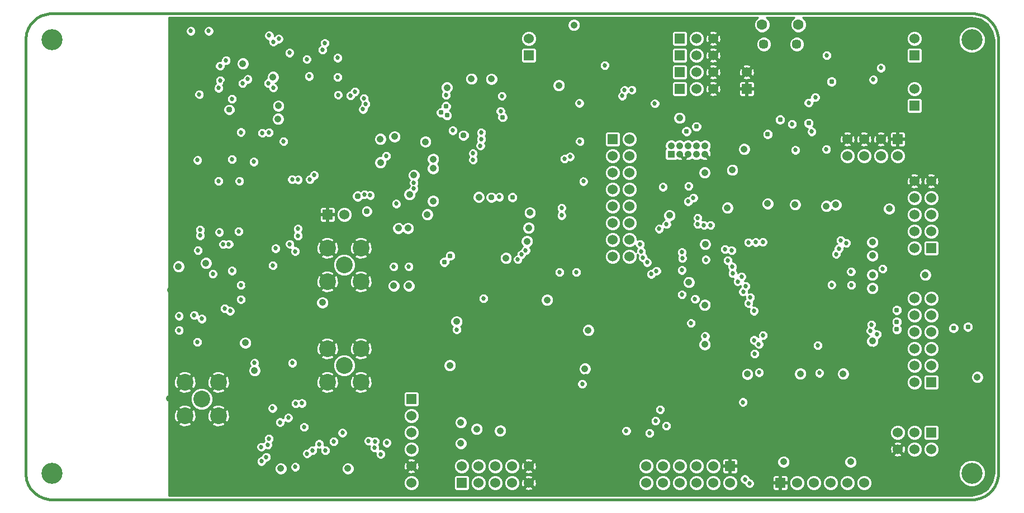
<source format=gbr>
G04 (created by PCBNEW-RS274X (2012-01-19 BZR 3256)-stable) date 21/09/2012 20:47:58*
G01*
G70*
G90*
%MOIN*%
G04 Gerber Fmt 3.4, Leading zero omitted, Abs format*
%FSLAX34Y34*%
G04 APERTURE LIST*
%ADD10C,0.006000*%
%ADD11C,0.015000*%
%ADD12C,0.063000*%
%ADD13C,0.057100*%
%ADD14C,0.023000*%
%ADD15C,0.023600*%
%ADD16C,0.025000*%
%ADD17R,0.060000X0.060000*%
%ADD18C,0.060000*%
%ADD19R,0.042000X0.042000*%
%ADD20C,0.042000*%
%ADD21C,0.100000*%
%ADD22C,0.126000*%
%ADD23C,0.031000*%
%ADD24C,0.027000*%
%ADD25C,0.037000*%
%ADD26C,0.050000*%
%ADD27C,0.010000*%
G04 APERTURE END LIST*
G54D10*
G54D11*
X26075Y-21500D02*
X80975Y-21500D01*
X26075Y-50500D02*
X80925Y-50500D01*
X24500Y-23075D02*
X24500Y-48925D01*
X82500Y-23075D02*
X82500Y-48925D01*
X82500Y-23075D02*
X82494Y-22938D01*
X82476Y-22802D01*
X82446Y-22668D01*
X82405Y-22537D01*
X82352Y-22410D01*
X82288Y-22288D01*
X82215Y-22172D01*
X82131Y-22063D01*
X82038Y-21962D01*
X81937Y-21869D01*
X81828Y-21785D01*
X81712Y-21712D01*
X81590Y-21648D01*
X81463Y-21595D01*
X81332Y-21554D01*
X81198Y-21524D01*
X81062Y-21506D01*
X80925Y-21500D01*
X80925Y-50500D02*
X81062Y-50494D01*
X81198Y-50476D01*
X81332Y-50446D01*
X81463Y-50405D01*
X81590Y-50352D01*
X81712Y-50288D01*
X81828Y-50215D01*
X81937Y-50131D01*
X82038Y-50038D01*
X82131Y-49937D01*
X82215Y-49828D01*
X82288Y-49712D01*
X82352Y-49590D01*
X82405Y-49463D01*
X82446Y-49332D01*
X82476Y-49198D01*
X82494Y-49062D01*
X82500Y-48925D01*
X24500Y-48925D02*
X24506Y-49062D01*
X24524Y-49198D01*
X24554Y-49332D01*
X24595Y-49463D01*
X24648Y-49590D01*
X24712Y-49712D01*
X24785Y-49828D01*
X24869Y-49937D01*
X24962Y-50038D01*
X25063Y-50131D01*
X25172Y-50215D01*
X25288Y-50288D01*
X25410Y-50352D01*
X25537Y-50405D01*
X25668Y-50446D01*
X25802Y-50476D01*
X25938Y-50494D01*
X26075Y-50500D01*
X26075Y-21500D02*
X25938Y-21506D01*
X25802Y-21524D01*
X25668Y-21554D01*
X25537Y-21595D01*
X25410Y-21648D01*
X25288Y-21712D01*
X25172Y-21785D01*
X25063Y-21869D01*
X24962Y-21962D01*
X24869Y-22063D01*
X24785Y-22172D01*
X24712Y-22288D01*
X24648Y-22410D01*
X24595Y-22537D01*
X24554Y-22668D01*
X24524Y-22802D01*
X24506Y-22938D01*
X24500Y-23075D01*
G54D12*
X70583Y-22169D03*
X68417Y-22169D03*
G54D13*
X70479Y-23339D03*
X68521Y-23339D03*
G54D14*
X73750Y-25000D03*
X73947Y-24705D03*
X73553Y-24705D03*
X73553Y-25295D03*
X73947Y-25295D03*
G54D15*
X44202Y-47702D03*
X43798Y-47702D03*
X43798Y-47298D03*
X44202Y-47298D03*
X40202Y-47702D03*
X39798Y-47702D03*
X39798Y-47298D03*
X40202Y-47298D03*
G54D16*
X52575Y-34275D03*
X52575Y-33625D03*
X53225Y-33625D03*
X53225Y-34275D03*
X53225Y-34925D03*
X52575Y-34925D03*
X51925Y-34925D03*
X51925Y-34275D03*
X51925Y-33625D03*
X51225Y-27025D03*
X51225Y-26431D03*
X51819Y-26431D03*
X51819Y-27025D03*
X51819Y-27619D03*
X51225Y-27619D03*
X50631Y-27619D03*
X50631Y-27025D03*
X50631Y-26431D03*
G54D15*
X38150Y-27200D03*
X37717Y-27200D03*
X37717Y-26767D03*
X38150Y-26767D03*
X38583Y-26767D03*
X38583Y-27200D03*
X38583Y-27633D03*
X38150Y-27633D03*
X37717Y-27633D03*
X46300Y-31600D03*
X46039Y-31339D03*
X46561Y-31339D03*
X46561Y-31861D03*
X46039Y-31861D03*
G54D17*
X59500Y-29000D03*
G54D18*
X60500Y-29000D03*
X59500Y-30000D03*
X60500Y-30000D03*
X59500Y-31000D03*
X60500Y-31000D03*
X59500Y-32000D03*
X60500Y-32000D03*
X59500Y-33000D03*
X60500Y-33000D03*
X59500Y-34000D03*
X60500Y-34000D03*
X59500Y-35000D03*
X60500Y-35000D03*
X59500Y-36000D03*
X60500Y-36000D03*
G54D17*
X66500Y-48500D03*
G54D18*
X66500Y-49500D03*
X65500Y-48500D03*
X65500Y-49500D03*
X64500Y-48500D03*
X64500Y-49500D03*
X63500Y-48500D03*
X63500Y-49500D03*
X62500Y-48500D03*
X62500Y-49500D03*
X61500Y-48500D03*
X61500Y-49500D03*
G54D17*
X78500Y-43500D03*
G54D18*
X77500Y-43500D03*
X78500Y-42500D03*
X77500Y-42500D03*
X78500Y-41500D03*
X77500Y-41500D03*
X78500Y-40500D03*
X77500Y-40500D03*
X78500Y-39500D03*
X77500Y-39500D03*
X78500Y-38500D03*
X77500Y-38500D03*
G54D17*
X78500Y-35500D03*
G54D18*
X77500Y-35500D03*
X78500Y-34500D03*
X77500Y-34500D03*
X78500Y-33500D03*
X77500Y-33500D03*
X78500Y-32500D03*
X77500Y-32500D03*
X78500Y-31500D03*
X77500Y-31500D03*
G54D17*
X50500Y-49500D03*
G54D18*
X50500Y-48500D03*
X51500Y-49500D03*
X51500Y-48500D03*
X52500Y-49500D03*
X52500Y-48500D03*
X53500Y-49500D03*
X53500Y-48500D03*
X54500Y-49500D03*
X54500Y-48500D03*
G54D17*
X76500Y-29000D03*
G54D18*
X76500Y-30000D03*
X75500Y-29000D03*
X75500Y-30000D03*
X74500Y-29000D03*
X74500Y-30000D03*
X73500Y-29000D03*
X73500Y-30000D03*
G54D17*
X78510Y-46500D03*
G54D18*
X78510Y-47500D03*
X77510Y-46500D03*
X77510Y-47500D03*
X76510Y-46500D03*
X76510Y-47500D03*
G54D17*
X69500Y-49500D03*
G54D18*
X70500Y-49500D03*
X71500Y-49500D03*
X72500Y-49500D03*
X73500Y-49500D03*
X74500Y-49500D03*
G54D17*
X47500Y-44500D03*
G54D18*
X47500Y-45500D03*
X47500Y-46500D03*
X47500Y-47500D03*
X47500Y-48500D03*
X47500Y-49500D03*
G54D17*
X63500Y-24000D03*
G54D18*
X64500Y-24000D03*
X65500Y-24000D03*
G54D17*
X63500Y-23000D03*
G54D18*
X64500Y-23000D03*
X65500Y-23000D03*
G54D17*
X63500Y-25000D03*
G54D18*
X64500Y-25000D03*
X65500Y-25000D03*
G54D17*
X63500Y-26000D03*
G54D18*
X64500Y-26000D03*
X65500Y-26000D03*
G54D17*
X67500Y-26000D03*
G54D18*
X67500Y-25000D03*
G54D19*
X63000Y-29900D03*
G54D20*
X63000Y-29400D03*
X63500Y-29900D03*
X63500Y-29400D03*
X64000Y-29900D03*
X64000Y-29400D03*
X64500Y-29900D03*
X64500Y-29400D03*
X65000Y-29900D03*
X65000Y-29400D03*
G54D21*
X43500Y-36500D03*
X42500Y-37500D03*
X44500Y-37500D03*
X44500Y-35500D03*
X42500Y-35500D03*
X35000Y-44500D03*
X36000Y-43500D03*
X34000Y-43500D03*
X34000Y-45500D03*
X36000Y-45500D03*
X43500Y-42500D03*
X42500Y-43500D03*
X44500Y-43500D03*
X44500Y-41500D03*
X42500Y-41500D03*
G54D22*
X26075Y-23075D03*
X26075Y-48925D03*
X80925Y-48925D03*
X80925Y-23075D03*
G54D17*
X54500Y-24000D03*
G54D18*
X54500Y-23000D03*
G54D17*
X77500Y-24000D03*
G54D18*
X77500Y-23000D03*
G54D17*
X77500Y-27000D03*
G54D18*
X77500Y-26000D03*
G54D17*
X42500Y-33500D03*
G54D18*
X43500Y-33500D03*
G54D20*
X48800Y-30200D03*
X47300Y-34310D03*
X48450Y-33500D03*
X50450Y-47150D03*
X50200Y-39880D03*
G54D23*
X49470Y-36330D03*
G54D20*
X45650Y-29000D03*
X52800Y-46400D03*
G54D24*
X56460Y-33110D03*
X53850Y-36180D03*
X54060Y-35880D03*
X56460Y-33550D03*
G54D20*
X47400Y-32300D03*
X47650Y-31150D03*
G54D24*
X44950Y-47000D03*
X38930Y-47230D03*
X38850Y-47960D03*
X39020Y-22820D03*
X45310Y-47400D03*
X43100Y-24150D03*
X42340Y-23280D03*
X40250Y-35260D03*
X45670Y-47790D03*
X36620Y-35260D03*
X35420Y-22550D03*
X44680Y-26560D03*
X34900Y-34400D03*
X37330Y-28590D03*
X34780Y-35640D03*
X40410Y-42350D03*
X38150Y-42350D03*
X38600Y-28630D03*
X41450Y-31410D03*
X37340Y-37710D03*
X33650Y-40400D03*
X39010Y-28610D03*
X45330Y-47030D03*
X40570Y-35690D03*
X46030Y-47120D03*
X41710Y-31150D03*
X36370Y-39100D03*
X35010Y-39720D03*
X43130Y-26360D03*
X38970Y-25670D03*
X36050Y-34550D03*
X36000Y-31500D03*
X34750Y-30250D03*
X36810Y-26610D03*
X42870Y-47040D03*
X40600Y-44770D03*
X40740Y-34770D03*
X37200Y-34500D03*
X40730Y-34350D03*
X40970Y-44750D03*
X43390Y-46520D03*
X37250Y-31500D03*
X39590Y-23020D03*
X41600Y-47570D03*
X42200Y-23670D03*
X34350Y-22550D03*
X40580Y-48550D03*
X43098Y-25298D03*
X38100Y-30350D03*
X40390Y-31410D03*
X40230Y-23850D03*
X41410Y-25250D03*
X43870Y-26410D03*
X34550Y-39500D03*
X38550Y-47360D03*
X35660Y-37040D03*
X33650Y-39550D03*
X41280Y-47760D03*
X36280Y-35280D03*
X34900Y-34750D03*
X39400Y-35520D03*
X38560Y-48220D03*
X42370Y-47570D03*
X36810Y-30200D03*
X39260Y-25930D03*
X42000Y-47190D03*
X40750Y-31420D03*
X36450Y-24300D03*
X41260Y-24230D03*
X39270Y-23190D03*
X40160Y-45620D03*
X39000Y-46870D03*
X44130Y-26170D03*
X37340Y-38560D03*
X39670Y-45890D03*
X34740Y-41100D03*
X36690Y-39250D03*
X39220Y-45050D03*
X41100Y-46180D03*
X39240Y-36530D03*
X36800Y-36850D03*
X63630Y-35750D03*
X61140Y-35260D03*
X61210Y-35700D03*
X63660Y-36110D03*
X66210Y-35570D03*
X61310Y-36060D03*
X66610Y-35640D03*
X61560Y-36350D03*
X62700Y-46100D03*
X62060Y-45810D03*
X62330Y-45130D03*
X57690Y-43610D03*
X61710Y-46540D03*
X75500Y-24750D03*
X71740Y-41300D03*
X72250Y-29600D03*
X73110Y-35040D03*
X73430Y-35210D03*
X75610Y-36730D03*
X73720Y-36910D03*
X72830Y-35860D03*
X72990Y-35540D03*
X75270Y-40640D03*
X74930Y-40070D03*
X74880Y-40430D03*
G54D20*
X72250Y-33000D03*
X76000Y-33150D03*
G54D24*
X73740Y-37710D03*
X72560Y-37690D03*
X65330Y-34130D03*
X64320Y-32500D03*
X67610Y-38790D03*
X66370Y-36240D03*
X66660Y-37010D03*
X66960Y-37490D03*
X67440Y-37760D03*
X67290Y-38100D03*
X67710Y-38440D03*
X66650Y-36620D03*
X67190Y-37210D03*
X64580Y-33700D03*
X62720Y-34080D03*
X62280Y-34350D03*
X64580Y-34080D03*
G54D23*
X79830Y-40270D03*
X80690Y-40200D03*
X76450Y-40350D03*
X76450Y-39200D03*
X76450Y-39900D03*
X63910Y-28530D03*
X64500Y-28250D03*
G54D24*
X68240Y-42920D03*
X67280Y-44690D03*
G54D20*
X49800Y-42500D03*
X51400Y-46300D03*
G54D24*
X71380Y-28550D03*
X71830Y-42950D03*
X57340Y-36940D03*
X54320Y-35640D03*
X56340Y-36940D03*
X64180Y-39980D03*
X51180Y-30230D03*
X65020Y-40750D03*
X47650Y-31600D03*
X51800Y-38500D03*
X52750Y-32450D03*
X50200Y-40360D03*
X47650Y-31950D03*
G54D20*
X38100Y-32700D03*
X69100Y-34300D03*
X33190Y-38790D03*
X33800Y-38670D03*
X49000Y-42100D03*
G54D23*
X34850Y-25950D03*
G54D20*
X38150Y-36900D03*
G54D25*
X48415Y-27045D03*
G54D24*
X54575Y-28675D03*
G54D23*
X35630Y-26900D03*
G54D25*
X35890Y-42320D03*
G54D20*
X33750Y-34050D03*
X58400Y-39500D03*
X57900Y-43200D03*
X44300Y-46320D03*
X73250Y-44200D03*
X33290Y-42550D03*
X53635Y-28125D03*
X80400Y-43600D03*
X36600Y-32150D03*
X76200Y-35950D03*
G54D25*
X73750Y-36320D03*
G54D20*
X34160Y-40500D03*
G54D25*
X48425Y-27825D03*
G54D20*
X35850Y-29050D03*
X45250Y-34600D03*
X72770Y-34260D03*
G54D23*
X70790Y-28050D03*
G54D20*
X65550Y-33250D03*
G54D24*
X55075Y-28675D03*
G54D25*
X35650Y-34600D03*
G54D20*
X38150Y-38200D03*
G54D25*
X51005Y-23005D03*
G54D20*
X61400Y-25300D03*
X43940Y-29720D03*
X49935Y-23225D03*
X33750Y-34750D03*
X55200Y-32800D03*
X71200Y-30040D03*
G54D23*
X35000Y-25500D03*
G54D20*
X40100Y-25190D03*
X35400Y-38930D03*
X45000Y-30900D03*
X67000Y-43190D03*
X43000Y-23500D03*
G54D23*
X53525Y-31375D03*
G54D20*
X33150Y-38000D03*
X52215Y-23225D03*
X62500Y-33000D03*
X58600Y-22900D03*
X51505Y-31265D03*
X57150Y-26100D03*
X72900Y-26500D03*
X35230Y-37040D03*
X61400Y-26300D03*
G54D24*
X70100Y-27500D03*
G54D20*
X53810Y-45010D03*
G54D24*
X55575Y-28675D03*
G54D20*
X50225Y-29835D03*
G54D23*
X71600Y-26000D03*
G54D24*
X52525Y-30975D03*
G54D23*
X52325Y-31415D03*
G54D20*
X57400Y-24900D03*
X72900Y-23500D03*
G54D25*
X34680Y-42180D03*
X55750Y-34300D03*
G54D20*
X61400Y-24300D03*
G54D25*
X50725Y-29835D03*
G54D20*
X37000Y-25700D03*
X36510Y-39870D03*
X71000Y-45300D03*
X71800Y-24000D03*
X37550Y-29550D03*
G54D23*
X54725Y-31375D03*
G54D20*
X76200Y-31100D03*
X36070Y-30860D03*
X48500Y-31450D03*
G54D25*
X51145Y-23445D03*
G54D20*
X38050Y-28700D03*
X70700Y-44200D03*
G54D24*
X36050Y-33100D03*
G54D20*
X40650Y-27400D03*
G54D24*
X53525Y-30975D03*
G54D20*
X71850Y-30550D03*
X63800Y-38900D03*
X35970Y-36150D03*
G54D23*
X53925Y-31375D03*
X54325Y-31375D03*
G54D20*
X37200Y-29130D03*
G54D23*
X72450Y-24400D03*
G54D20*
X49580Y-34640D03*
X39750Y-24050D03*
X33190Y-39620D03*
X79330Y-39490D03*
X55800Y-24400D03*
X38890Y-30650D03*
X43500Y-38700D03*
X46600Y-28050D03*
G54D23*
X71600Y-23500D03*
G54D20*
X67900Y-29100D03*
X50600Y-38900D03*
X52275Y-24225D03*
X76200Y-37100D03*
G54D23*
X55125Y-31375D03*
G54D20*
X38900Y-41650D03*
X35250Y-31900D03*
X41750Y-40350D03*
X36600Y-33850D03*
G54D23*
X35630Y-26500D03*
G54D20*
X73350Y-27650D03*
X47690Y-33200D03*
X37760Y-37710D03*
G54D23*
X52685Y-31375D03*
G54D20*
X45090Y-29500D03*
G54D23*
X35100Y-27300D03*
G54D20*
X71000Y-46100D03*
X44260Y-25300D03*
X33700Y-35650D03*
X52700Y-47600D03*
X48650Y-32200D03*
X56150Y-24900D03*
X38890Y-49050D03*
X66310Y-35140D03*
X35800Y-23650D03*
X70350Y-31690D03*
X74960Y-41560D03*
X69250Y-31650D03*
X42890Y-49050D03*
X40490Y-24680D03*
X69650Y-24150D03*
X36980Y-24100D03*
X74900Y-25000D03*
X53635Y-25975D03*
X68750Y-31650D03*
X61400Y-23300D03*
X38100Y-33200D03*
X38010Y-31900D03*
X76750Y-25000D03*
X73550Y-32200D03*
X57500Y-39850D03*
G54D24*
X35150Y-33100D03*
G54D20*
X76200Y-37900D03*
G54D25*
X53985Y-27515D03*
G54D20*
X63800Y-35350D03*
X74040Y-31190D03*
X52430Y-39990D03*
X51300Y-47600D03*
X46950Y-29650D03*
X35940Y-38470D03*
X42500Y-24700D03*
X54450Y-36150D03*
X53130Y-37260D03*
G54D25*
X57400Y-30800D03*
G54D20*
X49225Y-25125D03*
G54D25*
X40650Y-27950D03*
G54D20*
X68800Y-23950D03*
X72950Y-31900D03*
X67540Y-44230D03*
X76200Y-35150D03*
X34900Y-23200D03*
X73350Y-22350D03*
X55180Y-45010D03*
X48125Y-27425D03*
X72500Y-31100D03*
G54D25*
X55750Y-33750D03*
G54D20*
X64550Y-40800D03*
G54D23*
X35630Y-27300D03*
G54D20*
X37750Y-22950D03*
X40280Y-46320D03*
G54D25*
X35140Y-41500D03*
G54D20*
X33070Y-44460D03*
X36850Y-28700D03*
X55950Y-37790D03*
X41450Y-26400D03*
X51075Y-24225D03*
X49525Y-29435D03*
X51460Y-41280D03*
X55600Y-35100D03*
X69900Y-34300D03*
X38100Y-40130D03*
G54D24*
X35600Y-33100D03*
X53025Y-30975D03*
G54D20*
X42000Y-24700D03*
G54D25*
X36450Y-25700D03*
G54D20*
X37950Y-34850D03*
X76200Y-41050D03*
G54D24*
X54075Y-28675D03*
G54D23*
X35300Y-25050D03*
G54D25*
X71350Y-32850D03*
G54D20*
X33500Y-37200D03*
X50795Y-31665D03*
X36560Y-22550D03*
G54D24*
X52025Y-30975D03*
G54D20*
X40050Y-28600D03*
G54D25*
X40650Y-26900D03*
G54D20*
X53860Y-36890D03*
X49580Y-34160D03*
X72800Y-45050D03*
X33640Y-22950D03*
G54D24*
X51620Y-29390D03*
X70400Y-29650D03*
X36100Y-25500D03*
X61800Y-37050D03*
X37430Y-25680D03*
X63630Y-38280D03*
X60080Y-26420D03*
X62120Y-36860D03*
X64420Y-38540D03*
X36090Y-24630D03*
X37750Y-25420D03*
X60220Y-26080D03*
X67390Y-49290D03*
X68480Y-40710D03*
X44780Y-26900D03*
X36000Y-25950D03*
X67660Y-49530D03*
X34850Y-26330D03*
X67970Y-41810D03*
X44620Y-27220D03*
X39880Y-29130D03*
X46000Y-30000D03*
X71590Y-26500D03*
X75050Y-25450D03*
X71190Y-26830D03*
X72270Y-24000D03*
G54D23*
X69490Y-27840D03*
X68750Y-28710D03*
G54D24*
X64940Y-34130D03*
X60650Y-26060D03*
X64010Y-32720D03*
X59030Y-24610D03*
X51670Y-28620D03*
X70210Y-28110D03*
X68460Y-35140D03*
X56960Y-30050D03*
X44700Y-32300D03*
X46450Y-36600D03*
X68220Y-41230D03*
X47350Y-36600D03*
X45050Y-32350D03*
X67940Y-40990D03*
X46600Y-32850D03*
X60320Y-46400D03*
X51180Y-29850D03*
X65060Y-36190D03*
X57760Y-31520D03*
X57550Y-29130D03*
X51670Y-29010D03*
X63630Y-36820D03*
X64030Y-31800D03*
X57520Y-26850D03*
X62020Y-26880D03*
X67930Y-39250D03*
X49575Y-26375D03*
X56630Y-30180D03*
X68040Y-35150D03*
G54D20*
X54570Y-33380D03*
X37450Y-24500D03*
G54D23*
X49565Y-27045D03*
X53525Y-32475D03*
X52945Y-27695D03*
G54D20*
X54400Y-35100D03*
X37600Y-41150D03*
G54D23*
X49625Y-27585D03*
G54D20*
X33610Y-36600D03*
G54D25*
X50615Y-28785D03*
G54D20*
X39250Y-25300D03*
X39570Y-27010D03*
X54500Y-34300D03*
X49625Y-25925D03*
X51525Y-32465D03*
G54D24*
X52895Y-26425D03*
G54D20*
X38150Y-42800D03*
G54D25*
X36640Y-27250D03*
G54D20*
X35250Y-36400D03*
X53140Y-36100D03*
X52275Y-25415D03*
X51075Y-25405D03*
G54D25*
X52275Y-32475D03*
G54D24*
X52825Y-27335D03*
G54D20*
X65000Y-38900D03*
X50450Y-45900D03*
X43710Y-48650D03*
G54D23*
X72560Y-25570D03*
G54D20*
X75000Y-35950D03*
X55600Y-38600D03*
X39550Y-27800D03*
X70378Y-32904D03*
X48340Y-29160D03*
G54D25*
X44850Y-33300D03*
G54D20*
X81250Y-43200D03*
X48800Y-30750D03*
X67350Y-29600D03*
X75000Y-35150D03*
X58050Y-40400D03*
X64050Y-37540D03*
X57200Y-22200D03*
X75000Y-37100D03*
X65030Y-35270D03*
G54D23*
X49275Y-27415D03*
X49820Y-35960D03*
G54D20*
X46730Y-34310D03*
X65000Y-41250D03*
X66640Y-30840D03*
X62900Y-33550D03*
X72810Y-32920D03*
X66350Y-33100D03*
X69700Y-48250D03*
G54D25*
X44300Y-32400D03*
G54D20*
X46450Y-37750D03*
X42200Y-38750D03*
X73250Y-43000D03*
X57850Y-42700D03*
X73700Y-48250D03*
X56300Y-25800D03*
X63500Y-27740D03*
X45660Y-30400D03*
X48800Y-32700D03*
X70700Y-43000D03*
X67540Y-43020D03*
X78150Y-37100D03*
X47350Y-37750D03*
X68750Y-32850D03*
G54D23*
X71190Y-28050D03*
G54D20*
X39710Y-48650D03*
X75000Y-41050D03*
X75000Y-37900D03*
X46500Y-28850D03*
X64990Y-31000D03*
G54D24*
X62500Y-31850D03*
X67610Y-35160D03*
X49975Y-28485D03*
G54D26*
X43798Y-47298D02*
X44202Y-47298D01*
X51925Y-34925D02*
X53225Y-33625D01*
X39798Y-47298D02*
X40202Y-47298D01*
X73947Y-24705D02*
X73947Y-25295D01*
X53225Y-33625D02*
X53225Y-34925D01*
X46039Y-31339D02*
X46561Y-31861D01*
X51925Y-34275D02*
X53225Y-34275D01*
X38583Y-26767D02*
X38583Y-27633D01*
X46039Y-31861D02*
X46039Y-31339D01*
X38583Y-27633D02*
X37717Y-27633D01*
X50631Y-27619D02*
X50631Y-26431D01*
X37717Y-26767D02*
X38583Y-27633D01*
X44202Y-47702D02*
X43798Y-47702D01*
X44202Y-47298D02*
X44202Y-47702D01*
X37717Y-27633D02*
X38583Y-26767D01*
X50631Y-26431D02*
X51819Y-27619D01*
X39798Y-47702D02*
X39850Y-47650D01*
X37717Y-26767D02*
X38583Y-26767D01*
X39798Y-47298D02*
X39798Y-47702D01*
X51925Y-33625D02*
X53225Y-34925D01*
X73553Y-24705D02*
X73947Y-24705D01*
X40202Y-47298D02*
X40202Y-47702D01*
X52575Y-33625D02*
X52575Y-34925D01*
X51819Y-26431D02*
X50631Y-27619D01*
X51925Y-34925D02*
X51925Y-33625D01*
X46561Y-31861D02*
X46039Y-31861D01*
X51819Y-27619D02*
X50631Y-27619D01*
X51819Y-26431D02*
X51819Y-27619D01*
X73553Y-25295D02*
X73553Y-24705D01*
X40202Y-47702D02*
X39798Y-47702D01*
X50631Y-26431D02*
X51819Y-26431D01*
X46561Y-31339D02*
X46561Y-31861D01*
X37717Y-27633D02*
X37717Y-26767D01*
X46039Y-31339D02*
X46561Y-31339D01*
X39850Y-47650D02*
X39850Y-47450D01*
X53225Y-34925D02*
X51925Y-34925D01*
X73947Y-25295D02*
X73553Y-25295D01*
X51925Y-33625D02*
X53225Y-33625D01*
X43798Y-47702D02*
X43798Y-47298D01*
G54D10*
G36*
X73821Y-25000D02*
X73750Y-25071D01*
X73679Y-25000D01*
X73750Y-24929D01*
X73821Y-25000D01*
X73821Y-25000D01*
G37*
G54D27*
X73821Y-25000D02*
X73750Y-25071D01*
X73679Y-25000D01*
X73750Y-24929D01*
X73821Y-25000D01*
G54D10*
G36*
X82255Y-48903D02*
X82149Y-49431D01*
X81862Y-49862D01*
X81724Y-49954D01*
X81724Y-49085D01*
X81724Y-48767D01*
X81724Y-23235D01*
X81724Y-22917D01*
X81603Y-22623D01*
X81378Y-22398D01*
X81085Y-22276D01*
X80767Y-22276D01*
X80473Y-22397D01*
X80248Y-22622D01*
X80126Y-22915D01*
X80126Y-23233D01*
X80247Y-23527D01*
X80472Y-23752D01*
X80765Y-23874D01*
X81083Y-23874D01*
X81377Y-23753D01*
X81602Y-23528D01*
X81724Y-23235D01*
X81724Y-48767D01*
X81630Y-48538D01*
X81630Y-43276D01*
X81630Y-43125D01*
X81572Y-42985D01*
X81466Y-42878D01*
X81326Y-42820D01*
X81175Y-42820D01*
X81035Y-42878D01*
X81015Y-42897D01*
X81015Y-40265D01*
X81015Y-40136D01*
X80966Y-40016D01*
X80875Y-39925D01*
X80755Y-39875D01*
X80626Y-39875D01*
X80506Y-39924D01*
X80415Y-40015D01*
X80365Y-40135D01*
X80365Y-40264D01*
X80414Y-40384D01*
X80505Y-40475D01*
X80625Y-40525D01*
X80754Y-40525D01*
X80874Y-40476D01*
X80965Y-40385D01*
X81015Y-40265D01*
X81015Y-42897D01*
X80928Y-42984D01*
X80870Y-43124D01*
X80870Y-43275D01*
X80928Y-43415D01*
X81034Y-43522D01*
X81174Y-43580D01*
X81325Y-43580D01*
X81465Y-43522D01*
X81572Y-43416D01*
X81630Y-43276D01*
X81630Y-48538D01*
X81603Y-48473D01*
X81378Y-48248D01*
X81085Y-48126D01*
X80767Y-48126D01*
X80473Y-48247D01*
X80248Y-48472D01*
X80155Y-48695D01*
X80155Y-40335D01*
X80155Y-40206D01*
X80106Y-40086D01*
X80015Y-39995D01*
X79895Y-39945D01*
X79766Y-39945D01*
X79646Y-39994D01*
X79555Y-40085D01*
X79505Y-40205D01*
X79505Y-40334D01*
X79554Y-40454D01*
X79645Y-40545D01*
X79765Y-40595D01*
X79894Y-40595D01*
X80014Y-40546D01*
X80105Y-40455D01*
X80155Y-40335D01*
X80155Y-48695D01*
X80126Y-48765D01*
X80126Y-49083D01*
X80247Y-49377D01*
X80472Y-49602D01*
X80765Y-49724D01*
X81083Y-49724D01*
X81377Y-49603D01*
X81602Y-49378D01*
X81724Y-49085D01*
X81724Y-49954D01*
X81433Y-50148D01*
X80901Y-50255D01*
X78980Y-50255D01*
X78980Y-47594D01*
X78980Y-47407D01*
X78980Y-46834D01*
X78980Y-46766D01*
X78980Y-46166D01*
X78970Y-46142D01*
X78970Y-43834D01*
X78970Y-43766D01*
X78970Y-43166D01*
X78970Y-42594D01*
X78970Y-42407D01*
X78970Y-41594D01*
X78970Y-41407D01*
X78970Y-40594D01*
X78970Y-40407D01*
X78970Y-39594D01*
X78970Y-39407D01*
X78970Y-38594D01*
X78970Y-38407D01*
X78970Y-35834D01*
X78970Y-35766D01*
X78970Y-35166D01*
X78970Y-34594D01*
X78970Y-34407D01*
X78970Y-33594D01*
X78970Y-33407D01*
X78970Y-32594D01*
X78970Y-32407D01*
X78965Y-32394D01*
X78965Y-31561D01*
X78953Y-31378D01*
X78907Y-31266D01*
X78836Y-31235D01*
X78765Y-31306D01*
X78765Y-31164D01*
X78734Y-31093D01*
X78561Y-31035D01*
X78378Y-31047D01*
X78266Y-31093D01*
X78235Y-31164D01*
X78500Y-31429D01*
X78765Y-31164D01*
X78765Y-31306D01*
X78571Y-31500D01*
X78836Y-31765D01*
X78907Y-31734D01*
X78965Y-31561D01*
X78965Y-32394D01*
X78899Y-32234D01*
X78767Y-32102D01*
X78765Y-32101D01*
X78765Y-31836D01*
X78500Y-31571D01*
X78429Y-31642D01*
X78429Y-31500D01*
X78164Y-31235D01*
X78093Y-31266D01*
X78035Y-31439D01*
X78047Y-31622D01*
X78093Y-31734D01*
X78164Y-31765D01*
X78429Y-31500D01*
X78429Y-31642D01*
X78235Y-31836D01*
X78266Y-31907D01*
X78439Y-31965D01*
X78622Y-31953D01*
X78734Y-31907D01*
X78765Y-31836D01*
X78765Y-32101D01*
X78594Y-32030D01*
X78407Y-32030D01*
X78234Y-32101D01*
X78102Y-32233D01*
X78030Y-32406D01*
X78030Y-32593D01*
X78101Y-32766D01*
X78233Y-32898D01*
X78406Y-32970D01*
X78593Y-32970D01*
X78766Y-32899D01*
X78898Y-32767D01*
X78970Y-32594D01*
X78970Y-33407D01*
X78899Y-33234D01*
X78767Y-33102D01*
X78594Y-33030D01*
X78407Y-33030D01*
X78234Y-33101D01*
X78102Y-33233D01*
X78030Y-33406D01*
X78030Y-33593D01*
X78101Y-33766D01*
X78233Y-33898D01*
X78406Y-33970D01*
X78593Y-33970D01*
X78766Y-33899D01*
X78898Y-33767D01*
X78970Y-33594D01*
X78970Y-34407D01*
X78899Y-34234D01*
X78767Y-34102D01*
X78594Y-34030D01*
X78407Y-34030D01*
X78234Y-34101D01*
X78102Y-34233D01*
X78030Y-34406D01*
X78030Y-34593D01*
X78101Y-34766D01*
X78233Y-34898D01*
X78406Y-34970D01*
X78593Y-34970D01*
X78766Y-34899D01*
X78898Y-34767D01*
X78970Y-34594D01*
X78970Y-35166D01*
X78944Y-35104D01*
X78896Y-35056D01*
X78834Y-35030D01*
X78766Y-35030D01*
X78166Y-35030D01*
X78104Y-35056D01*
X78056Y-35104D01*
X78030Y-35166D01*
X78030Y-35234D01*
X78030Y-35834D01*
X78056Y-35896D01*
X78104Y-35944D01*
X78166Y-35970D01*
X78234Y-35970D01*
X78834Y-35970D01*
X78896Y-35944D01*
X78944Y-35896D01*
X78970Y-35834D01*
X78970Y-38407D01*
X78899Y-38234D01*
X78767Y-38102D01*
X78594Y-38030D01*
X78530Y-38030D01*
X78530Y-37176D01*
X78530Y-37025D01*
X78472Y-36885D01*
X78366Y-36778D01*
X78226Y-36720D01*
X78075Y-36720D01*
X77970Y-36763D01*
X77970Y-35594D01*
X77970Y-35407D01*
X77970Y-34594D01*
X77970Y-34407D01*
X77970Y-33594D01*
X77970Y-33407D01*
X77970Y-32594D01*
X77970Y-32407D01*
X77970Y-27334D01*
X77970Y-27266D01*
X77970Y-26666D01*
X77970Y-26094D01*
X77970Y-25907D01*
X77970Y-24334D01*
X77970Y-24266D01*
X77970Y-23666D01*
X77970Y-23094D01*
X77970Y-22907D01*
X77899Y-22734D01*
X77767Y-22602D01*
X77594Y-22530D01*
X77407Y-22530D01*
X77234Y-22601D01*
X77102Y-22733D01*
X77030Y-22906D01*
X77030Y-23093D01*
X77101Y-23266D01*
X77233Y-23398D01*
X77406Y-23470D01*
X77593Y-23470D01*
X77766Y-23399D01*
X77898Y-23267D01*
X77970Y-23094D01*
X77970Y-23666D01*
X77944Y-23604D01*
X77896Y-23556D01*
X77834Y-23530D01*
X77766Y-23530D01*
X77166Y-23530D01*
X77104Y-23556D01*
X77056Y-23604D01*
X77030Y-23666D01*
X77030Y-23734D01*
X77030Y-24334D01*
X77056Y-24396D01*
X77104Y-24444D01*
X77166Y-24470D01*
X77234Y-24470D01*
X77834Y-24470D01*
X77896Y-24444D01*
X77944Y-24396D01*
X77970Y-24334D01*
X77970Y-25907D01*
X77899Y-25734D01*
X77767Y-25602D01*
X77594Y-25530D01*
X77407Y-25530D01*
X77234Y-25601D01*
X77102Y-25733D01*
X77030Y-25906D01*
X77030Y-26093D01*
X77101Y-26266D01*
X77233Y-26398D01*
X77406Y-26470D01*
X77593Y-26470D01*
X77766Y-26399D01*
X77898Y-26267D01*
X77970Y-26094D01*
X77970Y-26666D01*
X77944Y-26604D01*
X77896Y-26556D01*
X77834Y-26530D01*
X77766Y-26530D01*
X77166Y-26530D01*
X77104Y-26556D01*
X77056Y-26604D01*
X77030Y-26666D01*
X77030Y-26734D01*
X77030Y-27334D01*
X77056Y-27396D01*
X77104Y-27444D01*
X77166Y-27470D01*
X77234Y-27470D01*
X77834Y-27470D01*
X77896Y-27444D01*
X77944Y-27396D01*
X77970Y-27334D01*
X77970Y-32407D01*
X77965Y-32394D01*
X77965Y-31561D01*
X77953Y-31378D01*
X77907Y-31266D01*
X77836Y-31235D01*
X77765Y-31306D01*
X77765Y-31164D01*
X77734Y-31093D01*
X77561Y-31035D01*
X77378Y-31047D01*
X77266Y-31093D01*
X77235Y-31164D01*
X77500Y-31429D01*
X77765Y-31164D01*
X77765Y-31306D01*
X77571Y-31500D01*
X77836Y-31765D01*
X77907Y-31734D01*
X77965Y-31561D01*
X77965Y-32394D01*
X77899Y-32234D01*
X77767Y-32102D01*
X77765Y-32101D01*
X77765Y-31836D01*
X77500Y-31571D01*
X77429Y-31642D01*
X77429Y-31500D01*
X77164Y-31235D01*
X77093Y-31266D01*
X77035Y-31439D01*
X77047Y-31622D01*
X77093Y-31734D01*
X77164Y-31765D01*
X77429Y-31500D01*
X77429Y-31642D01*
X77235Y-31836D01*
X77266Y-31907D01*
X77439Y-31965D01*
X77622Y-31953D01*
X77734Y-31907D01*
X77765Y-31836D01*
X77765Y-32101D01*
X77594Y-32030D01*
X77407Y-32030D01*
X77234Y-32101D01*
X77102Y-32233D01*
X77030Y-32406D01*
X77030Y-32593D01*
X77101Y-32766D01*
X77233Y-32898D01*
X77406Y-32970D01*
X77593Y-32970D01*
X77766Y-32899D01*
X77898Y-32767D01*
X77970Y-32594D01*
X77970Y-33407D01*
X77899Y-33234D01*
X77767Y-33102D01*
X77594Y-33030D01*
X77407Y-33030D01*
X77234Y-33101D01*
X77102Y-33233D01*
X77030Y-33406D01*
X77030Y-33593D01*
X77101Y-33766D01*
X77233Y-33898D01*
X77406Y-33970D01*
X77593Y-33970D01*
X77766Y-33899D01*
X77898Y-33767D01*
X77970Y-33594D01*
X77970Y-34407D01*
X77899Y-34234D01*
X77767Y-34102D01*
X77594Y-34030D01*
X77407Y-34030D01*
X77234Y-34101D01*
X77102Y-34233D01*
X77030Y-34406D01*
X77030Y-34593D01*
X77101Y-34766D01*
X77233Y-34898D01*
X77406Y-34970D01*
X77593Y-34970D01*
X77766Y-34899D01*
X77898Y-34767D01*
X77970Y-34594D01*
X77970Y-35407D01*
X77899Y-35234D01*
X77767Y-35102D01*
X77594Y-35030D01*
X77407Y-35030D01*
X77234Y-35101D01*
X77102Y-35233D01*
X77030Y-35406D01*
X77030Y-35593D01*
X77101Y-35766D01*
X77233Y-35898D01*
X77406Y-35970D01*
X77593Y-35970D01*
X77766Y-35899D01*
X77898Y-35767D01*
X77970Y-35594D01*
X77970Y-36763D01*
X77935Y-36778D01*
X77828Y-36884D01*
X77770Y-37024D01*
X77770Y-37175D01*
X77828Y-37315D01*
X77934Y-37422D01*
X78074Y-37480D01*
X78225Y-37480D01*
X78365Y-37422D01*
X78472Y-37316D01*
X78530Y-37176D01*
X78530Y-38030D01*
X78407Y-38030D01*
X78234Y-38101D01*
X78102Y-38233D01*
X78030Y-38406D01*
X78030Y-38593D01*
X78101Y-38766D01*
X78233Y-38898D01*
X78406Y-38970D01*
X78593Y-38970D01*
X78766Y-38899D01*
X78898Y-38767D01*
X78970Y-38594D01*
X78970Y-39407D01*
X78899Y-39234D01*
X78767Y-39102D01*
X78594Y-39030D01*
X78407Y-39030D01*
X78234Y-39101D01*
X78102Y-39233D01*
X78030Y-39406D01*
X78030Y-39593D01*
X78101Y-39766D01*
X78233Y-39898D01*
X78406Y-39970D01*
X78593Y-39970D01*
X78766Y-39899D01*
X78898Y-39767D01*
X78970Y-39594D01*
X78970Y-40407D01*
X78899Y-40234D01*
X78767Y-40102D01*
X78594Y-40030D01*
X78407Y-40030D01*
X78234Y-40101D01*
X78102Y-40233D01*
X78030Y-40406D01*
X78030Y-40593D01*
X78101Y-40766D01*
X78233Y-40898D01*
X78406Y-40970D01*
X78593Y-40970D01*
X78766Y-40899D01*
X78898Y-40767D01*
X78970Y-40594D01*
X78970Y-41407D01*
X78899Y-41234D01*
X78767Y-41102D01*
X78594Y-41030D01*
X78407Y-41030D01*
X78234Y-41101D01*
X78102Y-41233D01*
X78030Y-41406D01*
X78030Y-41593D01*
X78101Y-41766D01*
X78233Y-41898D01*
X78406Y-41970D01*
X78593Y-41970D01*
X78766Y-41899D01*
X78898Y-41767D01*
X78970Y-41594D01*
X78970Y-42407D01*
X78899Y-42234D01*
X78767Y-42102D01*
X78594Y-42030D01*
X78407Y-42030D01*
X78234Y-42101D01*
X78102Y-42233D01*
X78030Y-42406D01*
X78030Y-42593D01*
X78101Y-42766D01*
X78233Y-42898D01*
X78406Y-42970D01*
X78593Y-42970D01*
X78766Y-42899D01*
X78898Y-42767D01*
X78970Y-42594D01*
X78970Y-43166D01*
X78944Y-43104D01*
X78896Y-43056D01*
X78834Y-43030D01*
X78766Y-43030D01*
X78166Y-43030D01*
X78104Y-43056D01*
X78056Y-43104D01*
X78030Y-43166D01*
X78030Y-43234D01*
X78030Y-43834D01*
X78056Y-43896D01*
X78104Y-43944D01*
X78166Y-43970D01*
X78234Y-43970D01*
X78834Y-43970D01*
X78896Y-43944D01*
X78944Y-43896D01*
X78970Y-43834D01*
X78970Y-46142D01*
X78954Y-46104D01*
X78906Y-46056D01*
X78844Y-46030D01*
X78776Y-46030D01*
X78176Y-46030D01*
X78114Y-46056D01*
X78066Y-46104D01*
X78040Y-46166D01*
X78040Y-46234D01*
X78040Y-46834D01*
X78066Y-46896D01*
X78114Y-46944D01*
X78176Y-46970D01*
X78244Y-46970D01*
X78844Y-46970D01*
X78906Y-46944D01*
X78954Y-46896D01*
X78980Y-46834D01*
X78980Y-47407D01*
X78909Y-47234D01*
X78777Y-47102D01*
X78604Y-47030D01*
X78417Y-47030D01*
X78244Y-47101D01*
X78112Y-47233D01*
X78040Y-47406D01*
X78040Y-47593D01*
X78111Y-47766D01*
X78243Y-47898D01*
X78416Y-47970D01*
X78603Y-47970D01*
X78776Y-47899D01*
X78908Y-47767D01*
X78980Y-47594D01*
X78980Y-50255D01*
X77980Y-50255D01*
X77980Y-47594D01*
X77980Y-47407D01*
X77980Y-46594D01*
X77980Y-46407D01*
X77970Y-46382D01*
X77970Y-43594D01*
X77970Y-43407D01*
X77970Y-42594D01*
X77970Y-42407D01*
X77970Y-41594D01*
X77970Y-41407D01*
X77970Y-40594D01*
X77970Y-40407D01*
X77970Y-39594D01*
X77970Y-39407D01*
X77970Y-38594D01*
X77970Y-38407D01*
X77899Y-38234D01*
X77767Y-38102D01*
X77594Y-38030D01*
X77407Y-38030D01*
X77234Y-38101D01*
X77102Y-38233D01*
X77030Y-38406D01*
X77030Y-38593D01*
X77101Y-38766D01*
X77233Y-38898D01*
X77406Y-38970D01*
X77593Y-38970D01*
X77766Y-38899D01*
X77898Y-38767D01*
X77970Y-38594D01*
X77970Y-39407D01*
X77899Y-39234D01*
X77767Y-39102D01*
X77594Y-39030D01*
X77407Y-39030D01*
X77234Y-39101D01*
X77102Y-39233D01*
X77030Y-39406D01*
X77030Y-39593D01*
X77101Y-39766D01*
X77233Y-39898D01*
X77406Y-39970D01*
X77593Y-39970D01*
X77766Y-39899D01*
X77898Y-39767D01*
X77970Y-39594D01*
X77970Y-40407D01*
X77899Y-40234D01*
X77767Y-40102D01*
X77594Y-40030D01*
X77407Y-40030D01*
X77234Y-40101D01*
X77102Y-40233D01*
X77030Y-40406D01*
X77030Y-40593D01*
X77101Y-40766D01*
X77233Y-40898D01*
X77406Y-40970D01*
X77593Y-40970D01*
X77766Y-40899D01*
X77898Y-40767D01*
X77970Y-40594D01*
X77970Y-41407D01*
X77899Y-41234D01*
X77767Y-41102D01*
X77594Y-41030D01*
X77407Y-41030D01*
X77234Y-41101D01*
X77102Y-41233D01*
X77030Y-41406D01*
X77030Y-41593D01*
X77101Y-41766D01*
X77233Y-41898D01*
X77406Y-41970D01*
X77593Y-41970D01*
X77766Y-41899D01*
X77898Y-41767D01*
X77970Y-41594D01*
X77970Y-42407D01*
X77899Y-42234D01*
X77767Y-42102D01*
X77594Y-42030D01*
X77407Y-42030D01*
X77234Y-42101D01*
X77102Y-42233D01*
X77030Y-42406D01*
X77030Y-42593D01*
X77101Y-42766D01*
X77233Y-42898D01*
X77406Y-42970D01*
X77593Y-42970D01*
X77766Y-42899D01*
X77898Y-42767D01*
X77970Y-42594D01*
X77970Y-43407D01*
X77899Y-43234D01*
X77767Y-43102D01*
X77594Y-43030D01*
X77407Y-43030D01*
X77234Y-43101D01*
X77102Y-43233D01*
X77030Y-43406D01*
X77030Y-43593D01*
X77101Y-43766D01*
X77233Y-43898D01*
X77406Y-43970D01*
X77593Y-43970D01*
X77766Y-43899D01*
X77898Y-43767D01*
X77970Y-43594D01*
X77970Y-46382D01*
X77909Y-46234D01*
X77777Y-46102D01*
X77604Y-46030D01*
X77417Y-46030D01*
X77244Y-46101D01*
X77112Y-46233D01*
X77040Y-46406D01*
X77040Y-46593D01*
X77111Y-46766D01*
X77243Y-46898D01*
X77416Y-46970D01*
X77603Y-46970D01*
X77776Y-46899D01*
X77908Y-46767D01*
X77980Y-46594D01*
X77980Y-47407D01*
X77909Y-47234D01*
X77777Y-47102D01*
X77604Y-47030D01*
X77417Y-47030D01*
X77244Y-47101D01*
X77112Y-47233D01*
X77040Y-47406D01*
X77040Y-47593D01*
X77111Y-47766D01*
X77243Y-47898D01*
X77416Y-47970D01*
X77603Y-47970D01*
X77776Y-47899D01*
X77908Y-47767D01*
X77980Y-47594D01*
X77980Y-50255D01*
X76980Y-50255D01*
X76980Y-46594D01*
X76980Y-46407D01*
X76970Y-46382D01*
X76970Y-30094D01*
X76970Y-29907D01*
X76970Y-29334D01*
X76970Y-29266D01*
X76970Y-29092D01*
X76970Y-28908D01*
X76970Y-28734D01*
X76970Y-28666D01*
X76944Y-28604D01*
X76896Y-28556D01*
X76834Y-28530D01*
X76592Y-28530D01*
X76550Y-28572D01*
X76550Y-28950D01*
X76928Y-28950D01*
X76970Y-28908D01*
X76970Y-29092D01*
X76928Y-29050D01*
X76550Y-29050D01*
X76550Y-29428D01*
X76592Y-29470D01*
X76834Y-29470D01*
X76896Y-29444D01*
X76944Y-29396D01*
X76970Y-29334D01*
X76970Y-29907D01*
X76899Y-29734D01*
X76767Y-29602D01*
X76594Y-29530D01*
X76450Y-29530D01*
X76450Y-29428D01*
X76450Y-29050D01*
X76450Y-28950D01*
X76450Y-28572D01*
X76408Y-28530D01*
X76166Y-28530D01*
X76104Y-28556D01*
X76056Y-28604D01*
X76030Y-28666D01*
X76030Y-28734D01*
X76030Y-28908D01*
X76072Y-28950D01*
X76450Y-28950D01*
X76450Y-29050D01*
X76072Y-29050D01*
X76030Y-29092D01*
X76030Y-29266D01*
X76030Y-29334D01*
X76056Y-29396D01*
X76104Y-29444D01*
X76166Y-29470D01*
X76408Y-29470D01*
X76450Y-29428D01*
X76450Y-29530D01*
X76407Y-29530D01*
X76234Y-29601D01*
X76102Y-29733D01*
X76030Y-29906D01*
X76030Y-30093D01*
X76101Y-30266D01*
X76233Y-30398D01*
X76406Y-30470D01*
X76593Y-30470D01*
X76766Y-30399D01*
X76898Y-30267D01*
X76970Y-30094D01*
X76970Y-46382D01*
X76909Y-46234D01*
X76777Y-46102D01*
X76775Y-46101D01*
X76775Y-40415D01*
X76775Y-40286D01*
X76726Y-40166D01*
X76685Y-40125D01*
X76725Y-40085D01*
X76775Y-39965D01*
X76775Y-39836D01*
X76775Y-39265D01*
X76775Y-39136D01*
X76726Y-39016D01*
X76635Y-38925D01*
X76515Y-38875D01*
X76386Y-38875D01*
X76380Y-38877D01*
X76380Y-33226D01*
X76380Y-33075D01*
X76322Y-32935D01*
X76216Y-32828D01*
X76076Y-32770D01*
X75970Y-32770D01*
X75970Y-30094D01*
X75970Y-29907D01*
X75965Y-29894D01*
X75965Y-29061D01*
X75953Y-28878D01*
X75907Y-28766D01*
X75836Y-28735D01*
X75804Y-28767D01*
X75804Y-24811D01*
X75804Y-24690D01*
X75758Y-24578D01*
X75673Y-24493D01*
X75561Y-24446D01*
X75440Y-24446D01*
X75328Y-24492D01*
X75243Y-24577D01*
X75196Y-24689D01*
X75196Y-24810D01*
X75242Y-24922D01*
X75327Y-25007D01*
X75439Y-25054D01*
X75560Y-25054D01*
X75672Y-25008D01*
X75757Y-24923D01*
X75804Y-24811D01*
X75804Y-28767D01*
X75765Y-28806D01*
X75765Y-28664D01*
X75734Y-28593D01*
X75561Y-28535D01*
X75378Y-28547D01*
X75354Y-28556D01*
X75354Y-25511D01*
X75354Y-25390D01*
X75308Y-25278D01*
X75223Y-25193D01*
X75111Y-25146D01*
X74990Y-25146D01*
X74878Y-25192D01*
X74793Y-25277D01*
X74746Y-25389D01*
X74746Y-25510D01*
X74792Y-25622D01*
X74877Y-25707D01*
X74989Y-25754D01*
X75110Y-25754D01*
X75222Y-25708D01*
X75307Y-25623D01*
X75354Y-25511D01*
X75354Y-28556D01*
X75266Y-28593D01*
X75235Y-28664D01*
X75500Y-28929D01*
X75765Y-28664D01*
X75765Y-28806D01*
X75571Y-29000D01*
X75836Y-29265D01*
X75907Y-29234D01*
X75965Y-29061D01*
X75965Y-29894D01*
X75899Y-29734D01*
X75767Y-29602D01*
X75765Y-29601D01*
X75765Y-29336D01*
X75500Y-29071D01*
X75429Y-29142D01*
X75429Y-29000D01*
X75164Y-28735D01*
X75093Y-28766D01*
X75035Y-28939D01*
X75047Y-29122D01*
X75093Y-29234D01*
X75164Y-29265D01*
X75429Y-29000D01*
X75429Y-29142D01*
X75235Y-29336D01*
X75266Y-29407D01*
X75439Y-29465D01*
X75622Y-29453D01*
X75734Y-29407D01*
X75765Y-29336D01*
X75765Y-29601D01*
X75594Y-29530D01*
X75407Y-29530D01*
X75234Y-29601D01*
X75102Y-29733D01*
X75030Y-29906D01*
X75030Y-30093D01*
X75101Y-30266D01*
X75233Y-30398D01*
X75406Y-30470D01*
X75593Y-30470D01*
X75766Y-30399D01*
X75898Y-30267D01*
X75970Y-30094D01*
X75970Y-32770D01*
X75925Y-32770D01*
X75785Y-32828D01*
X75678Y-32934D01*
X75620Y-33074D01*
X75620Y-33225D01*
X75678Y-33365D01*
X75784Y-33472D01*
X75924Y-33530D01*
X76075Y-33530D01*
X76215Y-33472D01*
X76322Y-33366D01*
X76380Y-33226D01*
X76380Y-38877D01*
X76266Y-38924D01*
X76175Y-39015D01*
X76125Y-39135D01*
X76125Y-39264D01*
X76174Y-39384D01*
X76265Y-39475D01*
X76385Y-39525D01*
X76514Y-39525D01*
X76634Y-39476D01*
X76725Y-39385D01*
X76775Y-39265D01*
X76775Y-39836D01*
X76726Y-39716D01*
X76635Y-39625D01*
X76515Y-39575D01*
X76386Y-39575D01*
X76266Y-39624D01*
X76175Y-39715D01*
X76125Y-39835D01*
X76125Y-39964D01*
X76174Y-40084D01*
X76215Y-40125D01*
X76175Y-40165D01*
X76125Y-40285D01*
X76125Y-40414D01*
X76174Y-40534D01*
X76265Y-40625D01*
X76385Y-40675D01*
X76514Y-40675D01*
X76634Y-40626D01*
X76725Y-40535D01*
X76775Y-40415D01*
X76775Y-46101D01*
X76604Y-46030D01*
X76417Y-46030D01*
X76244Y-46101D01*
X76112Y-46233D01*
X76040Y-46406D01*
X76040Y-46593D01*
X76111Y-46766D01*
X76243Y-46898D01*
X76416Y-46970D01*
X76603Y-46970D01*
X76776Y-46899D01*
X76908Y-46767D01*
X76980Y-46594D01*
X76980Y-50255D01*
X76975Y-50255D01*
X76975Y-47561D01*
X76963Y-47378D01*
X76917Y-47266D01*
X76846Y-47235D01*
X76775Y-47306D01*
X76775Y-47164D01*
X76744Y-47093D01*
X76571Y-47035D01*
X76388Y-47047D01*
X76276Y-47093D01*
X76245Y-47164D01*
X76510Y-47429D01*
X76775Y-47164D01*
X76775Y-47306D01*
X76581Y-47500D01*
X76846Y-47765D01*
X76917Y-47734D01*
X76975Y-47561D01*
X76975Y-50255D01*
X76775Y-50255D01*
X76775Y-47836D01*
X76510Y-47571D01*
X76439Y-47642D01*
X76439Y-47500D01*
X76174Y-47235D01*
X76103Y-47266D01*
X76045Y-47439D01*
X76057Y-47622D01*
X76103Y-47734D01*
X76174Y-47765D01*
X76439Y-47500D01*
X76439Y-47642D01*
X76245Y-47836D01*
X76276Y-47907D01*
X76449Y-47965D01*
X76632Y-47953D01*
X76744Y-47907D01*
X76775Y-47836D01*
X76775Y-50255D01*
X75914Y-50255D01*
X75914Y-36791D01*
X75914Y-36670D01*
X75868Y-36558D01*
X75783Y-36473D01*
X75671Y-36426D01*
X75550Y-36426D01*
X75438Y-36472D01*
X75380Y-36530D01*
X75380Y-36026D01*
X75380Y-35875D01*
X75380Y-35226D01*
X75380Y-35075D01*
X75322Y-34935D01*
X75216Y-34828D01*
X75076Y-34770D01*
X74970Y-34770D01*
X74970Y-30094D01*
X74970Y-29907D01*
X74965Y-29894D01*
X74965Y-29061D01*
X74953Y-28878D01*
X74907Y-28766D01*
X74836Y-28735D01*
X74765Y-28806D01*
X74765Y-28664D01*
X74734Y-28593D01*
X74561Y-28535D01*
X74378Y-28547D01*
X74266Y-28593D01*
X74235Y-28664D01*
X74500Y-28929D01*
X74765Y-28664D01*
X74765Y-28806D01*
X74571Y-29000D01*
X74836Y-29265D01*
X74907Y-29234D01*
X74965Y-29061D01*
X74965Y-29894D01*
X74899Y-29734D01*
X74767Y-29602D01*
X74765Y-29601D01*
X74765Y-29336D01*
X74500Y-29071D01*
X74429Y-29142D01*
X74429Y-29000D01*
X74231Y-28802D01*
X74231Y-25312D01*
X74231Y-24722D01*
X74216Y-24612D01*
X74203Y-24581D01*
X74150Y-24573D01*
X74079Y-24644D01*
X74079Y-24502D01*
X74071Y-24449D01*
X73964Y-24421D01*
X73854Y-24436D01*
X73823Y-24449D01*
X73815Y-24502D01*
X73947Y-24634D01*
X74079Y-24502D01*
X74079Y-24644D01*
X74018Y-24705D01*
X74150Y-24837D01*
X74203Y-24829D01*
X74231Y-24722D01*
X74231Y-25312D01*
X74216Y-25202D01*
X74203Y-25171D01*
X74150Y-25163D01*
X74079Y-25234D01*
X74079Y-25092D01*
X74071Y-25039D01*
X74030Y-25028D01*
X74034Y-25017D01*
X74028Y-24975D01*
X74040Y-24974D01*
X74071Y-24961D01*
X74079Y-24908D01*
X73982Y-24811D01*
X73947Y-24776D01*
X73876Y-24705D01*
X73841Y-24670D01*
X73828Y-24657D01*
X73822Y-24612D01*
X73809Y-24581D01*
X73756Y-24573D01*
X73750Y-24579D01*
X73744Y-24573D01*
X73691Y-24581D01*
X73685Y-24603D01*
X73685Y-24502D01*
X73677Y-24449D01*
X73570Y-24421D01*
X73460Y-24436D01*
X73429Y-24449D01*
X73421Y-24502D01*
X73553Y-24634D01*
X73685Y-24502D01*
X73685Y-24603D01*
X73670Y-24658D01*
X73624Y-24705D01*
X73553Y-24776D01*
X73518Y-24811D01*
X73482Y-24847D01*
X73482Y-24705D01*
X73350Y-24573D01*
X73297Y-24581D01*
X73269Y-24688D01*
X73284Y-24798D01*
X73297Y-24829D01*
X73350Y-24837D01*
X73482Y-24705D01*
X73482Y-24847D01*
X73421Y-24908D01*
X73429Y-24961D01*
X73469Y-24971D01*
X73466Y-24983D01*
X73471Y-25024D01*
X73460Y-25026D01*
X73429Y-25039D01*
X73421Y-25092D01*
X73518Y-25189D01*
X73553Y-25224D01*
X73624Y-25295D01*
X73659Y-25330D01*
X73671Y-25342D01*
X73678Y-25388D01*
X73691Y-25419D01*
X73744Y-25427D01*
X73750Y-25421D01*
X73756Y-25427D01*
X73809Y-25419D01*
X73829Y-25341D01*
X73840Y-25329D01*
X73841Y-25330D01*
X73876Y-25295D01*
X73882Y-25289D01*
X73947Y-25224D01*
X73982Y-25189D01*
X74079Y-25092D01*
X74079Y-25234D01*
X74018Y-25295D01*
X74150Y-25427D01*
X74203Y-25419D01*
X74231Y-25312D01*
X74231Y-28802D01*
X74164Y-28735D01*
X74093Y-28766D01*
X74079Y-28807D01*
X74079Y-25498D01*
X73947Y-25366D01*
X73882Y-25431D01*
X73815Y-25498D01*
X73823Y-25551D01*
X73930Y-25579D01*
X74040Y-25564D01*
X74071Y-25551D01*
X74079Y-25498D01*
X74079Y-28807D01*
X74035Y-28939D01*
X74047Y-29122D01*
X74093Y-29234D01*
X74164Y-29265D01*
X74429Y-29000D01*
X74429Y-29142D01*
X74235Y-29336D01*
X74266Y-29407D01*
X74439Y-29465D01*
X74622Y-29453D01*
X74734Y-29407D01*
X74765Y-29336D01*
X74765Y-29601D01*
X74594Y-29530D01*
X74407Y-29530D01*
X74234Y-29601D01*
X74102Y-29733D01*
X74030Y-29906D01*
X74030Y-30093D01*
X74101Y-30266D01*
X74233Y-30398D01*
X74406Y-30470D01*
X74593Y-30470D01*
X74766Y-30399D01*
X74898Y-30267D01*
X74970Y-30094D01*
X74970Y-34770D01*
X74925Y-34770D01*
X74785Y-34828D01*
X74678Y-34934D01*
X74620Y-35074D01*
X74620Y-35225D01*
X74678Y-35365D01*
X74784Y-35472D01*
X74924Y-35530D01*
X75075Y-35530D01*
X75215Y-35472D01*
X75322Y-35366D01*
X75380Y-35226D01*
X75380Y-35875D01*
X75322Y-35735D01*
X75216Y-35628D01*
X75076Y-35570D01*
X74925Y-35570D01*
X74785Y-35628D01*
X74678Y-35734D01*
X74620Y-35874D01*
X74620Y-36025D01*
X74678Y-36165D01*
X74784Y-36272D01*
X74924Y-36330D01*
X75075Y-36330D01*
X75215Y-36272D01*
X75322Y-36166D01*
X75380Y-36026D01*
X75380Y-36530D01*
X75353Y-36557D01*
X75306Y-36669D01*
X75306Y-36790D01*
X75352Y-36902D01*
X75437Y-36987D01*
X75549Y-37034D01*
X75670Y-37034D01*
X75782Y-36988D01*
X75867Y-36903D01*
X75914Y-36791D01*
X75914Y-50255D01*
X75574Y-50255D01*
X75574Y-40701D01*
X75574Y-40580D01*
X75528Y-40468D01*
X75443Y-40383D01*
X75380Y-40356D01*
X75380Y-37976D01*
X75380Y-37825D01*
X75380Y-37176D01*
X75380Y-37025D01*
X75322Y-36885D01*
X75216Y-36778D01*
X75076Y-36720D01*
X74925Y-36720D01*
X74785Y-36778D01*
X74678Y-36884D01*
X74620Y-37024D01*
X74620Y-37175D01*
X74678Y-37315D01*
X74784Y-37422D01*
X74924Y-37480D01*
X75075Y-37480D01*
X75215Y-37422D01*
X75322Y-37316D01*
X75380Y-37176D01*
X75380Y-37825D01*
X75322Y-37685D01*
X75216Y-37578D01*
X75076Y-37520D01*
X74925Y-37520D01*
X74785Y-37578D01*
X74678Y-37684D01*
X74620Y-37824D01*
X74620Y-37975D01*
X74678Y-38115D01*
X74784Y-38222D01*
X74924Y-38280D01*
X75075Y-38280D01*
X75215Y-38222D01*
X75322Y-38116D01*
X75380Y-37976D01*
X75380Y-40356D01*
X75331Y-40336D01*
X75210Y-40336D01*
X75175Y-40350D01*
X75147Y-40282D01*
X75187Y-40243D01*
X75234Y-40131D01*
X75234Y-40010D01*
X75188Y-39898D01*
X75103Y-39813D01*
X74991Y-39766D01*
X74870Y-39766D01*
X74758Y-39812D01*
X74673Y-39897D01*
X74626Y-40009D01*
X74626Y-40130D01*
X74662Y-40217D01*
X74623Y-40257D01*
X74576Y-40369D01*
X74576Y-40490D01*
X74622Y-40602D01*
X74707Y-40687D01*
X74794Y-40723D01*
X74785Y-40728D01*
X74678Y-40834D01*
X74620Y-40974D01*
X74620Y-41125D01*
X74678Y-41265D01*
X74784Y-41372D01*
X74924Y-41430D01*
X75075Y-41430D01*
X75215Y-41372D01*
X75322Y-41266D01*
X75380Y-41126D01*
X75380Y-40975D01*
X75361Y-40930D01*
X75442Y-40898D01*
X75527Y-40813D01*
X75574Y-40701D01*
X75574Y-50255D01*
X74970Y-50255D01*
X74970Y-49594D01*
X74970Y-49407D01*
X74899Y-49234D01*
X74767Y-49102D01*
X74594Y-49030D01*
X74407Y-49030D01*
X74234Y-49101D01*
X74102Y-49233D01*
X74080Y-49285D01*
X74080Y-48326D01*
X74080Y-48175D01*
X74044Y-48088D01*
X74044Y-37771D01*
X74044Y-37650D01*
X74024Y-37601D01*
X74024Y-36971D01*
X74024Y-36850D01*
X73978Y-36738D01*
X73970Y-36730D01*
X73970Y-30094D01*
X73970Y-29907D01*
X73965Y-29894D01*
X73965Y-29061D01*
X73953Y-28878D01*
X73907Y-28766D01*
X73836Y-28735D01*
X73765Y-28806D01*
X73765Y-28664D01*
X73734Y-28593D01*
X73685Y-28576D01*
X73685Y-25498D01*
X73553Y-25366D01*
X73482Y-25437D01*
X73482Y-25295D01*
X73350Y-25163D01*
X73297Y-25171D01*
X73269Y-25278D01*
X73284Y-25388D01*
X73297Y-25419D01*
X73350Y-25427D01*
X73482Y-25295D01*
X73482Y-25437D01*
X73421Y-25498D01*
X73429Y-25551D01*
X73536Y-25579D01*
X73646Y-25564D01*
X73677Y-25551D01*
X73685Y-25498D01*
X73685Y-28576D01*
X73561Y-28535D01*
X73378Y-28547D01*
X73266Y-28593D01*
X73235Y-28664D01*
X73500Y-28929D01*
X73765Y-28664D01*
X73765Y-28806D01*
X73571Y-29000D01*
X73836Y-29265D01*
X73907Y-29234D01*
X73965Y-29061D01*
X73965Y-29894D01*
X73899Y-29734D01*
X73767Y-29602D01*
X73765Y-29601D01*
X73765Y-29336D01*
X73500Y-29071D01*
X73429Y-29142D01*
X73429Y-29000D01*
X73164Y-28735D01*
X73093Y-28766D01*
X73035Y-28939D01*
X73047Y-29122D01*
X73093Y-29234D01*
X73164Y-29265D01*
X73429Y-29000D01*
X73429Y-29142D01*
X73235Y-29336D01*
X73266Y-29407D01*
X73439Y-29465D01*
X73622Y-29453D01*
X73734Y-29407D01*
X73765Y-29336D01*
X73765Y-29601D01*
X73594Y-29530D01*
X73407Y-29530D01*
X73234Y-29601D01*
X73102Y-29733D01*
X73030Y-29906D01*
X73030Y-30093D01*
X73101Y-30266D01*
X73233Y-30398D01*
X73406Y-30470D01*
X73593Y-30470D01*
X73766Y-30399D01*
X73898Y-30267D01*
X73970Y-30094D01*
X73970Y-36730D01*
X73893Y-36653D01*
X73781Y-36606D01*
X73734Y-36606D01*
X73734Y-35271D01*
X73734Y-35150D01*
X73688Y-35038D01*
X73603Y-34953D01*
X73491Y-34906D01*
X73383Y-34906D01*
X73368Y-34868D01*
X73283Y-34783D01*
X73190Y-34743D01*
X73190Y-32996D01*
X73190Y-32845D01*
X73132Y-32705D01*
X73026Y-32598D01*
X72886Y-32540D01*
X72885Y-32540D01*
X72885Y-25635D01*
X72885Y-25506D01*
X72836Y-25386D01*
X72745Y-25295D01*
X72625Y-25245D01*
X72574Y-25245D01*
X72574Y-24061D01*
X72574Y-23940D01*
X72528Y-23828D01*
X72443Y-23743D01*
X72331Y-23696D01*
X72210Y-23696D01*
X72098Y-23742D01*
X72013Y-23827D01*
X71966Y-23939D01*
X71966Y-24060D01*
X72012Y-24172D01*
X72097Y-24257D01*
X72209Y-24304D01*
X72330Y-24304D01*
X72442Y-24258D01*
X72527Y-24173D01*
X72574Y-24061D01*
X72574Y-25245D01*
X72496Y-25245D01*
X72376Y-25294D01*
X72285Y-25385D01*
X72235Y-25505D01*
X72235Y-25634D01*
X72284Y-25754D01*
X72375Y-25845D01*
X72495Y-25895D01*
X72624Y-25895D01*
X72744Y-25846D01*
X72835Y-25755D01*
X72885Y-25635D01*
X72885Y-32540D01*
X72735Y-32540D01*
X72595Y-32598D01*
X72554Y-32638D01*
X72554Y-29661D01*
X72554Y-29540D01*
X72508Y-29428D01*
X72423Y-29343D01*
X72311Y-29296D01*
X72190Y-29296D01*
X72078Y-29342D01*
X71993Y-29427D01*
X71946Y-29539D01*
X71946Y-29660D01*
X71992Y-29772D01*
X72077Y-29857D01*
X72189Y-29904D01*
X72310Y-29904D01*
X72422Y-29858D01*
X72507Y-29773D01*
X72554Y-29661D01*
X72554Y-32638D01*
X72489Y-32702D01*
X72466Y-32678D01*
X72326Y-32620D01*
X72175Y-32620D01*
X72035Y-32678D01*
X71928Y-32784D01*
X71894Y-32866D01*
X71894Y-26561D01*
X71894Y-26440D01*
X71848Y-26328D01*
X71763Y-26243D01*
X71651Y-26196D01*
X71530Y-26196D01*
X71418Y-26242D01*
X71333Y-26327D01*
X71286Y-26439D01*
X71286Y-26540D01*
X71251Y-26526D01*
X71130Y-26526D01*
X71018Y-26572D01*
X70933Y-26657D01*
X70933Y-23430D01*
X70933Y-23249D01*
X70864Y-23082D01*
X70736Y-22954D01*
X70570Y-22885D01*
X70389Y-22885D01*
X70222Y-22954D01*
X70094Y-23082D01*
X70025Y-23248D01*
X70025Y-23429D01*
X70094Y-23596D01*
X70222Y-23724D01*
X70388Y-23793D01*
X70569Y-23793D01*
X70736Y-23724D01*
X70864Y-23596D01*
X70933Y-23430D01*
X70933Y-26657D01*
X70886Y-26769D01*
X70886Y-26890D01*
X70932Y-27002D01*
X71017Y-27087D01*
X71129Y-27134D01*
X71250Y-27134D01*
X71362Y-27088D01*
X71447Y-27003D01*
X71494Y-26891D01*
X71494Y-26789D01*
X71529Y-26804D01*
X71650Y-26804D01*
X71762Y-26758D01*
X71847Y-26673D01*
X71894Y-26561D01*
X71894Y-32866D01*
X71870Y-32924D01*
X71870Y-33075D01*
X71928Y-33215D01*
X72034Y-33322D01*
X72174Y-33380D01*
X72325Y-33380D01*
X72465Y-33322D01*
X72570Y-33217D01*
X72594Y-33242D01*
X72734Y-33300D01*
X72885Y-33300D01*
X73025Y-33242D01*
X73132Y-33136D01*
X73190Y-32996D01*
X73190Y-34743D01*
X73171Y-34736D01*
X73050Y-34736D01*
X72938Y-34782D01*
X72853Y-34867D01*
X72806Y-34979D01*
X72806Y-35100D01*
X72852Y-35212D01*
X72891Y-35251D01*
X72818Y-35282D01*
X72733Y-35367D01*
X72686Y-35479D01*
X72686Y-35590D01*
X72658Y-35602D01*
X72573Y-35687D01*
X72526Y-35799D01*
X72526Y-35920D01*
X72572Y-36032D01*
X72657Y-36117D01*
X72769Y-36164D01*
X72890Y-36164D01*
X73002Y-36118D01*
X73087Y-36033D01*
X73134Y-35921D01*
X73134Y-35809D01*
X73162Y-35798D01*
X73247Y-35713D01*
X73294Y-35601D01*
X73294Y-35482D01*
X73369Y-35514D01*
X73490Y-35514D01*
X73602Y-35468D01*
X73687Y-35383D01*
X73734Y-35271D01*
X73734Y-36606D01*
X73660Y-36606D01*
X73548Y-36652D01*
X73463Y-36737D01*
X73416Y-36849D01*
X73416Y-36970D01*
X73462Y-37082D01*
X73547Y-37167D01*
X73659Y-37214D01*
X73780Y-37214D01*
X73892Y-37168D01*
X73977Y-37083D01*
X74024Y-36971D01*
X74024Y-37601D01*
X73998Y-37538D01*
X73913Y-37453D01*
X73801Y-37406D01*
X73680Y-37406D01*
X73568Y-37452D01*
X73483Y-37537D01*
X73436Y-37649D01*
X73436Y-37770D01*
X73482Y-37882D01*
X73567Y-37967D01*
X73679Y-38014D01*
X73800Y-38014D01*
X73912Y-37968D01*
X73997Y-37883D01*
X74044Y-37771D01*
X74044Y-48088D01*
X74022Y-48035D01*
X73916Y-47928D01*
X73776Y-47870D01*
X73630Y-47870D01*
X73630Y-43076D01*
X73630Y-42925D01*
X73572Y-42785D01*
X73466Y-42678D01*
X73326Y-42620D01*
X73175Y-42620D01*
X73035Y-42678D01*
X72928Y-42784D01*
X72870Y-42924D01*
X72870Y-43075D01*
X72928Y-43215D01*
X73034Y-43322D01*
X73174Y-43380D01*
X73325Y-43380D01*
X73465Y-43322D01*
X73572Y-43216D01*
X73630Y-43076D01*
X73630Y-47870D01*
X73625Y-47870D01*
X73485Y-47928D01*
X73378Y-48034D01*
X73320Y-48174D01*
X73320Y-48325D01*
X73378Y-48465D01*
X73484Y-48572D01*
X73624Y-48630D01*
X73775Y-48630D01*
X73915Y-48572D01*
X74022Y-48466D01*
X74080Y-48326D01*
X74080Y-49285D01*
X74030Y-49406D01*
X74030Y-49593D01*
X74101Y-49766D01*
X74233Y-49898D01*
X74406Y-49970D01*
X74593Y-49970D01*
X74766Y-49899D01*
X74898Y-49767D01*
X74970Y-49594D01*
X74970Y-50255D01*
X73970Y-50255D01*
X73970Y-49594D01*
X73970Y-49407D01*
X73899Y-49234D01*
X73767Y-49102D01*
X73594Y-49030D01*
X73407Y-49030D01*
X73234Y-49101D01*
X73102Y-49233D01*
X73030Y-49406D01*
X73030Y-49593D01*
X73101Y-49766D01*
X73233Y-49898D01*
X73406Y-49970D01*
X73593Y-49970D01*
X73766Y-49899D01*
X73898Y-49767D01*
X73970Y-49594D01*
X73970Y-50255D01*
X72970Y-50255D01*
X72970Y-49594D01*
X72970Y-49407D01*
X72899Y-49234D01*
X72864Y-49199D01*
X72864Y-37751D01*
X72864Y-37630D01*
X72818Y-37518D01*
X72733Y-37433D01*
X72621Y-37386D01*
X72500Y-37386D01*
X72388Y-37432D01*
X72303Y-37517D01*
X72256Y-37629D01*
X72256Y-37750D01*
X72302Y-37862D01*
X72387Y-37947D01*
X72499Y-37994D01*
X72620Y-37994D01*
X72732Y-37948D01*
X72817Y-37863D01*
X72864Y-37751D01*
X72864Y-49199D01*
X72767Y-49102D01*
X72594Y-49030D01*
X72407Y-49030D01*
X72234Y-49101D01*
X72134Y-49201D01*
X72134Y-43011D01*
X72134Y-42890D01*
X72088Y-42778D01*
X72044Y-42734D01*
X72044Y-41361D01*
X72044Y-41240D01*
X71998Y-41128D01*
X71913Y-41043D01*
X71801Y-40996D01*
X71684Y-40996D01*
X71684Y-28611D01*
X71684Y-28490D01*
X71638Y-28378D01*
X71553Y-28293D01*
X71450Y-28249D01*
X71465Y-28235D01*
X71515Y-28115D01*
X71515Y-27986D01*
X71466Y-27866D01*
X71375Y-27775D01*
X71255Y-27725D01*
X71126Y-27725D01*
X71006Y-27774D01*
X70915Y-27865D01*
X70865Y-27985D01*
X70865Y-28114D01*
X70914Y-28234D01*
X71005Y-28325D01*
X71125Y-28375D01*
X71123Y-28377D01*
X71076Y-28489D01*
X71076Y-28610D01*
X71122Y-28722D01*
X71207Y-28807D01*
X71319Y-28854D01*
X71440Y-28854D01*
X71552Y-28808D01*
X71637Y-28723D01*
X71684Y-28611D01*
X71684Y-40996D01*
X71680Y-40996D01*
X71568Y-41042D01*
X71483Y-41127D01*
X71436Y-41239D01*
X71436Y-41360D01*
X71482Y-41472D01*
X71567Y-41557D01*
X71679Y-41604D01*
X71800Y-41604D01*
X71912Y-41558D01*
X71997Y-41473D01*
X72044Y-41361D01*
X72044Y-42734D01*
X72003Y-42693D01*
X71891Y-42646D01*
X71770Y-42646D01*
X71658Y-42692D01*
X71573Y-42777D01*
X71526Y-42889D01*
X71526Y-43010D01*
X71572Y-43122D01*
X71657Y-43207D01*
X71769Y-43254D01*
X71890Y-43254D01*
X72002Y-43208D01*
X72087Y-43123D01*
X72134Y-43011D01*
X72134Y-49201D01*
X72102Y-49233D01*
X72030Y-49406D01*
X72030Y-49593D01*
X72101Y-49766D01*
X72233Y-49898D01*
X72406Y-49970D01*
X72593Y-49970D01*
X72766Y-49899D01*
X72898Y-49767D01*
X72970Y-49594D01*
X72970Y-50255D01*
X71970Y-50255D01*
X71970Y-49594D01*
X71970Y-49407D01*
X71899Y-49234D01*
X71767Y-49102D01*
X71594Y-49030D01*
X71407Y-49030D01*
X71234Y-49101D01*
X71102Y-49233D01*
X71080Y-49285D01*
X71080Y-43076D01*
X71080Y-42925D01*
X71022Y-42785D01*
X70916Y-42678D01*
X70776Y-42620D01*
X70758Y-42620D01*
X70758Y-32980D01*
X70758Y-32829D01*
X70704Y-32698D01*
X70704Y-29711D01*
X70704Y-29590D01*
X70658Y-29478D01*
X70573Y-29393D01*
X70514Y-29368D01*
X70514Y-28171D01*
X70514Y-28050D01*
X70468Y-27938D01*
X70383Y-27853D01*
X70271Y-27806D01*
X70150Y-27806D01*
X70038Y-27852D01*
X69953Y-27937D01*
X69906Y-28049D01*
X69906Y-28170D01*
X69952Y-28282D01*
X70037Y-28367D01*
X70149Y-28414D01*
X70270Y-28414D01*
X70382Y-28368D01*
X70467Y-28283D01*
X70514Y-28171D01*
X70514Y-29368D01*
X70461Y-29346D01*
X70340Y-29346D01*
X70228Y-29392D01*
X70143Y-29477D01*
X70096Y-29589D01*
X70096Y-29710D01*
X70142Y-29822D01*
X70227Y-29907D01*
X70339Y-29954D01*
X70460Y-29954D01*
X70572Y-29908D01*
X70657Y-29823D01*
X70704Y-29711D01*
X70704Y-32698D01*
X70700Y-32689D01*
X70594Y-32582D01*
X70454Y-32524D01*
X70303Y-32524D01*
X70163Y-32582D01*
X70056Y-32688D01*
X69998Y-32828D01*
X69998Y-32979D01*
X70056Y-33119D01*
X70162Y-33226D01*
X70302Y-33284D01*
X70453Y-33284D01*
X70593Y-33226D01*
X70700Y-33120D01*
X70758Y-32980D01*
X70758Y-42620D01*
X70625Y-42620D01*
X70485Y-42678D01*
X70378Y-42784D01*
X70320Y-42924D01*
X70320Y-43075D01*
X70378Y-43215D01*
X70484Y-43322D01*
X70624Y-43380D01*
X70775Y-43380D01*
X70915Y-43322D01*
X71022Y-43216D01*
X71080Y-43076D01*
X71080Y-49285D01*
X71030Y-49406D01*
X71030Y-49593D01*
X71101Y-49766D01*
X71233Y-49898D01*
X71406Y-49970D01*
X71593Y-49970D01*
X71766Y-49899D01*
X71898Y-49767D01*
X71970Y-49594D01*
X71970Y-50255D01*
X70970Y-50255D01*
X70970Y-49594D01*
X70970Y-49407D01*
X70899Y-49234D01*
X70767Y-49102D01*
X70594Y-49030D01*
X70407Y-49030D01*
X70234Y-49101D01*
X70102Y-49233D01*
X70080Y-49285D01*
X70080Y-48326D01*
X70080Y-48175D01*
X70022Y-48035D01*
X69916Y-47928D01*
X69815Y-47886D01*
X69815Y-27905D01*
X69815Y-27776D01*
X69766Y-27656D01*
X69675Y-27565D01*
X69555Y-27515D01*
X69426Y-27515D01*
X69306Y-27564D01*
X69215Y-27655D01*
X69165Y-27775D01*
X69165Y-27904D01*
X69214Y-28024D01*
X69305Y-28115D01*
X69425Y-28165D01*
X69554Y-28165D01*
X69674Y-28116D01*
X69765Y-28025D01*
X69815Y-27905D01*
X69815Y-47886D01*
X69776Y-47870D01*
X69625Y-47870D01*
X69485Y-47928D01*
X69378Y-48034D01*
X69320Y-48174D01*
X69320Y-48325D01*
X69378Y-48465D01*
X69484Y-48572D01*
X69624Y-48630D01*
X69775Y-48630D01*
X69915Y-48572D01*
X70022Y-48466D01*
X70080Y-48326D01*
X70080Y-49285D01*
X70030Y-49406D01*
X70030Y-49593D01*
X70101Y-49766D01*
X70233Y-49898D01*
X70406Y-49970D01*
X70593Y-49970D01*
X70766Y-49899D01*
X70898Y-49767D01*
X70970Y-49594D01*
X70970Y-50255D01*
X69970Y-50255D01*
X69970Y-49834D01*
X69970Y-49766D01*
X69970Y-49592D01*
X69970Y-49408D01*
X69970Y-49234D01*
X69970Y-49166D01*
X69944Y-49104D01*
X69896Y-49056D01*
X69834Y-49030D01*
X69592Y-49030D01*
X69550Y-49072D01*
X69550Y-49450D01*
X69928Y-49450D01*
X69970Y-49408D01*
X69970Y-49592D01*
X69928Y-49550D01*
X69550Y-49550D01*
X69550Y-49928D01*
X69592Y-49970D01*
X69834Y-49970D01*
X69896Y-49944D01*
X69944Y-49896D01*
X69970Y-49834D01*
X69970Y-50255D01*
X69450Y-50255D01*
X69450Y-49928D01*
X69450Y-49550D01*
X69450Y-49450D01*
X69450Y-49072D01*
X69408Y-49030D01*
X69166Y-49030D01*
X69130Y-49045D01*
X69130Y-32926D01*
X69130Y-32775D01*
X69075Y-32642D01*
X69075Y-28775D01*
X69075Y-28646D01*
X69026Y-28526D01*
X68975Y-28475D01*
X68975Y-23430D01*
X68975Y-23249D01*
X68906Y-23082D01*
X68778Y-22954D01*
X68612Y-22885D01*
X68431Y-22885D01*
X68264Y-22954D01*
X68136Y-23082D01*
X68067Y-23248D01*
X68067Y-23429D01*
X68136Y-23596D01*
X68264Y-23724D01*
X68430Y-23793D01*
X68611Y-23793D01*
X68778Y-23724D01*
X68906Y-23596D01*
X68975Y-23430D01*
X68975Y-28475D01*
X68935Y-28435D01*
X68815Y-28385D01*
X68686Y-28385D01*
X68566Y-28434D01*
X68475Y-28525D01*
X68425Y-28645D01*
X68425Y-28774D01*
X68474Y-28894D01*
X68565Y-28985D01*
X68685Y-29035D01*
X68814Y-29035D01*
X68934Y-28986D01*
X69025Y-28895D01*
X69075Y-28775D01*
X69075Y-32642D01*
X69072Y-32635D01*
X68966Y-32528D01*
X68826Y-32470D01*
X68675Y-32470D01*
X68535Y-32528D01*
X68428Y-32634D01*
X68370Y-32774D01*
X68370Y-32925D01*
X68428Y-33065D01*
X68534Y-33172D01*
X68674Y-33230D01*
X68825Y-33230D01*
X68965Y-33172D01*
X69072Y-33066D01*
X69130Y-32926D01*
X69130Y-49045D01*
X69104Y-49056D01*
X69056Y-49104D01*
X69030Y-49166D01*
X69030Y-49234D01*
X69030Y-49408D01*
X69072Y-49450D01*
X69450Y-49450D01*
X69450Y-49550D01*
X69072Y-49550D01*
X69030Y-49592D01*
X69030Y-49766D01*
X69030Y-49834D01*
X69056Y-49896D01*
X69104Y-49944D01*
X69166Y-49970D01*
X69408Y-49970D01*
X69450Y-49928D01*
X69450Y-50255D01*
X68784Y-50255D01*
X68784Y-40771D01*
X68784Y-40650D01*
X68764Y-40601D01*
X68764Y-35201D01*
X68764Y-35080D01*
X68718Y-34968D01*
X68633Y-34883D01*
X68521Y-34836D01*
X68400Y-34836D01*
X68288Y-34882D01*
X68245Y-34925D01*
X68213Y-34893D01*
X68101Y-34846D01*
X67980Y-34846D01*
X67970Y-34850D01*
X67970Y-26334D01*
X67970Y-26092D01*
X67970Y-25908D01*
X67970Y-25666D01*
X67965Y-25654D01*
X67965Y-25061D01*
X67953Y-24878D01*
X67907Y-24766D01*
X67836Y-24735D01*
X67765Y-24806D01*
X67765Y-24664D01*
X67734Y-24593D01*
X67561Y-24535D01*
X67378Y-24547D01*
X67266Y-24593D01*
X67235Y-24664D01*
X67500Y-24929D01*
X67765Y-24664D01*
X67765Y-24806D01*
X67571Y-25000D01*
X67836Y-25265D01*
X67907Y-25234D01*
X67965Y-25061D01*
X67965Y-25654D01*
X67944Y-25604D01*
X67896Y-25556D01*
X67834Y-25530D01*
X67766Y-25530D01*
X67765Y-25530D01*
X67765Y-25336D01*
X67500Y-25071D01*
X67429Y-25142D01*
X67429Y-25000D01*
X67164Y-24735D01*
X67093Y-24766D01*
X67035Y-24939D01*
X67047Y-25122D01*
X67093Y-25234D01*
X67164Y-25265D01*
X67429Y-25000D01*
X67429Y-25142D01*
X67235Y-25336D01*
X67266Y-25407D01*
X67439Y-25465D01*
X67622Y-25453D01*
X67734Y-25407D01*
X67765Y-25336D01*
X67765Y-25530D01*
X67592Y-25530D01*
X67550Y-25572D01*
X67550Y-25950D01*
X67928Y-25950D01*
X67970Y-25908D01*
X67970Y-26092D01*
X67928Y-26050D01*
X67550Y-26050D01*
X67550Y-26428D01*
X67592Y-26470D01*
X67766Y-26470D01*
X67834Y-26470D01*
X67896Y-26444D01*
X67944Y-26396D01*
X67970Y-26334D01*
X67970Y-34850D01*
X67868Y-34892D01*
X67820Y-34940D01*
X67783Y-34903D01*
X67730Y-34880D01*
X67730Y-29676D01*
X67730Y-29525D01*
X67672Y-29385D01*
X67566Y-29278D01*
X67450Y-29229D01*
X67450Y-26428D01*
X67450Y-26050D01*
X67450Y-25950D01*
X67450Y-25572D01*
X67408Y-25530D01*
X67234Y-25530D01*
X67166Y-25530D01*
X67104Y-25556D01*
X67056Y-25604D01*
X67030Y-25666D01*
X67030Y-25908D01*
X67072Y-25950D01*
X67450Y-25950D01*
X67450Y-26050D01*
X67072Y-26050D01*
X67030Y-26092D01*
X67030Y-26334D01*
X67056Y-26396D01*
X67104Y-26444D01*
X67166Y-26470D01*
X67234Y-26470D01*
X67408Y-26470D01*
X67450Y-26428D01*
X67450Y-29229D01*
X67426Y-29220D01*
X67275Y-29220D01*
X67135Y-29278D01*
X67028Y-29384D01*
X66970Y-29524D01*
X66970Y-29675D01*
X67028Y-29815D01*
X67134Y-29922D01*
X67274Y-29980D01*
X67425Y-29980D01*
X67565Y-29922D01*
X67672Y-29816D01*
X67730Y-29676D01*
X67730Y-34880D01*
X67671Y-34856D01*
X67550Y-34856D01*
X67438Y-34902D01*
X67353Y-34987D01*
X67306Y-35099D01*
X67306Y-35220D01*
X67352Y-35332D01*
X67437Y-35417D01*
X67549Y-35464D01*
X67670Y-35464D01*
X67782Y-35418D01*
X67830Y-35370D01*
X67867Y-35407D01*
X67979Y-35454D01*
X68100Y-35454D01*
X68212Y-35408D01*
X68255Y-35365D01*
X68287Y-35397D01*
X68399Y-35444D01*
X68520Y-35444D01*
X68632Y-35398D01*
X68717Y-35313D01*
X68764Y-35201D01*
X68764Y-40601D01*
X68738Y-40538D01*
X68653Y-40453D01*
X68541Y-40406D01*
X68420Y-40406D01*
X68308Y-40452D01*
X68234Y-40526D01*
X68234Y-39311D01*
X68234Y-39190D01*
X68188Y-39078D01*
X68103Y-38993D01*
X67991Y-38946D01*
X67874Y-38946D01*
X67914Y-38851D01*
X67914Y-38730D01*
X67895Y-38684D01*
X67967Y-38613D01*
X68014Y-38501D01*
X68014Y-38380D01*
X67968Y-38268D01*
X67883Y-38183D01*
X67771Y-38136D01*
X67650Y-38136D01*
X67594Y-38159D01*
X67594Y-38040D01*
X67588Y-38027D01*
X67612Y-38018D01*
X67697Y-37933D01*
X67744Y-37821D01*
X67744Y-37700D01*
X67698Y-37588D01*
X67613Y-37503D01*
X67501Y-37456D01*
X67380Y-37456D01*
X67369Y-37460D01*
X67447Y-37383D01*
X67494Y-37271D01*
X67494Y-37150D01*
X67448Y-37038D01*
X67363Y-36953D01*
X67251Y-36906D01*
X67130Y-36906D01*
X67020Y-36951D01*
X67020Y-30916D01*
X67020Y-30765D01*
X66962Y-30625D01*
X66856Y-30518D01*
X66716Y-30460D01*
X66565Y-30460D01*
X66425Y-30518D01*
X66318Y-30624D01*
X66260Y-30764D01*
X66260Y-30915D01*
X66318Y-31055D01*
X66424Y-31162D01*
X66564Y-31220D01*
X66715Y-31220D01*
X66855Y-31162D01*
X66962Y-31056D01*
X67020Y-30916D01*
X67020Y-36951D01*
X67018Y-36952D01*
X66964Y-37006D01*
X66964Y-36950D01*
X66918Y-36838D01*
X66890Y-36810D01*
X66907Y-36793D01*
X66954Y-36681D01*
X66954Y-36560D01*
X66914Y-36462D01*
X66914Y-35701D01*
X66914Y-35580D01*
X66868Y-35468D01*
X66783Y-35383D01*
X66730Y-35360D01*
X66730Y-33176D01*
X66730Y-33025D01*
X66672Y-32885D01*
X66566Y-32778D01*
X66426Y-32720D01*
X66275Y-32720D01*
X66135Y-32778D01*
X66028Y-32884D01*
X65970Y-33024D01*
X65970Y-33175D01*
X66028Y-33315D01*
X66134Y-33422D01*
X66274Y-33480D01*
X66425Y-33480D01*
X66565Y-33422D01*
X66672Y-33316D01*
X66730Y-33176D01*
X66730Y-35360D01*
X66671Y-35336D01*
X66550Y-35336D01*
X66447Y-35377D01*
X66383Y-35313D01*
X66271Y-35266D01*
X66150Y-35266D01*
X66038Y-35312D01*
X65965Y-35385D01*
X65965Y-26061D01*
X65965Y-25061D01*
X65965Y-24061D01*
X65965Y-23061D01*
X65953Y-22878D01*
X65907Y-22766D01*
X65836Y-22735D01*
X65765Y-22806D01*
X65765Y-22664D01*
X65734Y-22593D01*
X65561Y-22535D01*
X65378Y-22547D01*
X65266Y-22593D01*
X65235Y-22664D01*
X65500Y-22929D01*
X65765Y-22664D01*
X65765Y-22806D01*
X65571Y-23000D01*
X65836Y-23265D01*
X65907Y-23234D01*
X65965Y-23061D01*
X65965Y-24061D01*
X65953Y-23878D01*
X65907Y-23766D01*
X65836Y-23735D01*
X65765Y-23806D01*
X65765Y-23664D01*
X65765Y-23336D01*
X65500Y-23071D01*
X65429Y-23142D01*
X65429Y-23000D01*
X65164Y-22735D01*
X65093Y-22766D01*
X65035Y-22939D01*
X65047Y-23122D01*
X65093Y-23234D01*
X65164Y-23265D01*
X65429Y-23000D01*
X65429Y-23142D01*
X65235Y-23336D01*
X65266Y-23407D01*
X65439Y-23465D01*
X65622Y-23453D01*
X65734Y-23407D01*
X65765Y-23336D01*
X65765Y-23664D01*
X65734Y-23593D01*
X65561Y-23535D01*
X65378Y-23547D01*
X65266Y-23593D01*
X65235Y-23664D01*
X65500Y-23929D01*
X65765Y-23664D01*
X65765Y-23806D01*
X65571Y-24000D01*
X65836Y-24265D01*
X65907Y-24234D01*
X65965Y-24061D01*
X65965Y-25061D01*
X65953Y-24878D01*
X65907Y-24766D01*
X65836Y-24735D01*
X65765Y-24806D01*
X65765Y-24664D01*
X65765Y-24336D01*
X65500Y-24071D01*
X65429Y-24142D01*
X65429Y-24000D01*
X65164Y-23735D01*
X65093Y-23766D01*
X65035Y-23939D01*
X65047Y-24122D01*
X65093Y-24234D01*
X65164Y-24265D01*
X65429Y-24000D01*
X65429Y-24142D01*
X65235Y-24336D01*
X65266Y-24407D01*
X65439Y-24465D01*
X65622Y-24453D01*
X65734Y-24407D01*
X65765Y-24336D01*
X65765Y-24664D01*
X65734Y-24593D01*
X65561Y-24535D01*
X65378Y-24547D01*
X65266Y-24593D01*
X65235Y-24664D01*
X65500Y-24929D01*
X65765Y-24664D01*
X65765Y-24806D01*
X65571Y-25000D01*
X65836Y-25265D01*
X65907Y-25234D01*
X65965Y-25061D01*
X65965Y-26061D01*
X65953Y-25878D01*
X65907Y-25766D01*
X65836Y-25735D01*
X65765Y-25806D01*
X65765Y-25664D01*
X65765Y-25336D01*
X65500Y-25071D01*
X65429Y-25142D01*
X65429Y-25000D01*
X65164Y-24735D01*
X65093Y-24766D01*
X65035Y-24939D01*
X65047Y-25122D01*
X65093Y-25234D01*
X65164Y-25265D01*
X65429Y-25000D01*
X65429Y-25142D01*
X65235Y-25336D01*
X65266Y-25407D01*
X65439Y-25465D01*
X65622Y-25453D01*
X65734Y-25407D01*
X65765Y-25336D01*
X65765Y-25664D01*
X65734Y-25593D01*
X65561Y-25535D01*
X65378Y-25547D01*
X65266Y-25593D01*
X65235Y-25664D01*
X65500Y-25929D01*
X65765Y-25664D01*
X65765Y-25806D01*
X65571Y-26000D01*
X65836Y-26265D01*
X65907Y-26234D01*
X65965Y-26061D01*
X65965Y-35385D01*
X65953Y-35397D01*
X65906Y-35509D01*
X65906Y-35630D01*
X65952Y-35742D01*
X66037Y-35827D01*
X66149Y-35874D01*
X66270Y-35874D01*
X66372Y-35832D01*
X66437Y-35897D01*
X66549Y-35944D01*
X66670Y-35944D01*
X66782Y-35898D01*
X66867Y-35813D01*
X66914Y-35701D01*
X66914Y-36462D01*
X66908Y-36448D01*
X66823Y-36363D01*
X66711Y-36316D01*
X66667Y-36316D01*
X66674Y-36301D01*
X66674Y-36180D01*
X66628Y-36068D01*
X66543Y-35983D01*
X66431Y-35936D01*
X66310Y-35936D01*
X66198Y-35982D01*
X66113Y-36067D01*
X66066Y-36179D01*
X66066Y-36300D01*
X66112Y-36412D01*
X66197Y-36497D01*
X66309Y-36544D01*
X66352Y-36544D01*
X66346Y-36559D01*
X66346Y-36680D01*
X66392Y-36792D01*
X66420Y-36820D01*
X66403Y-36837D01*
X66356Y-36949D01*
X66356Y-37070D01*
X66402Y-37182D01*
X66487Y-37267D01*
X66599Y-37314D01*
X66706Y-37314D01*
X66703Y-37317D01*
X66656Y-37429D01*
X66656Y-37550D01*
X66702Y-37662D01*
X66787Y-37747D01*
X66899Y-37794D01*
X67020Y-37794D01*
X67132Y-37748D01*
X67136Y-37744D01*
X67136Y-37820D01*
X67141Y-37832D01*
X67118Y-37842D01*
X67033Y-37927D01*
X66986Y-38039D01*
X66986Y-38160D01*
X67032Y-38272D01*
X67117Y-38357D01*
X67229Y-38404D01*
X67350Y-38404D01*
X67406Y-38381D01*
X67406Y-38500D01*
X67424Y-38545D01*
X67353Y-38617D01*
X67306Y-38729D01*
X67306Y-38850D01*
X67352Y-38962D01*
X67437Y-39047D01*
X67549Y-39094D01*
X67665Y-39094D01*
X67626Y-39189D01*
X67626Y-39310D01*
X67672Y-39422D01*
X67757Y-39507D01*
X67869Y-39554D01*
X67990Y-39554D01*
X68102Y-39508D01*
X68187Y-39423D01*
X68234Y-39311D01*
X68234Y-40526D01*
X68223Y-40537D01*
X68176Y-40649D01*
X68176Y-40770D01*
X68194Y-40814D01*
X68113Y-40733D01*
X68001Y-40686D01*
X67880Y-40686D01*
X67768Y-40732D01*
X67683Y-40817D01*
X67636Y-40929D01*
X67636Y-41050D01*
X67682Y-41162D01*
X67767Y-41247D01*
X67879Y-41294D01*
X67917Y-41294D01*
X67962Y-41402D01*
X68047Y-41487D01*
X68159Y-41534D01*
X68280Y-41534D01*
X68392Y-41488D01*
X68477Y-41403D01*
X68524Y-41291D01*
X68524Y-41170D01*
X68478Y-41058D01*
X68434Y-41014D01*
X68540Y-41014D01*
X68652Y-40968D01*
X68737Y-40883D01*
X68784Y-40771D01*
X68784Y-50255D01*
X68544Y-50255D01*
X68544Y-42981D01*
X68544Y-42860D01*
X68498Y-42748D01*
X68413Y-42663D01*
X68301Y-42616D01*
X68274Y-42616D01*
X68274Y-41871D01*
X68274Y-41750D01*
X68228Y-41638D01*
X68143Y-41553D01*
X68031Y-41506D01*
X67910Y-41506D01*
X67798Y-41552D01*
X67713Y-41637D01*
X67666Y-41749D01*
X67666Y-41870D01*
X67712Y-41982D01*
X67797Y-42067D01*
X67909Y-42114D01*
X68030Y-42114D01*
X68142Y-42068D01*
X68227Y-41983D01*
X68274Y-41871D01*
X68274Y-42616D01*
X68180Y-42616D01*
X68068Y-42662D01*
X67983Y-42747D01*
X67936Y-42859D01*
X67936Y-42980D01*
X67982Y-43092D01*
X68067Y-43177D01*
X68179Y-43224D01*
X68300Y-43224D01*
X68412Y-43178D01*
X68497Y-43093D01*
X68544Y-42981D01*
X68544Y-50255D01*
X67964Y-50255D01*
X67964Y-49591D01*
X67964Y-49470D01*
X67920Y-49362D01*
X67920Y-43096D01*
X67920Y-42945D01*
X67862Y-42805D01*
X67756Y-42698D01*
X67616Y-42640D01*
X67465Y-42640D01*
X67325Y-42698D01*
X67218Y-42804D01*
X67160Y-42944D01*
X67160Y-43095D01*
X67218Y-43235D01*
X67324Y-43342D01*
X67464Y-43400D01*
X67615Y-43400D01*
X67755Y-43342D01*
X67862Y-43236D01*
X67920Y-43096D01*
X67920Y-49362D01*
X67918Y-49358D01*
X67833Y-49273D01*
X67721Y-49226D01*
X67692Y-49226D01*
X67648Y-49118D01*
X67584Y-49054D01*
X67584Y-44751D01*
X67584Y-44630D01*
X67538Y-44518D01*
X67453Y-44433D01*
X67341Y-44386D01*
X67220Y-44386D01*
X67108Y-44432D01*
X67023Y-44517D01*
X66976Y-44629D01*
X66976Y-44750D01*
X67022Y-44862D01*
X67107Y-44947D01*
X67219Y-44994D01*
X67340Y-44994D01*
X67452Y-44948D01*
X67537Y-44863D01*
X67584Y-44751D01*
X67584Y-49054D01*
X67563Y-49033D01*
X67451Y-48986D01*
X67330Y-48986D01*
X67218Y-49032D01*
X67133Y-49117D01*
X67086Y-49229D01*
X67086Y-49350D01*
X67132Y-49462D01*
X67217Y-49547D01*
X67329Y-49594D01*
X67357Y-49594D01*
X67402Y-49702D01*
X67487Y-49787D01*
X67599Y-49834D01*
X67720Y-49834D01*
X67832Y-49788D01*
X67917Y-49703D01*
X67964Y-49591D01*
X67964Y-50255D01*
X66970Y-50255D01*
X66970Y-49594D01*
X66970Y-49407D01*
X66970Y-48834D01*
X66970Y-48766D01*
X66970Y-48592D01*
X66970Y-48408D01*
X66970Y-48234D01*
X66970Y-48166D01*
X66944Y-48104D01*
X66896Y-48056D01*
X66834Y-48030D01*
X66592Y-48030D01*
X66550Y-48072D01*
X66550Y-48450D01*
X66928Y-48450D01*
X66970Y-48408D01*
X66970Y-48592D01*
X66928Y-48550D01*
X66550Y-48550D01*
X66550Y-48928D01*
X66592Y-48970D01*
X66834Y-48970D01*
X66896Y-48944D01*
X66944Y-48896D01*
X66970Y-48834D01*
X66970Y-49407D01*
X66899Y-49234D01*
X66767Y-49102D01*
X66594Y-49030D01*
X66450Y-49030D01*
X66450Y-48928D01*
X66450Y-48550D01*
X66450Y-48450D01*
X66450Y-48072D01*
X66408Y-48030D01*
X66166Y-48030D01*
X66104Y-48056D01*
X66056Y-48104D01*
X66030Y-48166D01*
X66030Y-48234D01*
X66030Y-48408D01*
X66072Y-48450D01*
X66450Y-48450D01*
X66450Y-48550D01*
X66072Y-48550D01*
X66030Y-48592D01*
X66030Y-48766D01*
X66030Y-48834D01*
X66056Y-48896D01*
X66104Y-48944D01*
X66166Y-48970D01*
X66408Y-48970D01*
X66450Y-48928D01*
X66450Y-49030D01*
X66407Y-49030D01*
X66234Y-49101D01*
X66102Y-49233D01*
X66030Y-49406D01*
X66030Y-49593D01*
X66101Y-49766D01*
X66233Y-49898D01*
X66406Y-49970D01*
X66593Y-49970D01*
X66766Y-49899D01*
X66898Y-49767D01*
X66970Y-49594D01*
X66970Y-50255D01*
X65970Y-50255D01*
X65970Y-49594D01*
X65970Y-49407D01*
X65970Y-48594D01*
X65970Y-48407D01*
X65899Y-48234D01*
X65767Y-48102D01*
X65765Y-48101D01*
X65765Y-26336D01*
X65500Y-26071D01*
X65429Y-26142D01*
X65429Y-26000D01*
X65164Y-25735D01*
X65093Y-25766D01*
X65035Y-25939D01*
X65047Y-26122D01*
X65093Y-26234D01*
X65164Y-26265D01*
X65429Y-26000D01*
X65429Y-26142D01*
X65235Y-26336D01*
X65266Y-26407D01*
X65439Y-26465D01*
X65622Y-26453D01*
X65734Y-26407D01*
X65765Y-26336D01*
X65765Y-48101D01*
X65634Y-48046D01*
X65634Y-34191D01*
X65634Y-34070D01*
X65588Y-33958D01*
X65503Y-33873D01*
X65391Y-33826D01*
X65380Y-33826D01*
X65380Y-29476D01*
X65380Y-29325D01*
X65322Y-29185D01*
X65216Y-29078D01*
X65076Y-29020D01*
X64970Y-29020D01*
X64970Y-26094D01*
X64970Y-25907D01*
X64970Y-25094D01*
X64970Y-24907D01*
X64970Y-24094D01*
X64970Y-23907D01*
X64970Y-23094D01*
X64970Y-22907D01*
X64899Y-22734D01*
X64767Y-22602D01*
X64594Y-22530D01*
X64407Y-22530D01*
X64234Y-22601D01*
X64102Y-22733D01*
X64030Y-22906D01*
X64030Y-23093D01*
X64101Y-23266D01*
X64233Y-23398D01*
X64406Y-23470D01*
X64593Y-23470D01*
X64766Y-23399D01*
X64898Y-23267D01*
X64970Y-23094D01*
X64970Y-23907D01*
X64899Y-23734D01*
X64767Y-23602D01*
X64594Y-23530D01*
X64407Y-23530D01*
X64234Y-23601D01*
X64102Y-23733D01*
X64030Y-23906D01*
X64030Y-24093D01*
X64101Y-24266D01*
X64233Y-24398D01*
X64406Y-24470D01*
X64593Y-24470D01*
X64766Y-24399D01*
X64898Y-24267D01*
X64970Y-24094D01*
X64970Y-24907D01*
X64899Y-24734D01*
X64767Y-24602D01*
X64594Y-24530D01*
X64407Y-24530D01*
X64234Y-24601D01*
X64102Y-24733D01*
X64030Y-24906D01*
X64030Y-25093D01*
X64101Y-25266D01*
X64233Y-25398D01*
X64406Y-25470D01*
X64593Y-25470D01*
X64766Y-25399D01*
X64898Y-25267D01*
X64970Y-25094D01*
X64970Y-25907D01*
X64899Y-25734D01*
X64767Y-25602D01*
X64594Y-25530D01*
X64407Y-25530D01*
X64234Y-25601D01*
X64102Y-25733D01*
X64030Y-25906D01*
X64030Y-26093D01*
X64101Y-26266D01*
X64233Y-26398D01*
X64406Y-26470D01*
X64593Y-26470D01*
X64766Y-26399D01*
X64898Y-26267D01*
X64970Y-26094D01*
X64970Y-29020D01*
X64925Y-29020D01*
X64825Y-29061D01*
X64825Y-28315D01*
X64825Y-28186D01*
X64776Y-28066D01*
X64685Y-27975D01*
X64565Y-27925D01*
X64436Y-27925D01*
X64316Y-27974D01*
X64225Y-28065D01*
X64175Y-28185D01*
X64175Y-28314D01*
X64224Y-28434D01*
X64315Y-28525D01*
X64435Y-28575D01*
X64564Y-28575D01*
X64684Y-28526D01*
X64775Y-28435D01*
X64825Y-28315D01*
X64825Y-29061D01*
X64785Y-29078D01*
X64750Y-29112D01*
X64716Y-29078D01*
X64576Y-29020D01*
X64425Y-29020D01*
X64285Y-29078D01*
X64250Y-29112D01*
X64235Y-29097D01*
X64235Y-28595D01*
X64235Y-28466D01*
X64186Y-28346D01*
X64095Y-28255D01*
X63975Y-28205D01*
X63970Y-28205D01*
X63970Y-26334D01*
X63970Y-26266D01*
X63970Y-25666D01*
X63970Y-25334D01*
X63970Y-25266D01*
X63970Y-24666D01*
X63970Y-24334D01*
X63970Y-24266D01*
X63970Y-23666D01*
X63970Y-23334D01*
X63970Y-23266D01*
X63970Y-22666D01*
X63944Y-22604D01*
X63896Y-22556D01*
X63834Y-22530D01*
X63766Y-22530D01*
X63166Y-22530D01*
X63104Y-22556D01*
X63056Y-22604D01*
X63030Y-22666D01*
X63030Y-22734D01*
X63030Y-23334D01*
X63056Y-23396D01*
X63104Y-23444D01*
X63166Y-23470D01*
X63234Y-23470D01*
X63834Y-23470D01*
X63896Y-23444D01*
X63944Y-23396D01*
X63970Y-23334D01*
X63970Y-23666D01*
X63944Y-23604D01*
X63896Y-23556D01*
X63834Y-23530D01*
X63766Y-23530D01*
X63166Y-23530D01*
X63104Y-23556D01*
X63056Y-23604D01*
X63030Y-23666D01*
X63030Y-23734D01*
X63030Y-24334D01*
X63056Y-24396D01*
X63104Y-24444D01*
X63166Y-24470D01*
X63234Y-24470D01*
X63834Y-24470D01*
X63896Y-24444D01*
X63944Y-24396D01*
X63970Y-24334D01*
X63970Y-24666D01*
X63944Y-24604D01*
X63896Y-24556D01*
X63834Y-24530D01*
X63766Y-24530D01*
X63166Y-24530D01*
X63104Y-24556D01*
X63056Y-24604D01*
X63030Y-24666D01*
X63030Y-24734D01*
X63030Y-25334D01*
X63056Y-25396D01*
X63104Y-25444D01*
X63166Y-25470D01*
X63234Y-25470D01*
X63834Y-25470D01*
X63896Y-25444D01*
X63944Y-25396D01*
X63970Y-25334D01*
X63970Y-25666D01*
X63944Y-25604D01*
X63896Y-25556D01*
X63834Y-25530D01*
X63766Y-25530D01*
X63166Y-25530D01*
X63104Y-25556D01*
X63056Y-25604D01*
X63030Y-25666D01*
X63030Y-25734D01*
X63030Y-26334D01*
X63056Y-26396D01*
X63104Y-26444D01*
X63166Y-26470D01*
X63234Y-26470D01*
X63834Y-26470D01*
X63896Y-26444D01*
X63944Y-26396D01*
X63970Y-26334D01*
X63970Y-28205D01*
X63880Y-28205D01*
X63880Y-27816D01*
X63880Y-27665D01*
X63822Y-27525D01*
X63716Y-27418D01*
X63576Y-27360D01*
X63425Y-27360D01*
X63285Y-27418D01*
X63178Y-27524D01*
X63120Y-27664D01*
X63120Y-27815D01*
X63178Y-27955D01*
X63284Y-28062D01*
X63424Y-28120D01*
X63575Y-28120D01*
X63715Y-28062D01*
X63822Y-27956D01*
X63880Y-27816D01*
X63880Y-28205D01*
X63846Y-28205D01*
X63726Y-28254D01*
X63635Y-28345D01*
X63585Y-28465D01*
X63585Y-28594D01*
X63634Y-28714D01*
X63725Y-28805D01*
X63845Y-28855D01*
X63974Y-28855D01*
X64094Y-28806D01*
X64185Y-28715D01*
X64235Y-28595D01*
X64235Y-29097D01*
X64216Y-29078D01*
X64076Y-29020D01*
X63925Y-29020D01*
X63785Y-29078D01*
X63750Y-29112D01*
X63716Y-29078D01*
X63576Y-29020D01*
X63425Y-29020D01*
X63285Y-29078D01*
X63250Y-29112D01*
X63216Y-29078D01*
X63076Y-29020D01*
X62925Y-29020D01*
X62785Y-29078D01*
X62678Y-29184D01*
X62620Y-29324D01*
X62620Y-29475D01*
X62662Y-29577D01*
X62646Y-29594D01*
X62620Y-29656D01*
X62620Y-29724D01*
X62620Y-30144D01*
X62646Y-30206D01*
X62694Y-30254D01*
X62756Y-30280D01*
X62824Y-30280D01*
X63244Y-30280D01*
X63306Y-30254D01*
X63324Y-30235D01*
X63460Y-30278D01*
X63608Y-30264D01*
X63681Y-30234D01*
X63701Y-30172D01*
X63535Y-30006D01*
X63500Y-29971D01*
X63429Y-29900D01*
X63500Y-29829D01*
X63571Y-29900D01*
X63606Y-29935D01*
X63631Y-29960D01*
X63636Y-30008D01*
X63666Y-30081D01*
X63728Y-30101D01*
X63750Y-30079D01*
X63772Y-30101D01*
X63834Y-30081D01*
X63873Y-29955D01*
X63893Y-29934D01*
X63894Y-29935D01*
X63929Y-29900D01*
X64000Y-29829D01*
X64071Y-29900D01*
X64000Y-29971D01*
X63965Y-30006D01*
X63799Y-30172D01*
X63819Y-30234D01*
X63960Y-30278D01*
X64108Y-30264D01*
X64181Y-30234D01*
X64183Y-30225D01*
X64201Y-30242D01*
X64202Y-30244D01*
X64254Y-30191D01*
X64284Y-30222D01*
X64424Y-30280D01*
X64575Y-30280D01*
X64715Y-30222D01*
X64745Y-30191D01*
X64798Y-30244D01*
X64816Y-30225D01*
X64819Y-30234D01*
X64960Y-30278D01*
X65108Y-30264D01*
X65181Y-30234D01*
X65201Y-30172D01*
X65035Y-30006D01*
X65000Y-29971D01*
X64929Y-29900D01*
X65000Y-29829D01*
X65071Y-29900D01*
X65106Y-29935D01*
X65272Y-30101D01*
X65334Y-30081D01*
X65378Y-29940D01*
X65364Y-29792D01*
X65334Y-29719D01*
X65325Y-29716D01*
X65344Y-29698D01*
X65291Y-29645D01*
X65322Y-29616D01*
X65380Y-29476D01*
X65380Y-33826D01*
X65378Y-33826D01*
X65370Y-33826D01*
X65370Y-31076D01*
X65370Y-30925D01*
X65312Y-30785D01*
X65206Y-30678D01*
X65201Y-30675D01*
X65066Y-30620D01*
X64915Y-30620D01*
X64775Y-30678D01*
X64668Y-30784D01*
X64610Y-30924D01*
X64610Y-31075D01*
X64668Y-31215D01*
X64774Y-31322D01*
X64914Y-31380D01*
X65065Y-31380D01*
X65205Y-31322D01*
X65312Y-31216D01*
X65370Y-31076D01*
X65370Y-33826D01*
X65270Y-33826D01*
X65158Y-33872D01*
X65135Y-33895D01*
X65113Y-33873D01*
X65001Y-33826D01*
X64880Y-33826D01*
X64851Y-33837D01*
X64884Y-33761D01*
X64884Y-33640D01*
X64838Y-33528D01*
X64753Y-33443D01*
X64641Y-33396D01*
X64624Y-33396D01*
X64624Y-32561D01*
X64624Y-32440D01*
X64578Y-32328D01*
X64493Y-32243D01*
X64381Y-32196D01*
X64334Y-32196D01*
X64334Y-31861D01*
X64334Y-31740D01*
X64288Y-31628D01*
X64203Y-31543D01*
X64201Y-31542D01*
X64091Y-31496D01*
X63970Y-31496D01*
X63858Y-31542D01*
X63773Y-31627D01*
X63726Y-31739D01*
X63726Y-31860D01*
X63772Y-31972D01*
X63857Y-32057D01*
X63969Y-32104D01*
X64090Y-32104D01*
X64202Y-32058D01*
X64287Y-31973D01*
X64334Y-31861D01*
X64334Y-32196D01*
X64260Y-32196D01*
X64148Y-32242D01*
X64063Y-32327D01*
X64025Y-32416D01*
X63950Y-32416D01*
X63838Y-32462D01*
X63753Y-32547D01*
X63706Y-32659D01*
X63706Y-32780D01*
X63752Y-32892D01*
X63837Y-32977D01*
X63949Y-33024D01*
X64070Y-33024D01*
X64182Y-32978D01*
X64267Y-32893D01*
X64304Y-32804D01*
X64380Y-32804D01*
X64492Y-32758D01*
X64577Y-32673D01*
X64624Y-32561D01*
X64624Y-33396D01*
X64520Y-33396D01*
X64408Y-33442D01*
X64323Y-33527D01*
X64276Y-33639D01*
X64276Y-33760D01*
X64322Y-33872D01*
X64340Y-33890D01*
X64323Y-33907D01*
X64276Y-34019D01*
X64276Y-34140D01*
X64322Y-34252D01*
X64407Y-34337D01*
X64519Y-34384D01*
X64640Y-34384D01*
X64727Y-34347D01*
X64767Y-34387D01*
X64879Y-34434D01*
X65000Y-34434D01*
X65112Y-34388D01*
X65135Y-34365D01*
X65157Y-34387D01*
X65269Y-34434D01*
X65390Y-34434D01*
X65502Y-34388D01*
X65587Y-34303D01*
X65634Y-34191D01*
X65634Y-48046D01*
X65594Y-48030D01*
X65410Y-48030D01*
X65410Y-35346D01*
X65410Y-35195D01*
X65352Y-35055D01*
X65246Y-34948D01*
X65106Y-34890D01*
X64955Y-34890D01*
X64815Y-34948D01*
X64708Y-35054D01*
X64650Y-35194D01*
X64650Y-35345D01*
X64708Y-35485D01*
X64814Y-35592D01*
X64954Y-35650D01*
X65105Y-35650D01*
X65245Y-35592D01*
X65352Y-35486D01*
X65410Y-35346D01*
X65410Y-48030D01*
X65407Y-48030D01*
X65380Y-48041D01*
X65380Y-41326D01*
X65380Y-41175D01*
X65380Y-38976D01*
X65380Y-38825D01*
X65364Y-38786D01*
X65364Y-36251D01*
X65364Y-36130D01*
X65318Y-36018D01*
X65233Y-35933D01*
X65121Y-35886D01*
X65000Y-35886D01*
X64888Y-35932D01*
X64803Y-36017D01*
X64756Y-36129D01*
X64756Y-36250D01*
X64802Y-36362D01*
X64887Y-36447D01*
X64999Y-36494D01*
X65120Y-36494D01*
X65232Y-36448D01*
X65317Y-36363D01*
X65364Y-36251D01*
X65364Y-38786D01*
X65322Y-38685D01*
X65216Y-38578D01*
X65076Y-38520D01*
X64925Y-38520D01*
X64785Y-38578D01*
X64697Y-38665D01*
X64724Y-38601D01*
X64724Y-38480D01*
X64678Y-38368D01*
X64593Y-38283D01*
X64481Y-38236D01*
X64430Y-38236D01*
X64430Y-37616D01*
X64430Y-37465D01*
X64372Y-37325D01*
X64266Y-37218D01*
X64126Y-37160D01*
X63975Y-37160D01*
X63964Y-37164D01*
X63964Y-36171D01*
X63964Y-36050D01*
X63918Y-35938D01*
X63891Y-35911D01*
X63934Y-35811D01*
X63934Y-35690D01*
X63888Y-35578D01*
X63803Y-35493D01*
X63691Y-35446D01*
X63570Y-35446D01*
X63458Y-35492D01*
X63373Y-35577D01*
X63326Y-35689D01*
X63326Y-35810D01*
X63372Y-35922D01*
X63398Y-35948D01*
X63356Y-36049D01*
X63356Y-36170D01*
X63402Y-36282D01*
X63487Y-36367D01*
X63599Y-36414D01*
X63720Y-36414D01*
X63832Y-36368D01*
X63917Y-36283D01*
X63964Y-36171D01*
X63964Y-37164D01*
X63934Y-37176D01*
X63934Y-36881D01*
X63934Y-36760D01*
X63888Y-36648D01*
X63803Y-36563D01*
X63691Y-36516D01*
X63570Y-36516D01*
X63458Y-36562D01*
X63373Y-36647D01*
X63326Y-36759D01*
X63326Y-36880D01*
X63372Y-36992D01*
X63457Y-37077D01*
X63569Y-37124D01*
X63690Y-37124D01*
X63802Y-37078D01*
X63887Y-36993D01*
X63934Y-36881D01*
X63934Y-37176D01*
X63835Y-37218D01*
X63728Y-37324D01*
X63670Y-37464D01*
X63670Y-37615D01*
X63728Y-37755D01*
X63834Y-37862D01*
X63974Y-37920D01*
X64125Y-37920D01*
X64265Y-37862D01*
X64372Y-37756D01*
X64430Y-37616D01*
X64430Y-38236D01*
X64360Y-38236D01*
X64248Y-38282D01*
X64163Y-38367D01*
X64116Y-38479D01*
X64116Y-38600D01*
X64162Y-38712D01*
X64247Y-38797D01*
X64359Y-38844D01*
X64480Y-38844D01*
X64592Y-38798D01*
X64658Y-38731D01*
X64620Y-38824D01*
X64620Y-38975D01*
X64678Y-39115D01*
X64784Y-39222D01*
X64924Y-39280D01*
X65075Y-39280D01*
X65215Y-39222D01*
X65322Y-39116D01*
X65380Y-38976D01*
X65380Y-41175D01*
X65322Y-41035D01*
X65243Y-40956D01*
X65277Y-40923D01*
X65324Y-40811D01*
X65324Y-40690D01*
X65278Y-40578D01*
X65193Y-40493D01*
X65081Y-40446D01*
X64960Y-40446D01*
X64848Y-40492D01*
X64763Y-40577D01*
X64716Y-40689D01*
X64716Y-40810D01*
X64762Y-40922D01*
X64776Y-40936D01*
X64678Y-41034D01*
X64620Y-41174D01*
X64620Y-41325D01*
X64678Y-41465D01*
X64784Y-41572D01*
X64924Y-41630D01*
X65075Y-41630D01*
X65215Y-41572D01*
X65322Y-41466D01*
X65380Y-41326D01*
X65380Y-48041D01*
X65234Y-48101D01*
X65102Y-48233D01*
X65030Y-48406D01*
X65030Y-48593D01*
X65101Y-48766D01*
X65233Y-48898D01*
X65406Y-48970D01*
X65593Y-48970D01*
X65766Y-48899D01*
X65898Y-48767D01*
X65970Y-48594D01*
X65970Y-49407D01*
X65899Y-49234D01*
X65767Y-49102D01*
X65594Y-49030D01*
X65407Y-49030D01*
X65234Y-49101D01*
X65102Y-49233D01*
X65030Y-49406D01*
X65030Y-49593D01*
X65101Y-49766D01*
X65233Y-49898D01*
X65406Y-49970D01*
X65593Y-49970D01*
X65766Y-49899D01*
X65898Y-49767D01*
X65970Y-49594D01*
X65970Y-50255D01*
X64970Y-50255D01*
X64970Y-49594D01*
X64970Y-49407D01*
X64970Y-48594D01*
X64970Y-48407D01*
X64899Y-48234D01*
X64767Y-48102D01*
X64594Y-48030D01*
X64484Y-48030D01*
X64484Y-40041D01*
X64484Y-39920D01*
X64438Y-39808D01*
X64353Y-39723D01*
X64241Y-39676D01*
X64120Y-39676D01*
X64008Y-39722D01*
X63934Y-39796D01*
X63934Y-38341D01*
X63934Y-38220D01*
X63888Y-38108D01*
X63803Y-38023D01*
X63691Y-37976D01*
X63570Y-37976D01*
X63458Y-38022D01*
X63373Y-38107D01*
X63326Y-38219D01*
X63326Y-38340D01*
X63372Y-38452D01*
X63457Y-38537D01*
X63569Y-38584D01*
X63690Y-38584D01*
X63802Y-38538D01*
X63887Y-38453D01*
X63934Y-38341D01*
X63934Y-39796D01*
X63923Y-39807D01*
X63876Y-39919D01*
X63876Y-40040D01*
X63922Y-40152D01*
X64007Y-40237D01*
X64119Y-40284D01*
X64240Y-40284D01*
X64352Y-40238D01*
X64437Y-40153D01*
X64484Y-40041D01*
X64484Y-48030D01*
X64407Y-48030D01*
X64234Y-48101D01*
X64102Y-48233D01*
X64030Y-48406D01*
X64030Y-48593D01*
X64101Y-48766D01*
X64233Y-48898D01*
X64406Y-48970D01*
X64593Y-48970D01*
X64766Y-48899D01*
X64898Y-48767D01*
X64970Y-48594D01*
X64970Y-49407D01*
X64899Y-49234D01*
X64767Y-49102D01*
X64594Y-49030D01*
X64407Y-49030D01*
X64234Y-49101D01*
X64102Y-49233D01*
X64030Y-49406D01*
X64030Y-49593D01*
X64101Y-49766D01*
X64233Y-49898D01*
X64406Y-49970D01*
X64593Y-49970D01*
X64766Y-49899D01*
X64898Y-49767D01*
X64970Y-49594D01*
X64970Y-50255D01*
X63970Y-50255D01*
X63970Y-49594D01*
X63970Y-49407D01*
X63970Y-48594D01*
X63970Y-48407D01*
X63899Y-48234D01*
X63767Y-48102D01*
X63594Y-48030D01*
X63407Y-48030D01*
X63280Y-48082D01*
X63280Y-33626D01*
X63280Y-33475D01*
X63222Y-33335D01*
X63116Y-33228D01*
X62976Y-33170D01*
X62825Y-33170D01*
X62804Y-33178D01*
X62804Y-31911D01*
X62804Y-31790D01*
X62758Y-31678D01*
X62673Y-31593D01*
X62561Y-31546D01*
X62440Y-31546D01*
X62328Y-31592D01*
X62324Y-31596D01*
X62324Y-26941D01*
X62324Y-26820D01*
X62278Y-26708D01*
X62193Y-26623D01*
X62081Y-26576D01*
X61960Y-26576D01*
X61848Y-26622D01*
X61763Y-26707D01*
X61716Y-26819D01*
X61716Y-26940D01*
X61762Y-27052D01*
X61847Y-27137D01*
X61959Y-27184D01*
X62080Y-27184D01*
X62192Y-27138D01*
X62277Y-27053D01*
X62324Y-26941D01*
X62324Y-31596D01*
X62243Y-31677D01*
X62196Y-31789D01*
X62196Y-31910D01*
X62242Y-32022D01*
X62327Y-32107D01*
X62439Y-32154D01*
X62560Y-32154D01*
X62672Y-32108D01*
X62757Y-32023D01*
X62804Y-31911D01*
X62804Y-33178D01*
X62685Y-33228D01*
X62578Y-33334D01*
X62520Y-33474D01*
X62520Y-33625D01*
X62578Y-33765D01*
X62609Y-33796D01*
X62548Y-33822D01*
X62463Y-33907D01*
X62416Y-34019D01*
X62416Y-34077D01*
X62341Y-34046D01*
X62220Y-34046D01*
X62108Y-34092D01*
X62023Y-34177D01*
X61976Y-34289D01*
X61976Y-34410D01*
X62022Y-34522D01*
X62107Y-34607D01*
X62219Y-34654D01*
X62340Y-34654D01*
X62452Y-34608D01*
X62537Y-34523D01*
X62584Y-34411D01*
X62584Y-34352D01*
X62659Y-34384D01*
X62780Y-34384D01*
X62892Y-34338D01*
X62977Y-34253D01*
X63024Y-34141D01*
X63024Y-34020D01*
X62985Y-33925D01*
X63115Y-33872D01*
X63222Y-33766D01*
X63280Y-33626D01*
X63280Y-48082D01*
X63234Y-48101D01*
X63102Y-48233D01*
X63030Y-48406D01*
X63030Y-48593D01*
X63101Y-48766D01*
X63233Y-48898D01*
X63406Y-48970D01*
X63593Y-48970D01*
X63766Y-48899D01*
X63898Y-48767D01*
X63970Y-48594D01*
X63970Y-49407D01*
X63899Y-49234D01*
X63767Y-49102D01*
X63594Y-49030D01*
X63407Y-49030D01*
X63234Y-49101D01*
X63102Y-49233D01*
X63030Y-49406D01*
X63030Y-49593D01*
X63101Y-49766D01*
X63233Y-49898D01*
X63406Y-49970D01*
X63593Y-49970D01*
X63766Y-49899D01*
X63898Y-49767D01*
X63970Y-49594D01*
X63970Y-50255D01*
X63004Y-50255D01*
X63004Y-46161D01*
X63004Y-46040D01*
X62958Y-45928D01*
X62873Y-45843D01*
X62761Y-45796D01*
X62640Y-45796D01*
X62634Y-45798D01*
X62634Y-45191D01*
X62634Y-45070D01*
X62588Y-44958D01*
X62503Y-44873D01*
X62424Y-44839D01*
X62424Y-36921D01*
X62424Y-36800D01*
X62378Y-36688D01*
X62293Y-36603D01*
X62181Y-36556D01*
X62060Y-36556D01*
X61948Y-36602D01*
X61864Y-36686D01*
X61864Y-36411D01*
X61864Y-36290D01*
X61818Y-36178D01*
X61733Y-36093D01*
X61621Y-36046D01*
X61614Y-36046D01*
X61614Y-36000D01*
X61568Y-35888D01*
X61492Y-35812D01*
X61514Y-35761D01*
X61514Y-35640D01*
X61468Y-35528D01*
X61385Y-35445D01*
X61397Y-35433D01*
X61444Y-35321D01*
X61444Y-35200D01*
X61398Y-35088D01*
X61313Y-35003D01*
X61201Y-34956D01*
X61080Y-34956D01*
X60970Y-35001D01*
X60970Y-34907D01*
X60970Y-34094D01*
X60970Y-33907D01*
X60970Y-33094D01*
X60970Y-32907D01*
X60970Y-32094D01*
X60970Y-31907D01*
X60970Y-31094D01*
X60970Y-30907D01*
X60970Y-30094D01*
X60970Y-29907D01*
X60970Y-29094D01*
X60970Y-28907D01*
X60954Y-28868D01*
X60954Y-26121D01*
X60954Y-26000D01*
X60908Y-25888D01*
X60823Y-25803D01*
X60711Y-25756D01*
X60590Y-25756D01*
X60478Y-25802D01*
X60425Y-25855D01*
X60393Y-25823D01*
X60281Y-25776D01*
X60160Y-25776D01*
X60048Y-25822D01*
X59963Y-25907D01*
X59916Y-26019D01*
X59916Y-26140D01*
X59922Y-26156D01*
X59908Y-26162D01*
X59823Y-26247D01*
X59776Y-26359D01*
X59776Y-26480D01*
X59822Y-26592D01*
X59907Y-26677D01*
X60019Y-26724D01*
X60140Y-26724D01*
X60252Y-26678D01*
X60337Y-26593D01*
X60384Y-26481D01*
X60384Y-26360D01*
X60377Y-26343D01*
X60392Y-26338D01*
X60445Y-26285D01*
X60477Y-26317D01*
X60589Y-26364D01*
X60710Y-26364D01*
X60822Y-26318D01*
X60907Y-26233D01*
X60954Y-26121D01*
X60954Y-28868D01*
X60899Y-28734D01*
X60767Y-28602D01*
X60594Y-28530D01*
X60407Y-28530D01*
X60234Y-28601D01*
X60102Y-28733D01*
X60030Y-28906D01*
X60030Y-29093D01*
X60101Y-29266D01*
X60233Y-29398D01*
X60406Y-29470D01*
X60593Y-29470D01*
X60766Y-29399D01*
X60898Y-29267D01*
X60970Y-29094D01*
X60970Y-29907D01*
X60899Y-29734D01*
X60767Y-29602D01*
X60594Y-29530D01*
X60407Y-29530D01*
X60234Y-29601D01*
X60102Y-29733D01*
X60030Y-29906D01*
X60030Y-30093D01*
X60101Y-30266D01*
X60233Y-30398D01*
X60406Y-30470D01*
X60593Y-30470D01*
X60766Y-30399D01*
X60898Y-30267D01*
X60970Y-30094D01*
X60970Y-30907D01*
X60899Y-30734D01*
X60767Y-30602D01*
X60594Y-30530D01*
X60407Y-30530D01*
X60234Y-30601D01*
X60102Y-30733D01*
X60030Y-30906D01*
X60030Y-31093D01*
X60101Y-31266D01*
X60233Y-31398D01*
X60406Y-31470D01*
X60593Y-31470D01*
X60766Y-31399D01*
X60898Y-31267D01*
X60970Y-31094D01*
X60970Y-31907D01*
X60899Y-31734D01*
X60767Y-31602D01*
X60594Y-31530D01*
X60407Y-31530D01*
X60234Y-31601D01*
X60102Y-31733D01*
X60030Y-31906D01*
X60030Y-32093D01*
X60101Y-32266D01*
X60233Y-32398D01*
X60406Y-32470D01*
X60593Y-32470D01*
X60766Y-32399D01*
X60898Y-32267D01*
X60970Y-32094D01*
X60970Y-32907D01*
X60899Y-32734D01*
X60767Y-32602D01*
X60594Y-32530D01*
X60407Y-32530D01*
X60234Y-32601D01*
X60102Y-32733D01*
X60030Y-32906D01*
X60030Y-33093D01*
X60101Y-33266D01*
X60233Y-33398D01*
X60406Y-33470D01*
X60593Y-33470D01*
X60766Y-33399D01*
X60898Y-33267D01*
X60970Y-33094D01*
X60970Y-33907D01*
X60899Y-33734D01*
X60767Y-33602D01*
X60594Y-33530D01*
X60407Y-33530D01*
X60234Y-33601D01*
X60102Y-33733D01*
X60030Y-33906D01*
X60030Y-34093D01*
X60101Y-34266D01*
X60233Y-34398D01*
X60406Y-34470D01*
X60593Y-34470D01*
X60766Y-34399D01*
X60898Y-34267D01*
X60970Y-34094D01*
X60970Y-34907D01*
X60899Y-34734D01*
X60767Y-34602D01*
X60594Y-34530D01*
X60407Y-34530D01*
X60234Y-34601D01*
X60102Y-34733D01*
X60030Y-34906D01*
X60030Y-35093D01*
X60101Y-35266D01*
X60233Y-35398D01*
X60406Y-35470D01*
X60593Y-35470D01*
X60766Y-35399D01*
X60838Y-35326D01*
X60882Y-35432D01*
X60965Y-35515D01*
X60953Y-35527D01*
X60906Y-35639D01*
X60906Y-35751D01*
X60899Y-35734D01*
X60767Y-35602D01*
X60594Y-35530D01*
X60407Y-35530D01*
X60234Y-35601D01*
X60102Y-35733D01*
X60030Y-35906D01*
X60030Y-36093D01*
X60101Y-36266D01*
X60233Y-36398D01*
X60406Y-36470D01*
X60593Y-36470D01*
X60766Y-36399D01*
X60898Y-36267D01*
X60970Y-36094D01*
X60970Y-35907D01*
X60958Y-35878D01*
X61027Y-35947D01*
X61006Y-35999D01*
X61006Y-36120D01*
X61052Y-36232D01*
X61137Y-36317D01*
X61249Y-36364D01*
X61256Y-36364D01*
X61256Y-36410D01*
X61302Y-36522D01*
X61387Y-36607D01*
X61499Y-36654D01*
X61620Y-36654D01*
X61732Y-36608D01*
X61817Y-36523D01*
X61864Y-36411D01*
X61864Y-36686D01*
X61863Y-36687D01*
X61838Y-36746D01*
X61740Y-36746D01*
X61628Y-36792D01*
X61543Y-36877D01*
X61496Y-36989D01*
X61496Y-37110D01*
X61542Y-37222D01*
X61627Y-37307D01*
X61739Y-37354D01*
X61860Y-37354D01*
X61972Y-37308D01*
X62057Y-37223D01*
X62081Y-37164D01*
X62180Y-37164D01*
X62292Y-37118D01*
X62377Y-37033D01*
X62424Y-36921D01*
X62424Y-44839D01*
X62391Y-44826D01*
X62270Y-44826D01*
X62158Y-44872D01*
X62073Y-44957D01*
X62026Y-45069D01*
X62026Y-45190D01*
X62072Y-45302D01*
X62157Y-45387D01*
X62269Y-45434D01*
X62390Y-45434D01*
X62502Y-45388D01*
X62587Y-45303D01*
X62634Y-45191D01*
X62634Y-45798D01*
X62528Y-45842D01*
X62443Y-45927D01*
X62396Y-46039D01*
X62396Y-46160D01*
X62442Y-46272D01*
X62527Y-46357D01*
X62639Y-46404D01*
X62760Y-46404D01*
X62872Y-46358D01*
X62957Y-46273D01*
X63004Y-46161D01*
X63004Y-50255D01*
X62970Y-50255D01*
X62970Y-49594D01*
X62970Y-49407D01*
X62970Y-48594D01*
X62970Y-48407D01*
X62899Y-48234D01*
X62767Y-48102D01*
X62594Y-48030D01*
X62407Y-48030D01*
X62364Y-48047D01*
X62364Y-45871D01*
X62364Y-45750D01*
X62318Y-45638D01*
X62233Y-45553D01*
X62121Y-45506D01*
X62000Y-45506D01*
X61888Y-45552D01*
X61803Y-45637D01*
X61756Y-45749D01*
X61756Y-45870D01*
X61802Y-45982D01*
X61887Y-46067D01*
X61999Y-46114D01*
X62120Y-46114D01*
X62232Y-46068D01*
X62317Y-45983D01*
X62364Y-45871D01*
X62364Y-48047D01*
X62234Y-48101D01*
X62102Y-48233D01*
X62030Y-48406D01*
X62030Y-48593D01*
X62101Y-48766D01*
X62233Y-48898D01*
X62406Y-48970D01*
X62593Y-48970D01*
X62766Y-48899D01*
X62898Y-48767D01*
X62970Y-48594D01*
X62970Y-49407D01*
X62899Y-49234D01*
X62767Y-49102D01*
X62594Y-49030D01*
X62407Y-49030D01*
X62234Y-49101D01*
X62102Y-49233D01*
X62030Y-49406D01*
X62030Y-49593D01*
X62101Y-49766D01*
X62233Y-49898D01*
X62406Y-49970D01*
X62593Y-49970D01*
X62766Y-49899D01*
X62898Y-49767D01*
X62970Y-49594D01*
X62970Y-50255D01*
X62014Y-50255D01*
X62014Y-46601D01*
X62014Y-46480D01*
X61968Y-46368D01*
X61883Y-46283D01*
X61771Y-46236D01*
X61650Y-46236D01*
X61538Y-46282D01*
X61453Y-46367D01*
X61406Y-46479D01*
X61406Y-46600D01*
X61452Y-46712D01*
X61537Y-46797D01*
X61649Y-46844D01*
X61770Y-46844D01*
X61882Y-46798D01*
X61967Y-46713D01*
X62014Y-46601D01*
X62014Y-50255D01*
X61970Y-50255D01*
X61970Y-49594D01*
X61970Y-49407D01*
X61970Y-48594D01*
X61970Y-48407D01*
X61899Y-48234D01*
X61767Y-48102D01*
X61594Y-48030D01*
X61407Y-48030D01*
X61234Y-48101D01*
X61102Y-48233D01*
X61030Y-48406D01*
X61030Y-48593D01*
X61101Y-48766D01*
X61233Y-48898D01*
X61406Y-48970D01*
X61593Y-48970D01*
X61766Y-48899D01*
X61898Y-48767D01*
X61970Y-48594D01*
X61970Y-49407D01*
X61899Y-49234D01*
X61767Y-49102D01*
X61594Y-49030D01*
X61407Y-49030D01*
X61234Y-49101D01*
X61102Y-49233D01*
X61030Y-49406D01*
X61030Y-49593D01*
X61101Y-49766D01*
X61233Y-49898D01*
X61406Y-49970D01*
X61593Y-49970D01*
X61766Y-49899D01*
X61898Y-49767D01*
X61970Y-49594D01*
X61970Y-50255D01*
X60624Y-50255D01*
X60624Y-46461D01*
X60624Y-46340D01*
X60578Y-46228D01*
X60493Y-46143D01*
X60381Y-46096D01*
X60260Y-46096D01*
X60148Y-46142D01*
X60063Y-46227D01*
X60016Y-46339D01*
X60016Y-46460D01*
X60062Y-46572D01*
X60147Y-46657D01*
X60259Y-46704D01*
X60380Y-46704D01*
X60492Y-46658D01*
X60577Y-46573D01*
X60624Y-46461D01*
X60624Y-50255D01*
X59970Y-50255D01*
X59970Y-36094D01*
X59970Y-35907D01*
X59970Y-35094D01*
X59970Y-34907D01*
X59970Y-34094D01*
X59970Y-33907D01*
X59970Y-33094D01*
X59970Y-32907D01*
X59970Y-32094D01*
X59970Y-31907D01*
X59970Y-31094D01*
X59970Y-30907D01*
X59970Y-30094D01*
X59970Y-29907D01*
X59970Y-29334D01*
X59970Y-29266D01*
X59970Y-28666D01*
X59944Y-28604D01*
X59896Y-28556D01*
X59834Y-28530D01*
X59766Y-28530D01*
X59334Y-28530D01*
X59334Y-24671D01*
X59334Y-24550D01*
X59288Y-24438D01*
X59203Y-24353D01*
X59091Y-24306D01*
X58970Y-24306D01*
X58858Y-24352D01*
X58773Y-24437D01*
X58726Y-24549D01*
X58726Y-24670D01*
X58772Y-24782D01*
X58857Y-24867D01*
X58969Y-24914D01*
X59090Y-24914D01*
X59202Y-24868D01*
X59287Y-24783D01*
X59334Y-24671D01*
X59334Y-28530D01*
X59166Y-28530D01*
X59104Y-28556D01*
X59056Y-28604D01*
X59030Y-28666D01*
X59030Y-28734D01*
X59030Y-29334D01*
X59056Y-29396D01*
X59104Y-29444D01*
X59166Y-29470D01*
X59234Y-29470D01*
X59834Y-29470D01*
X59896Y-29444D01*
X59944Y-29396D01*
X59970Y-29334D01*
X59970Y-29907D01*
X59899Y-29734D01*
X59767Y-29602D01*
X59594Y-29530D01*
X59407Y-29530D01*
X59234Y-29601D01*
X59102Y-29733D01*
X59030Y-29906D01*
X59030Y-30093D01*
X59101Y-30266D01*
X59233Y-30398D01*
X59406Y-30470D01*
X59593Y-30470D01*
X59766Y-30399D01*
X59898Y-30267D01*
X59970Y-30094D01*
X59970Y-30907D01*
X59899Y-30734D01*
X59767Y-30602D01*
X59594Y-30530D01*
X59407Y-30530D01*
X59234Y-30601D01*
X59102Y-30733D01*
X59030Y-30906D01*
X59030Y-31093D01*
X59101Y-31266D01*
X59233Y-31398D01*
X59406Y-31470D01*
X59593Y-31470D01*
X59766Y-31399D01*
X59898Y-31267D01*
X59970Y-31094D01*
X59970Y-31907D01*
X59899Y-31734D01*
X59767Y-31602D01*
X59594Y-31530D01*
X59407Y-31530D01*
X59234Y-31601D01*
X59102Y-31733D01*
X59030Y-31906D01*
X59030Y-32093D01*
X59101Y-32266D01*
X59233Y-32398D01*
X59406Y-32470D01*
X59593Y-32470D01*
X59766Y-32399D01*
X59898Y-32267D01*
X59970Y-32094D01*
X59970Y-32907D01*
X59899Y-32734D01*
X59767Y-32602D01*
X59594Y-32530D01*
X59407Y-32530D01*
X59234Y-32601D01*
X59102Y-32733D01*
X59030Y-32906D01*
X59030Y-33093D01*
X59101Y-33266D01*
X59233Y-33398D01*
X59406Y-33470D01*
X59593Y-33470D01*
X59766Y-33399D01*
X59898Y-33267D01*
X59970Y-33094D01*
X59970Y-33907D01*
X59899Y-33734D01*
X59767Y-33602D01*
X59594Y-33530D01*
X59407Y-33530D01*
X59234Y-33601D01*
X59102Y-33733D01*
X59030Y-33906D01*
X59030Y-34093D01*
X59101Y-34266D01*
X59233Y-34398D01*
X59406Y-34470D01*
X59593Y-34470D01*
X59766Y-34399D01*
X59898Y-34267D01*
X59970Y-34094D01*
X59970Y-34907D01*
X59899Y-34734D01*
X59767Y-34602D01*
X59594Y-34530D01*
X59407Y-34530D01*
X59234Y-34601D01*
X59102Y-34733D01*
X59030Y-34906D01*
X59030Y-35093D01*
X59101Y-35266D01*
X59233Y-35398D01*
X59406Y-35470D01*
X59593Y-35470D01*
X59766Y-35399D01*
X59898Y-35267D01*
X59970Y-35094D01*
X59970Y-35907D01*
X59899Y-35734D01*
X59767Y-35602D01*
X59594Y-35530D01*
X59407Y-35530D01*
X59234Y-35601D01*
X59102Y-35733D01*
X59030Y-35906D01*
X59030Y-36093D01*
X59101Y-36266D01*
X59233Y-36398D01*
X59406Y-36470D01*
X59593Y-36470D01*
X59766Y-36399D01*
X59898Y-36267D01*
X59970Y-36094D01*
X59970Y-50255D01*
X58430Y-50255D01*
X58430Y-40476D01*
X58430Y-40325D01*
X58372Y-40185D01*
X58266Y-40078D01*
X58126Y-40020D01*
X58064Y-40020D01*
X58064Y-31581D01*
X58064Y-31460D01*
X58018Y-31348D01*
X57933Y-31263D01*
X57854Y-31229D01*
X57854Y-29191D01*
X57854Y-29070D01*
X57824Y-28996D01*
X57824Y-26911D01*
X57824Y-26790D01*
X57778Y-26678D01*
X57693Y-26593D01*
X57581Y-26546D01*
X57580Y-26546D01*
X57580Y-22276D01*
X57580Y-22125D01*
X57522Y-21985D01*
X57416Y-21878D01*
X57276Y-21820D01*
X57125Y-21820D01*
X56985Y-21878D01*
X56878Y-21984D01*
X56820Y-22124D01*
X56820Y-22275D01*
X56878Y-22415D01*
X56984Y-22522D01*
X57124Y-22580D01*
X57275Y-22580D01*
X57415Y-22522D01*
X57522Y-22416D01*
X57580Y-22276D01*
X57580Y-26546D01*
X57460Y-26546D01*
X57348Y-26592D01*
X57263Y-26677D01*
X57216Y-26789D01*
X57216Y-26910D01*
X57262Y-27022D01*
X57347Y-27107D01*
X57459Y-27154D01*
X57580Y-27154D01*
X57692Y-27108D01*
X57777Y-27023D01*
X57824Y-26911D01*
X57824Y-28996D01*
X57808Y-28958D01*
X57723Y-28873D01*
X57611Y-28826D01*
X57490Y-28826D01*
X57378Y-28872D01*
X57293Y-28957D01*
X57246Y-29069D01*
X57246Y-29190D01*
X57292Y-29302D01*
X57377Y-29387D01*
X57489Y-29434D01*
X57610Y-29434D01*
X57722Y-29388D01*
X57807Y-29303D01*
X57854Y-29191D01*
X57854Y-31229D01*
X57821Y-31216D01*
X57700Y-31216D01*
X57588Y-31262D01*
X57503Y-31347D01*
X57456Y-31459D01*
X57456Y-31580D01*
X57502Y-31692D01*
X57587Y-31777D01*
X57699Y-31824D01*
X57820Y-31824D01*
X57932Y-31778D01*
X58017Y-31693D01*
X58064Y-31581D01*
X58064Y-40020D01*
X57975Y-40020D01*
X57835Y-40078D01*
X57728Y-40184D01*
X57670Y-40324D01*
X57670Y-40475D01*
X57728Y-40615D01*
X57834Y-40722D01*
X57974Y-40780D01*
X58125Y-40780D01*
X58265Y-40722D01*
X58372Y-40616D01*
X58430Y-40476D01*
X58430Y-50255D01*
X58230Y-50255D01*
X58230Y-42776D01*
X58230Y-42625D01*
X58172Y-42485D01*
X58066Y-42378D01*
X57926Y-42320D01*
X57775Y-42320D01*
X57644Y-42374D01*
X57644Y-37001D01*
X57644Y-36880D01*
X57598Y-36768D01*
X57513Y-36683D01*
X57401Y-36636D01*
X57280Y-36636D01*
X57264Y-36642D01*
X57264Y-30111D01*
X57264Y-29990D01*
X57218Y-29878D01*
X57133Y-29793D01*
X57021Y-29746D01*
X56900Y-29746D01*
X56788Y-29792D01*
X56703Y-29877D01*
X56701Y-29880D01*
X56691Y-29876D01*
X56680Y-29876D01*
X56680Y-25876D01*
X56680Y-25725D01*
X56622Y-25585D01*
X56516Y-25478D01*
X56376Y-25420D01*
X56225Y-25420D01*
X56085Y-25478D01*
X55978Y-25584D01*
X55920Y-25724D01*
X55920Y-25875D01*
X55978Y-26015D01*
X56084Y-26122D01*
X56224Y-26180D01*
X56375Y-26180D01*
X56515Y-26122D01*
X56622Y-26016D01*
X56680Y-25876D01*
X56680Y-29876D01*
X56570Y-29876D01*
X56458Y-29922D01*
X56373Y-30007D01*
X56326Y-30119D01*
X56326Y-30240D01*
X56372Y-30352D01*
X56457Y-30437D01*
X56569Y-30484D01*
X56690Y-30484D01*
X56802Y-30438D01*
X56887Y-30353D01*
X56888Y-30349D01*
X56899Y-30354D01*
X57020Y-30354D01*
X57132Y-30308D01*
X57217Y-30223D01*
X57264Y-30111D01*
X57264Y-36642D01*
X57168Y-36682D01*
X57083Y-36767D01*
X57036Y-36879D01*
X57036Y-37000D01*
X57082Y-37112D01*
X57167Y-37197D01*
X57279Y-37244D01*
X57400Y-37244D01*
X57512Y-37198D01*
X57597Y-37113D01*
X57644Y-37001D01*
X57644Y-42374D01*
X57635Y-42378D01*
X57528Y-42484D01*
X57470Y-42624D01*
X57470Y-42775D01*
X57528Y-42915D01*
X57634Y-43022D01*
X57774Y-43080D01*
X57925Y-43080D01*
X58065Y-43022D01*
X58172Y-42916D01*
X58230Y-42776D01*
X58230Y-50255D01*
X57994Y-50255D01*
X57994Y-43671D01*
X57994Y-43550D01*
X57948Y-43438D01*
X57863Y-43353D01*
X57751Y-43306D01*
X57630Y-43306D01*
X57518Y-43352D01*
X57433Y-43437D01*
X57386Y-43549D01*
X57386Y-43670D01*
X57432Y-43782D01*
X57517Y-43867D01*
X57629Y-43914D01*
X57750Y-43914D01*
X57862Y-43868D01*
X57947Y-43783D01*
X57994Y-43671D01*
X57994Y-50255D01*
X56764Y-50255D01*
X56764Y-33611D01*
X56764Y-33490D01*
X56718Y-33378D01*
X56670Y-33330D01*
X56717Y-33283D01*
X56764Y-33171D01*
X56764Y-33050D01*
X56718Y-32938D01*
X56633Y-32853D01*
X56521Y-32806D01*
X56400Y-32806D01*
X56288Y-32852D01*
X56203Y-32937D01*
X56156Y-33049D01*
X56156Y-33170D01*
X56202Y-33282D01*
X56250Y-33330D01*
X56203Y-33377D01*
X56156Y-33489D01*
X56156Y-33610D01*
X56202Y-33722D01*
X56287Y-33807D01*
X56399Y-33854D01*
X56520Y-33854D01*
X56632Y-33808D01*
X56717Y-33723D01*
X56764Y-33611D01*
X56764Y-50255D01*
X56644Y-50255D01*
X56644Y-37001D01*
X56644Y-36880D01*
X56598Y-36768D01*
X56513Y-36683D01*
X56401Y-36636D01*
X56280Y-36636D01*
X56168Y-36682D01*
X56083Y-36767D01*
X56036Y-36879D01*
X56036Y-37000D01*
X56082Y-37112D01*
X56167Y-37197D01*
X56279Y-37244D01*
X56400Y-37244D01*
X56512Y-37198D01*
X56597Y-37113D01*
X56644Y-37001D01*
X56644Y-50255D01*
X55980Y-50255D01*
X55980Y-38676D01*
X55980Y-38525D01*
X55922Y-38385D01*
X55816Y-38278D01*
X55676Y-38220D01*
X55525Y-38220D01*
X55385Y-38278D01*
X55278Y-38384D01*
X55220Y-38524D01*
X55220Y-38675D01*
X55278Y-38815D01*
X55384Y-38922D01*
X55524Y-38980D01*
X55675Y-38980D01*
X55815Y-38922D01*
X55922Y-38816D01*
X55980Y-38676D01*
X55980Y-50255D01*
X54970Y-50255D01*
X54970Y-24334D01*
X54970Y-24266D01*
X54970Y-23666D01*
X54970Y-23094D01*
X54970Y-22907D01*
X54899Y-22734D01*
X54767Y-22602D01*
X54594Y-22530D01*
X54407Y-22530D01*
X54234Y-22601D01*
X54102Y-22733D01*
X54030Y-22906D01*
X54030Y-23093D01*
X54101Y-23266D01*
X54233Y-23398D01*
X54406Y-23470D01*
X54593Y-23470D01*
X54766Y-23399D01*
X54898Y-23267D01*
X54970Y-23094D01*
X54970Y-23666D01*
X54944Y-23604D01*
X54896Y-23556D01*
X54834Y-23530D01*
X54766Y-23530D01*
X54166Y-23530D01*
X54104Y-23556D01*
X54056Y-23604D01*
X54030Y-23666D01*
X54030Y-23734D01*
X54030Y-24334D01*
X54056Y-24396D01*
X54104Y-24444D01*
X54166Y-24470D01*
X54234Y-24470D01*
X54834Y-24470D01*
X54896Y-24444D01*
X54944Y-24396D01*
X54970Y-24334D01*
X54970Y-50255D01*
X54965Y-50255D01*
X54965Y-49561D01*
X54965Y-48561D01*
X54953Y-48378D01*
X54950Y-48370D01*
X54950Y-33456D01*
X54950Y-33305D01*
X54892Y-33165D01*
X54786Y-33058D01*
X54646Y-33000D01*
X54495Y-33000D01*
X54355Y-33058D01*
X54248Y-33164D01*
X54190Y-33304D01*
X54190Y-33455D01*
X54248Y-33595D01*
X54354Y-33702D01*
X54494Y-33760D01*
X54645Y-33760D01*
X54785Y-33702D01*
X54892Y-33596D01*
X54950Y-33456D01*
X54950Y-48370D01*
X54907Y-48266D01*
X54880Y-48254D01*
X54880Y-34376D01*
X54880Y-34225D01*
X54822Y-34085D01*
X54716Y-33978D01*
X54576Y-33920D01*
X54425Y-33920D01*
X54285Y-33978D01*
X54178Y-34084D01*
X54120Y-34224D01*
X54120Y-34375D01*
X54178Y-34515D01*
X54284Y-34622D01*
X54424Y-34680D01*
X54575Y-34680D01*
X54715Y-34622D01*
X54822Y-34516D01*
X54880Y-34376D01*
X54880Y-48254D01*
X54836Y-48235D01*
X54780Y-48291D01*
X54780Y-35176D01*
X54780Y-35025D01*
X54722Y-34885D01*
X54616Y-34778D01*
X54476Y-34720D01*
X54325Y-34720D01*
X54185Y-34778D01*
X54078Y-34884D01*
X54020Y-35024D01*
X54020Y-35175D01*
X54078Y-35315D01*
X54146Y-35383D01*
X54063Y-35467D01*
X54017Y-35576D01*
X54000Y-35576D01*
X53888Y-35622D01*
X53850Y-35660D01*
X53850Y-32540D01*
X53850Y-32411D01*
X53801Y-32291D01*
X53710Y-32200D01*
X53590Y-32150D01*
X53461Y-32150D01*
X53341Y-32199D01*
X53270Y-32270D01*
X53270Y-27760D01*
X53270Y-27631D01*
X53221Y-27511D01*
X53199Y-27489D01*
X53199Y-26486D01*
X53199Y-26365D01*
X53153Y-26253D01*
X53068Y-26168D01*
X52956Y-26121D01*
X52835Y-26121D01*
X52723Y-26167D01*
X52655Y-26235D01*
X52655Y-25491D01*
X52655Y-25340D01*
X52597Y-25200D01*
X52491Y-25093D01*
X52351Y-25035D01*
X52200Y-25035D01*
X52060Y-25093D01*
X51953Y-25199D01*
X51895Y-25339D01*
X51895Y-25490D01*
X51953Y-25630D01*
X52059Y-25737D01*
X52199Y-25795D01*
X52350Y-25795D01*
X52490Y-25737D01*
X52597Y-25631D01*
X52655Y-25491D01*
X52655Y-26235D01*
X52638Y-26252D01*
X52591Y-26364D01*
X52591Y-26485D01*
X52637Y-26597D01*
X52722Y-26682D01*
X52834Y-26729D01*
X52955Y-26729D01*
X53067Y-26683D01*
X53152Y-26598D01*
X53199Y-26486D01*
X53199Y-27489D01*
X53130Y-27420D01*
X53120Y-27416D01*
X53129Y-27396D01*
X53129Y-27275D01*
X53083Y-27163D01*
X52998Y-27078D01*
X52886Y-27031D01*
X52765Y-27031D01*
X52653Y-27077D01*
X52568Y-27162D01*
X52521Y-27274D01*
X52521Y-27395D01*
X52567Y-27507D01*
X52640Y-27580D01*
X52620Y-27630D01*
X52620Y-27759D01*
X52669Y-27879D01*
X52760Y-27970D01*
X52880Y-28020D01*
X53009Y-28020D01*
X53129Y-27971D01*
X53220Y-27880D01*
X53270Y-27760D01*
X53270Y-32270D01*
X53250Y-32290D01*
X53200Y-32410D01*
X53200Y-32539D01*
X53249Y-32659D01*
X53340Y-32750D01*
X53460Y-32800D01*
X53589Y-32800D01*
X53709Y-32751D01*
X53800Y-32660D01*
X53850Y-32540D01*
X53850Y-35660D01*
X53803Y-35707D01*
X53756Y-35819D01*
X53756Y-35889D01*
X53678Y-35922D01*
X53593Y-36007D01*
X53546Y-36119D01*
X53546Y-36240D01*
X53592Y-36352D01*
X53677Y-36437D01*
X53789Y-36484D01*
X53910Y-36484D01*
X54022Y-36438D01*
X54107Y-36353D01*
X54154Y-36241D01*
X54154Y-36170D01*
X54232Y-36138D01*
X54317Y-36053D01*
X54362Y-35944D01*
X54380Y-35944D01*
X54492Y-35898D01*
X54577Y-35813D01*
X54624Y-35701D01*
X54624Y-35580D01*
X54578Y-35468D01*
X54556Y-35446D01*
X54615Y-35422D01*
X54722Y-35316D01*
X54780Y-35176D01*
X54780Y-48291D01*
X54765Y-48306D01*
X54765Y-48164D01*
X54734Y-48093D01*
X54561Y-48035D01*
X54378Y-48047D01*
X54266Y-48093D01*
X54235Y-48164D01*
X54500Y-48429D01*
X54765Y-48164D01*
X54765Y-48306D01*
X54571Y-48500D01*
X54836Y-48765D01*
X54907Y-48734D01*
X54965Y-48561D01*
X54965Y-49561D01*
X54953Y-49378D01*
X54907Y-49266D01*
X54836Y-49235D01*
X54765Y-49306D01*
X54765Y-49164D01*
X54765Y-48836D01*
X54500Y-48571D01*
X54429Y-48642D01*
X54429Y-48500D01*
X54164Y-48235D01*
X54093Y-48266D01*
X54035Y-48439D01*
X54047Y-48622D01*
X54093Y-48734D01*
X54164Y-48765D01*
X54429Y-48500D01*
X54429Y-48642D01*
X54235Y-48836D01*
X54266Y-48907D01*
X54439Y-48965D01*
X54622Y-48953D01*
X54734Y-48907D01*
X54765Y-48836D01*
X54765Y-49164D01*
X54734Y-49093D01*
X54561Y-49035D01*
X54378Y-49047D01*
X54266Y-49093D01*
X54235Y-49164D01*
X54500Y-49429D01*
X54765Y-49164D01*
X54765Y-49306D01*
X54571Y-49500D01*
X54836Y-49765D01*
X54907Y-49734D01*
X54965Y-49561D01*
X54965Y-50255D01*
X54765Y-50255D01*
X54765Y-49836D01*
X54500Y-49571D01*
X54429Y-49642D01*
X54429Y-49500D01*
X54164Y-49235D01*
X54093Y-49266D01*
X54035Y-49439D01*
X54047Y-49622D01*
X54093Y-49734D01*
X54164Y-49765D01*
X54429Y-49500D01*
X54429Y-49642D01*
X54235Y-49836D01*
X54266Y-49907D01*
X54439Y-49965D01*
X54622Y-49953D01*
X54734Y-49907D01*
X54765Y-49836D01*
X54765Y-50255D01*
X53970Y-50255D01*
X53970Y-49594D01*
X53970Y-49407D01*
X53970Y-48594D01*
X53970Y-48407D01*
X53899Y-48234D01*
X53767Y-48102D01*
X53594Y-48030D01*
X53520Y-48030D01*
X53520Y-36176D01*
X53520Y-36025D01*
X53519Y-36022D01*
X53519Y-34943D01*
X53519Y-34293D01*
X53519Y-33643D01*
X53504Y-33530D01*
X53489Y-33495D01*
X53436Y-33485D01*
X53365Y-33556D01*
X53365Y-33414D01*
X53355Y-33361D01*
X53243Y-33331D01*
X53130Y-33346D01*
X53095Y-33361D01*
X53085Y-33414D01*
X53225Y-33554D01*
X53365Y-33414D01*
X53365Y-33556D01*
X53296Y-33625D01*
X53436Y-33765D01*
X53489Y-33755D01*
X53519Y-33643D01*
X53519Y-34293D01*
X53504Y-34180D01*
X53489Y-34145D01*
X53436Y-34135D01*
X53365Y-34206D01*
X53365Y-34064D01*
X53365Y-33836D01*
X53225Y-33696D01*
X53154Y-33767D01*
X53154Y-33625D01*
X53054Y-33525D01*
X53054Y-32511D01*
X53054Y-32390D01*
X53008Y-32278D01*
X52923Y-32193D01*
X52811Y-32146D01*
X52690Y-32146D01*
X52578Y-32192D01*
X52535Y-32234D01*
X52476Y-32175D01*
X52346Y-32121D01*
X52205Y-32121D01*
X52113Y-32159D01*
X52113Y-27637D01*
X52113Y-27043D01*
X52113Y-26449D01*
X52098Y-26336D01*
X52083Y-26301D01*
X52030Y-26291D01*
X51959Y-26362D01*
X51959Y-26220D01*
X51949Y-26167D01*
X51837Y-26137D01*
X51724Y-26152D01*
X51689Y-26167D01*
X51679Y-26220D01*
X51819Y-26360D01*
X51959Y-26220D01*
X51959Y-26362D01*
X51890Y-26431D01*
X52030Y-26571D01*
X52083Y-26561D01*
X52113Y-26449D01*
X52113Y-27043D01*
X52098Y-26930D01*
X52083Y-26895D01*
X52030Y-26885D01*
X51959Y-26956D01*
X51959Y-26814D01*
X51959Y-26642D01*
X51819Y-26502D01*
X51748Y-26573D01*
X51748Y-26431D01*
X51608Y-26291D01*
X51555Y-26301D01*
X51525Y-26413D01*
X51540Y-26526D01*
X51555Y-26561D01*
X51608Y-26571D01*
X51748Y-26431D01*
X51748Y-26573D01*
X51679Y-26642D01*
X51689Y-26695D01*
X51801Y-26725D01*
X51914Y-26710D01*
X51949Y-26695D01*
X51959Y-26642D01*
X51959Y-26814D01*
X51949Y-26761D01*
X51837Y-26731D01*
X51724Y-26746D01*
X51689Y-26761D01*
X51679Y-26814D01*
X51819Y-26954D01*
X51959Y-26814D01*
X51959Y-26956D01*
X51890Y-27025D01*
X52030Y-27165D01*
X52083Y-27155D01*
X52113Y-27043D01*
X52113Y-27637D01*
X52098Y-27524D01*
X52083Y-27489D01*
X52030Y-27479D01*
X51959Y-27550D01*
X51959Y-27408D01*
X51959Y-27236D01*
X51819Y-27096D01*
X51748Y-27167D01*
X51748Y-27025D01*
X51608Y-26885D01*
X51555Y-26895D01*
X51525Y-27007D01*
X51540Y-27120D01*
X51555Y-27155D01*
X51608Y-27165D01*
X51748Y-27025D01*
X51748Y-27167D01*
X51679Y-27236D01*
X51689Y-27289D01*
X51801Y-27319D01*
X51914Y-27304D01*
X51949Y-27289D01*
X51959Y-27236D01*
X51959Y-27408D01*
X51949Y-27355D01*
X51837Y-27325D01*
X51724Y-27340D01*
X51689Y-27355D01*
X51679Y-27408D01*
X51819Y-27548D01*
X51959Y-27408D01*
X51959Y-27550D01*
X51890Y-27619D01*
X52030Y-27759D01*
X52083Y-27749D01*
X52113Y-27637D01*
X52113Y-32159D01*
X52075Y-32175D01*
X51975Y-32274D01*
X51974Y-32276D01*
X51974Y-29071D01*
X51974Y-28950D01*
X51928Y-28838D01*
X51905Y-28815D01*
X51927Y-28793D01*
X51974Y-28681D01*
X51974Y-28560D01*
X51959Y-28523D01*
X51959Y-27830D01*
X51819Y-27690D01*
X51748Y-27761D01*
X51748Y-27619D01*
X51608Y-27479D01*
X51555Y-27489D01*
X51525Y-27601D01*
X51540Y-27714D01*
X51555Y-27749D01*
X51608Y-27759D01*
X51748Y-27619D01*
X51748Y-27761D01*
X51679Y-27830D01*
X51689Y-27883D01*
X51801Y-27913D01*
X51914Y-27898D01*
X51949Y-27883D01*
X51959Y-27830D01*
X51959Y-28523D01*
X51928Y-28448D01*
X51843Y-28363D01*
X51731Y-28316D01*
X51610Y-28316D01*
X51519Y-28353D01*
X51519Y-27637D01*
X51519Y-27043D01*
X51519Y-26449D01*
X51504Y-26336D01*
X51489Y-26301D01*
X51455Y-26294D01*
X51455Y-25481D01*
X51455Y-25330D01*
X51397Y-25190D01*
X51291Y-25083D01*
X51151Y-25025D01*
X51000Y-25025D01*
X50860Y-25083D01*
X50753Y-25189D01*
X50695Y-25329D01*
X50695Y-25480D01*
X50753Y-25620D01*
X50859Y-25727D01*
X50999Y-25785D01*
X51150Y-25785D01*
X51290Y-25727D01*
X51397Y-25621D01*
X51455Y-25481D01*
X51455Y-26294D01*
X51436Y-26291D01*
X51365Y-26362D01*
X51365Y-26220D01*
X51355Y-26167D01*
X51243Y-26137D01*
X51130Y-26152D01*
X51095Y-26167D01*
X51085Y-26220D01*
X51225Y-26360D01*
X51365Y-26220D01*
X51365Y-26362D01*
X51296Y-26431D01*
X51436Y-26571D01*
X51489Y-26561D01*
X51519Y-26449D01*
X51519Y-27043D01*
X51504Y-26930D01*
X51489Y-26895D01*
X51436Y-26885D01*
X51365Y-26956D01*
X51365Y-26814D01*
X51365Y-26642D01*
X51225Y-26502D01*
X51154Y-26573D01*
X51154Y-26431D01*
X51014Y-26291D01*
X50961Y-26301D01*
X50931Y-26413D01*
X50946Y-26526D01*
X50961Y-26561D01*
X51014Y-26571D01*
X51154Y-26431D01*
X51154Y-26573D01*
X51085Y-26642D01*
X51095Y-26695D01*
X51207Y-26725D01*
X51320Y-26710D01*
X51355Y-26695D01*
X51365Y-26642D01*
X51365Y-26814D01*
X51355Y-26761D01*
X51243Y-26731D01*
X51130Y-26746D01*
X51095Y-26761D01*
X51085Y-26814D01*
X51225Y-26954D01*
X51365Y-26814D01*
X51365Y-26956D01*
X51296Y-27025D01*
X51436Y-27165D01*
X51489Y-27155D01*
X51519Y-27043D01*
X51519Y-27637D01*
X51504Y-27524D01*
X51489Y-27489D01*
X51436Y-27479D01*
X51365Y-27550D01*
X51365Y-27408D01*
X51365Y-27236D01*
X51225Y-27096D01*
X51154Y-27167D01*
X51154Y-27025D01*
X51014Y-26885D01*
X50961Y-26895D01*
X50931Y-27007D01*
X50946Y-27120D01*
X50961Y-27155D01*
X51014Y-27165D01*
X51154Y-27025D01*
X51154Y-27167D01*
X51085Y-27236D01*
X51095Y-27289D01*
X51207Y-27319D01*
X51320Y-27304D01*
X51355Y-27289D01*
X51365Y-27236D01*
X51365Y-27408D01*
X51355Y-27355D01*
X51243Y-27325D01*
X51130Y-27340D01*
X51095Y-27355D01*
X51085Y-27408D01*
X51225Y-27548D01*
X51365Y-27408D01*
X51365Y-27550D01*
X51296Y-27619D01*
X51436Y-27759D01*
X51489Y-27749D01*
X51519Y-27637D01*
X51519Y-28353D01*
X51498Y-28362D01*
X51413Y-28447D01*
X51366Y-28559D01*
X51366Y-28680D01*
X51412Y-28792D01*
X51435Y-28815D01*
X51413Y-28837D01*
X51366Y-28949D01*
X51366Y-29070D01*
X51407Y-29172D01*
X51365Y-29214D01*
X51365Y-27830D01*
X51225Y-27690D01*
X51154Y-27761D01*
X51154Y-27619D01*
X51014Y-27479D01*
X50961Y-27489D01*
X50931Y-27601D01*
X50946Y-27714D01*
X50961Y-27749D01*
X51014Y-27759D01*
X51154Y-27619D01*
X51154Y-27761D01*
X51085Y-27830D01*
X51095Y-27883D01*
X51207Y-27913D01*
X51320Y-27898D01*
X51355Y-27883D01*
X51365Y-27830D01*
X51365Y-29214D01*
X51363Y-29217D01*
X51316Y-29329D01*
X51316Y-29450D01*
X51362Y-29562D01*
X51447Y-29647D01*
X51559Y-29694D01*
X51680Y-29694D01*
X51792Y-29648D01*
X51877Y-29563D01*
X51924Y-29451D01*
X51924Y-29330D01*
X51882Y-29227D01*
X51927Y-29183D01*
X51974Y-29071D01*
X51974Y-32276D01*
X51921Y-32404D01*
X51921Y-32545D01*
X51975Y-32675D01*
X52074Y-32775D01*
X52204Y-32829D01*
X52345Y-32829D01*
X52475Y-32775D01*
X52560Y-32690D01*
X52577Y-32707D01*
X52689Y-32754D01*
X52810Y-32754D01*
X52922Y-32708D01*
X53007Y-32623D01*
X53054Y-32511D01*
X53054Y-33525D01*
X53014Y-33485D01*
X52961Y-33495D01*
X52931Y-33607D01*
X52946Y-33720D01*
X52961Y-33755D01*
X53014Y-33765D01*
X53154Y-33625D01*
X53154Y-33767D01*
X53085Y-33836D01*
X53095Y-33889D01*
X53207Y-33919D01*
X53320Y-33904D01*
X53355Y-33889D01*
X53365Y-33836D01*
X53365Y-34064D01*
X53355Y-34011D01*
X53243Y-33981D01*
X53130Y-33996D01*
X53095Y-34011D01*
X53085Y-34064D01*
X53225Y-34204D01*
X53365Y-34064D01*
X53365Y-34206D01*
X53296Y-34275D01*
X53436Y-34415D01*
X53489Y-34405D01*
X53519Y-34293D01*
X53519Y-34943D01*
X53504Y-34830D01*
X53489Y-34795D01*
X53436Y-34785D01*
X53365Y-34856D01*
X53365Y-34714D01*
X53365Y-34486D01*
X53225Y-34346D01*
X53154Y-34417D01*
X53154Y-34275D01*
X53014Y-34135D01*
X52961Y-34145D01*
X52931Y-34257D01*
X52946Y-34370D01*
X52961Y-34405D01*
X53014Y-34415D01*
X53154Y-34275D01*
X53154Y-34417D01*
X53085Y-34486D01*
X53095Y-34539D01*
X53207Y-34569D01*
X53320Y-34554D01*
X53355Y-34539D01*
X53365Y-34486D01*
X53365Y-34714D01*
X53355Y-34661D01*
X53243Y-34631D01*
X53130Y-34646D01*
X53095Y-34661D01*
X53085Y-34714D01*
X53225Y-34854D01*
X53365Y-34714D01*
X53365Y-34856D01*
X53296Y-34925D01*
X53436Y-35065D01*
X53489Y-35055D01*
X53519Y-34943D01*
X53519Y-36022D01*
X53462Y-35885D01*
X53365Y-35787D01*
X53365Y-35136D01*
X53225Y-34996D01*
X53154Y-35067D01*
X53154Y-34925D01*
X53014Y-34785D01*
X52961Y-34795D01*
X52931Y-34907D01*
X52946Y-35020D01*
X52961Y-35055D01*
X53014Y-35065D01*
X53154Y-34925D01*
X53154Y-35067D01*
X53085Y-35136D01*
X53095Y-35189D01*
X53207Y-35219D01*
X53320Y-35204D01*
X53355Y-35189D01*
X53365Y-35136D01*
X53365Y-35787D01*
X53356Y-35778D01*
X53216Y-35720D01*
X53065Y-35720D01*
X52925Y-35778D01*
X52869Y-35833D01*
X52869Y-34943D01*
X52869Y-34293D01*
X52869Y-33643D01*
X52854Y-33530D01*
X52839Y-33495D01*
X52786Y-33485D01*
X52715Y-33556D01*
X52715Y-33414D01*
X52705Y-33361D01*
X52593Y-33331D01*
X52480Y-33346D01*
X52445Y-33361D01*
X52435Y-33414D01*
X52575Y-33554D01*
X52715Y-33414D01*
X52715Y-33556D01*
X52646Y-33625D01*
X52786Y-33765D01*
X52839Y-33755D01*
X52869Y-33643D01*
X52869Y-34293D01*
X52854Y-34180D01*
X52839Y-34145D01*
X52786Y-34135D01*
X52715Y-34206D01*
X52715Y-34064D01*
X52715Y-33836D01*
X52575Y-33696D01*
X52504Y-33767D01*
X52504Y-33625D01*
X52364Y-33485D01*
X52311Y-33495D01*
X52281Y-33607D01*
X52296Y-33720D01*
X52311Y-33755D01*
X52364Y-33765D01*
X52504Y-33625D01*
X52504Y-33767D01*
X52435Y-33836D01*
X52445Y-33889D01*
X52557Y-33919D01*
X52670Y-33904D01*
X52705Y-33889D01*
X52715Y-33836D01*
X52715Y-34064D01*
X52705Y-34011D01*
X52593Y-33981D01*
X52480Y-33996D01*
X52445Y-34011D01*
X52435Y-34064D01*
X52575Y-34204D01*
X52715Y-34064D01*
X52715Y-34206D01*
X52646Y-34275D01*
X52786Y-34415D01*
X52839Y-34405D01*
X52869Y-34293D01*
X52869Y-34943D01*
X52854Y-34830D01*
X52839Y-34795D01*
X52786Y-34785D01*
X52715Y-34856D01*
X52715Y-34714D01*
X52715Y-34486D01*
X52575Y-34346D01*
X52504Y-34417D01*
X52504Y-34275D01*
X52364Y-34135D01*
X52311Y-34145D01*
X52281Y-34257D01*
X52296Y-34370D01*
X52311Y-34405D01*
X52364Y-34415D01*
X52504Y-34275D01*
X52504Y-34417D01*
X52435Y-34486D01*
X52445Y-34539D01*
X52557Y-34569D01*
X52670Y-34554D01*
X52705Y-34539D01*
X52715Y-34486D01*
X52715Y-34714D01*
X52705Y-34661D01*
X52593Y-34631D01*
X52480Y-34646D01*
X52445Y-34661D01*
X52435Y-34714D01*
X52575Y-34854D01*
X52715Y-34714D01*
X52715Y-34856D01*
X52646Y-34925D01*
X52786Y-35065D01*
X52839Y-35055D01*
X52869Y-34943D01*
X52869Y-35833D01*
X52818Y-35884D01*
X52760Y-36024D01*
X52760Y-36175D01*
X52818Y-36315D01*
X52924Y-36422D01*
X53064Y-36480D01*
X53215Y-36480D01*
X53355Y-36422D01*
X53462Y-36316D01*
X53520Y-36176D01*
X53520Y-48030D01*
X53407Y-48030D01*
X53234Y-48101D01*
X53180Y-48155D01*
X53180Y-46476D01*
X53180Y-46325D01*
X53122Y-46185D01*
X53016Y-46078D01*
X52876Y-46020D01*
X52725Y-46020D01*
X52715Y-46024D01*
X52715Y-35136D01*
X52575Y-34996D01*
X52504Y-35067D01*
X52504Y-34925D01*
X52364Y-34785D01*
X52311Y-34795D01*
X52281Y-34907D01*
X52296Y-35020D01*
X52311Y-35055D01*
X52364Y-35065D01*
X52504Y-34925D01*
X52504Y-35067D01*
X52435Y-35136D01*
X52445Y-35189D01*
X52557Y-35219D01*
X52670Y-35204D01*
X52705Y-35189D01*
X52715Y-35136D01*
X52715Y-46024D01*
X52585Y-46078D01*
X52478Y-46184D01*
X52420Y-46324D01*
X52420Y-46475D01*
X52478Y-46615D01*
X52584Y-46722D01*
X52724Y-46780D01*
X52875Y-46780D01*
X53015Y-46722D01*
X53122Y-46616D01*
X53180Y-46476D01*
X53180Y-48155D01*
X53102Y-48233D01*
X53030Y-48406D01*
X53030Y-48593D01*
X53101Y-48766D01*
X53233Y-48898D01*
X53406Y-48970D01*
X53593Y-48970D01*
X53766Y-48899D01*
X53898Y-48767D01*
X53970Y-48594D01*
X53970Y-49407D01*
X53899Y-49234D01*
X53767Y-49102D01*
X53594Y-49030D01*
X53407Y-49030D01*
X53234Y-49101D01*
X53102Y-49233D01*
X53030Y-49406D01*
X53030Y-49593D01*
X53101Y-49766D01*
X53233Y-49898D01*
X53406Y-49970D01*
X53593Y-49970D01*
X53766Y-49899D01*
X53898Y-49767D01*
X53970Y-49594D01*
X53970Y-50255D01*
X52970Y-50255D01*
X52970Y-49594D01*
X52970Y-49407D01*
X52970Y-48594D01*
X52970Y-48407D01*
X52899Y-48234D01*
X52767Y-48102D01*
X52594Y-48030D01*
X52407Y-48030D01*
X52234Y-48101D01*
X52219Y-48116D01*
X52219Y-34943D01*
X52219Y-34293D01*
X52219Y-33643D01*
X52204Y-33530D01*
X52189Y-33495D01*
X52136Y-33485D01*
X52065Y-33556D01*
X52065Y-33414D01*
X52055Y-33361D01*
X51943Y-33331D01*
X51905Y-33336D01*
X51905Y-32541D01*
X51905Y-32390D01*
X51847Y-32250D01*
X51741Y-32143D01*
X51601Y-32085D01*
X51484Y-32085D01*
X51484Y-30291D01*
X51484Y-30170D01*
X51438Y-30058D01*
X51420Y-30040D01*
X51437Y-30023D01*
X51484Y-29911D01*
X51484Y-29790D01*
X51438Y-29678D01*
X51353Y-29593D01*
X51241Y-29546D01*
X51120Y-29546D01*
X51008Y-29592D01*
X50969Y-29631D01*
X50969Y-28856D01*
X50969Y-28715D01*
X50925Y-28609D01*
X50925Y-27637D01*
X50925Y-27043D01*
X50925Y-26449D01*
X50910Y-26336D01*
X50895Y-26301D01*
X50842Y-26291D01*
X50771Y-26362D01*
X50771Y-26220D01*
X50761Y-26167D01*
X50649Y-26137D01*
X50536Y-26152D01*
X50501Y-26167D01*
X50491Y-26220D01*
X50631Y-26360D01*
X50771Y-26220D01*
X50771Y-26362D01*
X50702Y-26431D01*
X50842Y-26571D01*
X50895Y-26561D01*
X50925Y-26449D01*
X50925Y-27043D01*
X50910Y-26930D01*
X50895Y-26895D01*
X50842Y-26885D01*
X50771Y-26956D01*
X50771Y-26814D01*
X50771Y-26642D01*
X50631Y-26502D01*
X50560Y-26573D01*
X50560Y-26431D01*
X50420Y-26291D01*
X50367Y-26301D01*
X50337Y-26413D01*
X50352Y-26526D01*
X50367Y-26561D01*
X50420Y-26571D01*
X50560Y-26431D01*
X50560Y-26573D01*
X50491Y-26642D01*
X50501Y-26695D01*
X50613Y-26725D01*
X50726Y-26710D01*
X50761Y-26695D01*
X50771Y-26642D01*
X50771Y-26814D01*
X50761Y-26761D01*
X50649Y-26731D01*
X50536Y-26746D01*
X50501Y-26761D01*
X50491Y-26814D01*
X50631Y-26954D01*
X50771Y-26814D01*
X50771Y-26956D01*
X50702Y-27025D01*
X50842Y-27165D01*
X50895Y-27155D01*
X50925Y-27043D01*
X50925Y-27637D01*
X50910Y-27524D01*
X50895Y-27489D01*
X50842Y-27479D01*
X50771Y-27550D01*
X50771Y-27408D01*
X50771Y-27236D01*
X50631Y-27096D01*
X50560Y-27167D01*
X50560Y-27025D01*
X50420Y-26885D01*
X50367Y-26895D01*
X50337Y-27007D01*
X50352Y-27120D01*
X50367Y-27155D01*
X50420Y-27165D01*
X50560Y-27025D01*
X50560Y-27167D01*
X50491Y-27236D01*
X50501Y-27289D01*
X50613Y-27319D01*
X50726Y-27304D01*
X50761Y-27289D01*
X50771Y-27236D01*
X50771Y-27408D01*
X50761Y-27355D01*
X50649Y-27325D01*
X50536Y-27340D01*
X50501Y-27355D01*
X50491Y-27408D01*
X50631Y-27548D01*
X50771Y-27408D01*
X50771Y-27550D01*
X50702Y-27619D01*
X50842Y-27759D01*
X50895Y-27749D01*
X50925Y-27637D01*
X50925Y-28609D01*
X50915Y-28585D01*
X50816Y-28485D01*
X50771Y-28466D01*
X50771Y-27830D01*
X50631Y-27690D01*
X50560Y-27761D01*
X50560Y-27619D01*
X50420Y-27479D01*
X50367Y-27489D01*
X50337Y-27601D01*
X50352Y-27714D01*
X50367Y-27749D01*
X50420Y-27759D01*
X50560Y-27619D01*
X50560Y-27761D01*
X50491Y-27830D01*
X50501Y-27883D01*
X50613Y-27913D01*
X50726Y-27898D01*
X50761Y-27883D01*
X50771Y-27830D01*
X50771Y-28466D01*
X50686Y-28431D01*
X50545Y-28431D01*
X50415Y-28485D01*
X50315Y-28584D01*
X50279Y-28670D01*
X50279Y-28546D01*
X50279Y-28425D01*
X50233Y-28313D01*
X50148Y-28228D01*
X50036Y-28181D01*
X50005Y-28181D01*
X50005Y-26001D01*
X50005Y-25850D01*
X49947Y-25710D01*
X49841Y-25603D01*
X49701Y-25545D01*
X49550Y-25545D01*
X49410Y-25603D01*
X49303Y-25709D01*
X49245Y-25849D01*
X49245Y-26000D01*
X49303Y-26140D01*
X49341Y-26178D01*
X49318Y-26202D01*
X49271Y-26314D01*
X49271Y-26435D01*
X49317Y-26547D01*
X49402Y-26632D01*
X49514Y-26679D01*
X49635Y-26679D01*
X49747Y-26633D01*
X49832Y-26548D01*
X49879Y-26436D01*
X49879Y-26315D01*
X49847Y-26239D01*
X49947Y-26141D01*
X50005Y-26001D01*
X50005Y-28181D01*
X49950Y-28181D01*
X49950Y-27650D01*
X49950Y-27521D01*
X49901Y-27401D01*
X49810Y-27310D01*
X49774Y-27295D01*
X49840Y-27230D01*
X49890Y-27110D01*
X49890Y-26981D01*
X49841Y-26861D01*
X49750Y-26770D01*
X49630Y-26720D01*
X49501Y-26720D01*
X49381Y-26769D01*
X49290Y-26860D01*
X49240Y-26980D01*
X49240Y-27090D01*
X49211Y-27090D01*
X49091Y-27139D01*
X49000Y-27230D01*
X48950Y-27350D01*
X48950Y-27479D01*
X48999Y-27599D01*
X49090Y-27690D01*
X49210Y-27740D01*
X49337Y-27740D01*
X49349Y-27769D01*
X49440Y-27860D01*
X49560Y-27910D01*
X49689Y-27910D01*
X49809Y-27861D01*
X49900Y-27770D01*
X49950Y-27650D01*
X49950Y-28181D01*
X49915Y-28181D01*
X49803Y-28227D01*
X49718Y-28312D01*
X49671Y-28424D01*
X49671Y-28545D01*
X49717Y-28657D01*
X49802Y-28742D01*
X49914Y-28789D01*
X50035Y-28789D01*
X50147Y-28743D01*
X50232Y-28658D01*
X50279Y-28546D01*
X50279Y-28670D01*
X50261Y-28714D01*
X50261Y-28855D01*
X50315Y-28985D01*
X50414Y-29085D01*
X50544Y-29139D01*
X50685Y-29139D01*
X50815Y-29085D01*
X50915Y-28986D01*
X50969Y-28856D01*
X50969Y-29631D01*
X50923Y-29677D01*
X50876Y-29789D01*
X50876Y-29910D01*
X50922Y-30022D01*
X50940Y-30040D01*
X50923Y-30057D01*
X50876Y-30169D01*
X50876Y-30290D01*
X50922Y-30402D01*
X51007Y-30487D01*
X51119Y-30534D01*
X51240Y-30534D01*
X51352Y-30488D01*
X51437Y-30403D01*
X51484Y-30291D01*
X51484Y-32085D01*
X51450Y-32085D01*
X51310Y-32143D01*
X51203Y-32249D01*
X51145Y-32389D01*
X51145Y-32540D01*
X51203Y-32680D01*
X51309Y-32787D01*
X51449Y-32845D01*
X51600Y-32845D01*
X51740Y-32787D01*
X51847Y-32681D01*
X51905Y-32541D01*
X51905Y-33336D01*
X51830Y-33346D01*
X51795Y-33361D01*
X51785Y-33414D01*
X51925Y-33554D01*
X52065Y-33414D01*
X52065Y-33556D01*
X51996Y-33625D01*
X52136Y-33765D01*
X52189Y-33755D01*
X52219Y-33643D01*
X52219Y-34293D01*
X52204Y-34180D01*
X52189Y-34145D01*
X52136Y-34135D01*
X52065Y-34206D01*
X52065Y-34064D01*
X52065Y-33836D01*
X51925Y-33696D01*
X51854Y-33767D01*
X51854Y-33625D01*
X51714Y-33485D01*
X51661Y-33495D01*
X51631Y-33607D01*
X51646Y-33720D01*
X51661Y-33755D01*
X51714Y-33765D01*
X51854Y-33625D01*
X51854Y-33767D01*
X51785Y-33836D01*
X51795Y-33889D01*
X51907Y-33919D01*
X52020Y-33904D01*
X52055Y-33889D01*
X52065Y-33836D01*
X52065Y-34064D01*
X52055Y-34011D01*
X51943Y-33981D01*
X51830Y-33996D01*
X51795Y-34011D01*
X51785Y-34064D01*
X51925Y-34204D01*
X52065Y-34064D01*
X52065Y-34206D01*
X51996Y-34275D01*
X52136Y-34415D01*
X52189Y-34405D01*
X52219Y-34293D01*
X52219Y-34943D01*
X52204Y-34830D01*
X52189Y-34795D01*
X52136Y-34785D01*
X52065Y-34856D01*
X52065Y-34714D01*
X52065Y-34486D01*
X51925Y-34346D01*
X51854Y-34417D01*
X51854Y-34275D01*
X51714Y-34135D01*
X51661Y-34145D01*
X51631Y-34257D01*
X51646Y-34370D01*
X51661Y-34405D01*
X51714Y-34415D01*
X51854Y-34275D01*
X51854Y-34417D01*
X51785Y-34486D01*
X51795Y-34539D01*
X51907Y-34569D01*
X52020Y-34554D01*
X52055Y-34539D01*
X52065Y-34486D01*
X52065Y-34714D01*
X52055Y-34661D01*
X51943Y-34631D01*
X51830Y-34646D01*
X51795Y-34661D01*
X51785Y-34714D01*
X51925Y-34854D01*
X52065Y-34714D01*
X52065Y-34856D01*
X51996Y-34925D01*
X52136Y-35065D01*
X52189Y-35055D01*
X52219Y-34943D01*
X52219Y-48116D01*
X52104Y-48231D01*
X52104Y-38561D01*
X52104Y-38440D01*
X52065Y-38345D01*
X52065Y-35136D01*
X51925Y-34996D01*
X51854Y-35067D01*
X51854Y-34925D01*
X51714Y-34785D01*
X51661Y-34795D01*
X51631Y-34907D01*
X51646Y-35020D01*
X51661Y-35055D01*
X51714Y-35065D01*
X51854Y-34925D01*
X51854Y-35067D01*
X51785Y-35136D01*
X51795Y-35189D01*
X51907Y-35219D01*
X52020Y-35204D01*
X52055Y-35189D01*
X52065Y-35136D01*
X52065Y-38345D01*
X52058Y-38328D01*
X51973Y-38243D01*
X51861Y-38196D01*
X51740Y-38196D01*
X51628Y-38242D01*
X51543Y-38327D01*
X51496Y-38439D01*
X51496Y-38560D01*
X51542Y-38672D01*
X51627Y-38757D01*
X51739Y-38804D01*
X51860Y-38804D01*
X51972Y-38758D01*
X52057Y-38673D01*
X52104Y-38561D01*
X52104Y-48231D01*
X52102Y-48233D01*
X52030Y-48406D01*
X52030Y-48593D01*
X52101Y-48766D01*
X52233Y-48898D01*
X52406Y-48970D01*
X52593Y-48970D01*
X52766Y-48899D01*
X52898Y-48767D01*
X52970Y-48594D01*
X52970Y-49407D01*
X52899Y-49234D01*
X52767Y-49102D01*
X52594Y-49030D01*
X52407Y-49030D01*
X52234Y-49101D01*
X52102Y-49233D01*
X52030Y-49406D01*
X52030Y-49593D01*
X52101Y-49766D01*
X52233Y-49898D01*
X52406Y-49970D01*
X52593Y-49970D01*
X52766Y-49899D01*
X52898Y-49767D01*
X52970Y-49594D01*
X52970Y-50255D01*
X51970Y-50255D01*
X51970Y-49594D01*
X51970Y-49407D01*
X51970Y-48594D01*
X51970Y-48407D01*
X51899Y-48234D01*
X51780Y-48115D01*
X51780Y-46376D01*
X51780Y-46225D01*
X51722Y-46085D01*
X51616Y-45978D01*
X51476Y-45920D01*
X51325Y-45920D01*
X51185Y-45978D01*
X51078Y-46084D01*
X51020Y-46224D01*
X51020Y-46375D01*
X51078Y-46515D01*
X51184Y-46622D01*
X51324Y-46680D01*
X51475Y-46680D01*
X51615Y-46622D01*
X51722Y-46516D01*
X51780Y-46376D01*
X51780Y-48115D01*
X51767Y-48102D01*
X51594Y-48030D01*
X51407Y-48030D01*
X51234Y-48101D01*
X51102Y-48233D01*
X51030Y-48406D01*
X51030Y-48593D01*
X51101Y-48766D01*
X51233Y-48898D01*
X51406Y-48970D01*
X51593Y-48970D01*
X51766Y-48899D01*
X51898Y-48767D01*
X51970Y-48594D01*
X51970Y-49407D01*
X51899Y-49234D01*
X51767Y-49102D01*
X51594Y-49030D01*
X51407Y-49030D01*
X51234Y-49101D01*
X51102Y-49233D01*
X51030Y-49406D01*
X51030Y-49593D01*
X51101Y-49766D01*
X51233Y-49898D01*
X51406Y-49970D01*
X51593Y-49970D01*
X51766Y-49899D01*
X51898Y-49767D01*
X51970Y-49594D01*
X51970Y-50255D01*
X50970Y-50255D01*
X50970Y-49834D01*
X50970Y-49766D01*
X50970Y-49166D01*
X50970Y-48594D01*
X50970Y-48407D01*
X50899Y-48234D01*
X50830Y-48165D01*
X50830Y-47226D01*
X50830Y-47075D01*
X50830Y-45976D01*
X50830Y-45825D01*
X50772Y-45685D01*
X50666Y-45578D01*
X50580Y-45542D01*
X50580Y-39956D01*
X50580Y-39805D01*
X50522Y-39665D01*
X50416Y-39558D01*
X50276Y-39500D01*
X50145Y-39500D01*
X50145Y-36025D01*
X50145Y-35896D01*
X50096Y-35776D01*
X50005Y-35685D01*
X49885Y-35635D01*
X49756Y-35635D01*
X49636Y-35684D01*
X49545Y-35775D01*
X49495Y-35895D01*
X49495Y-36005D01*
X49406Y-36005D01*
X49286Y-36054D01*
X49195Y-36145D01*
X49180Y-36181D01*
X49180Y-32776D01*
X49180Y-32625D01*
X49180Y-30826D01*
X49180Y-30675D01*
X49122Y-30535D01*
X49062Y-30474D01*
X49122Y-30416D01*
X49180Y-30276D01*
X49180Y-30125D01*
X49122Y-29985D01*
X49016Y-29878D01*
X48876Y-29820D01*
X48725Y-29820D01*
X48720Y-29822D01*
X48720Y-29236D01*
X48720Y-29085D01*
X48662Y-28945D01*
X48556Y-28838D01*
X48416Y-28780D01*
X48265Y-28780D01*
X48125Y-28838D01*
X48018Y-28944D01*
X47960Y-29084D01*
X47960Y-29235D01*
X48018Y-29375D01*
X48124Y-29482D01*
X48264Y-29540D01*
X48415Y-29540D01*
X48555Y-29482D01*
X48662Y-29376D01*
X48720Y-29236D01*
X48720Y-29822D01*
X48585Y-29878D01*
X48478Y-29984D01*
X48420Y-30124D01*
X48420Y-30275D01*
X48478Y-30415D01*
X48537Y-30475D01*
X48478Y-30534D01*
X48420Y-30674D01*
X48420Y-30825D01*
X48478Y-30965D01*
X48584Y-31072D01*
X48724Y-31130D01*
X48875Y-31130D01*
X49015Y-31072D01*
X49122Y-30966D01*
X49180Y-30826D01*
X49180Y-32625D01*
X49122Y-32485D01*
X49016Y-32378D01*
X48876Y-32320D01*
X48725Y-32320D01*
X48585Y-32378D01*
X48478Y-32484D01*
X48420Y-32624D01*
X48420Y-32775D01*
X48478Y-32915D01*
X48584Y-33022D01*
X48724Y-33080D01*
X48875Y-33080D01*
X49015Y-33022D01*
X49122Y-32916D01*
X49180Y-32776D01*
X49180Y-36181D01*
X49145Y-36265D01*
X49145Y-36394D01*
X49194Y-36514D01*
X49285Y-36605D01*
X49405Y-36655D01*
X49534Y-36655D01*
X49654Y-36606D01*
X49745Y-36515D01*
X49795Y-36395D01*
X49795Y-36285D01*
X49884Y-36285D01*
X50004Y-36236D01*
X50095Y-36145D01*
X50145Y-36025D01*
X50145Y-39500D01*
X50125Y-39500D01*
X49985Y-39558D01*
X49878Y-39664D01*
X49820Y-39804D01*
X49820Y-39955D01*
X49878Y-40095D01*
X49956Y-40173D01*
X49943Y-40187D01*
X49896Y-40299D01*
X49896Y-40420D01*
X49942Y-40532D01*
X50027Y-40617D01*
X50139Y-40664D01*
X50260Y-40664D01*
X50372Y-40618D01*
X50457Y-40533D01*
X50504Y-40421D01*
X50504Y-40300D01*
X50458Y-40188D01*
X50443Y-40173D01*
X50522Y-40096D01*
X50580Y-39956D01*
X50580Y-45542D01*
X50526Y-45520D01*
X50375Y-45520D01*
X50235Y-45578D01*
X50180Y-45632D01*
X50180Y-42576D01*
X50180Y-42425D01*
X50122Y-42285D01*
X50016Y-42178D01*
X49876Y-42120D01*
X49725Y-42120D01*
X49585Y-42178D01*
X49478Y-42284D01*
X49420Y-42424D01*
X49420Y-42575D01*
X49478Y-42715D01*
X49584Y-42822D01*
X49724Y-42880D01*
X49875Y-42880D01*
X50015Y-42822D01*
X50122Y-42716D01*
X50180Y-42576D01*
X50180Y-45632D01*
X50128Y-45684D01*
X50070Y-45824D01*
X50070Y-45975D01*
X50128Y-46115D01*
X50234Y-46222D01*
X50374Y-46280D01*
X50525Y-46280D01*
X50665Y-46222D01*
X50772Y-46116D01*
X50830Y-45976D01*
X50830Y-47075D01*
X50772Y-46935D01*
X50666Y-46828D01*
X50526Y-46770D01*
X50375Y-46770D01*
X50235Y-46828D01*
X50128Y-46934D01*
X50070Y-47074D01*
X50070Y-47225D01*
X50128Y-47365D01*
X50234Y-47472D01*
X50374Y-47530D01*
X50525Y-47530D01*
X50665Y-47472D01*
X50772Y-47366D01*
X50830Y-47226D01*
X50830Y-48165D01*
X50767Y-48102D01*
X50594Y-48030D01*
X50407Y-48030D01*
X50234Y-48101D01*
X50102Y-48233D01*
X50030Y-48406D01*
X50030Y-48593D01*
X50101Y-48766D01*
X50233Y-48898D01*
X50406Y-48970D01*
X50593Y-48970D01*
X50766Y-48899D01*
X50898Y-48767D01*
X50970Y-48594D01*
X50970Y-49166D01*
X50944Y-49104D01*
X50896Y-49056D01*
X50834Y-49030D01*
X50766Y-49030D01*
X50166Y-49030D01*
X50104Y-49056D01*
X50056Y-49104D01*
X50030Y-49166D01*
X50030Y-49234D01*
X50030Y-49834D01*
X50056Y-49896D01*
X50104Y-49944D01*
X50166Y-49970D01*
X50234Y-49970D01*
X50834Y-49970D01*
X50896Y-49944D01*
X50944Y-49896D01*
X50970Y-49834D01*
X50970Y-50255D01*
X48830Y-50255D01*
X48830Y-33576D01*
X48830Y-33425D01*
X48772Y-33285D01*
X48666Y-33178D01*
X48526Y-33120D01*
X48375Y-33120D01*
X48235Y-33178D01*
X48128Y-33284D01*
X48070Y-33424D01*
X48070Y-33575D01*
X48128Y-33715D01*
X48234Y-33822D01*
X48374Y-33880D01*
X48525Y-33880D01*
X48665Y-33822D01*
X48772Y-33716D01*
X48830Y-33576D01*
X48830Y-50255D01*
X48030Y-50255D01*
X48030Y-31226D01*
X48030Y-31075D01*
X47972Y-30935D01*
X47866Y-30828D01*
X47726Y-30770D01*
X47575Y-30770D01*
X47435Y-30828D01*
X47328Y-30934D01*
X47270Y-31074D01*
X47270Y-31225D01*
X47328Y-31365D01*
X47391Y-31429D01*
X47346Y-31539D01*
X47346Y-31660D01*
X47392Y-31772D01*
X47395Y-31775D01*
X47393Y-31777D01*
X47346Y-31889D01*
X47346Y-31920D01*
X47325Y-31920D01*
X47185Y-31978D01*
X47078Y-32084D01*
X47020Y-32224D01*
X47020Y-32375D01*
X47078Y-32515D01*
X47184Y-32622D01*
X47324Y-32680D01*
X47475Y-32680D01*
X47615Y-32622D01*
X47722Y-32516D01*
X47780Y-32376D01*
X47780Y-32225D01*
X47822Y-32208D01*
X47907Y-32123D01*
X47954Y-32011D01*
X47954Y-31890D01*
X47908Y-31778D01*
X47905Y-31775D01*
X47907Y-31773D01*
X47954Y-31661D01*
X47954Y-31540D01*
X47908Y-31428D01*
X47972Y-31366D01*
X48030Y-31226D01*
X48030Y-50255D01*
X47970Y-50255D01*
X47970Y-49594D01*
X47970Y-49407D01*
X47970Y-47594D01*
X47970Y-47407D01*
X47970Y-46594D01*
X47970Y-46407D01*
X47970Y-45594D01*
X47970Y-45407D01*
X47970Y-44834D01*
X47970Y-44766D01*
X47970Y-44166D01*
X47944Y-44104D01*
X47896Y-44056D01*
X47834Y-44030D01*
X47766Y-44030D01*
X47730Y-44030D01*
X47730Y-37826D01*
X47730Y-37675D01*
X47680Y-37554D01*
X47680Y-34386D01*
X47680Y-34235D01*
X47622Y-34095D01*
X47516Y-33988D01*
X47376Y-33930D01*
X47225Y-33930D01*
X47085Y-33988D01*
X47014Y-34057D01*
X46946Y-33988D01*
X46904Y-33970D01*
X46904Y-32911D01*
X46904Y-32790D01*
X46880Y-32731D01*
X46880Y-28926D01*
X46880Y-28775D01*
X46822Y-28635D01*
X46716Y-28528D01*
X46576Y-28470D01*
X46425Y-28470D01*
X46285Y-28528D01*
X46178Y-28634D01*
X46120Y-28774D01*
X46120Y-28925D01*
X46178Y-29065D01*
X46284Y-29172D01*
X46424Y-29230D01*
X46575Y-29230D01*
X46715Y-29172D01*
X46822Y-29066D01*
X46880Y-28926D01*
X46880Y-32731D01*
X46858Y-32678D01*
X46848Y-32668D01*
X46848Y-31878D01*
X46848Y-31356D01*
X46833Y-31245D01*
X46820Y-31213D01*
X46766Y-31205D01*
X46695Y-31276D01*
X46695Y-31134D01*
X46687Y-31080D01*
X46578Y-31052D01*
X46467Y-31067D01*
X46435Y-31080D01*
X46427Y-31134D01*
X46561Y-31268D01*
X46695Y-31134D01*
X46695Y-31276D01*
X46632Y-31339D01*
X46766Y-31473D01*
X46820Y-31465D01*
X46848Y-31356D01*
X46848Y-31878D01*
X46833Y-31767D01*
X46820Y-31735D01*
X46766Y-31727D01*
X46695Y-31798D01*
X46695Y-31656D01*
X46687Y-31602D01*
X46680Y-31600D01*
X46687Y-31598D01*
X46695Y-31544D01*
X46561Y-31410D01*
X46505Y-31466D01*
X46490Y-31481D01*
X46490Y-31339D01*
X46356Y-31205D01*
X46304Y-31212D01*
X46304Y-30061D01*
X46304Y-29940D01*
X46258Y-29828D01*
X46173Y-29743D01*
X46061Y-29696D01*
X46030Y-29696D01*
X46030Y-29076D01*
X46030Y-28925D01*
X45972Y-28785D01*
X45866Y-28678D01*
X45726Y-28620D01*
X45575Y-28620D01*
X45435Y-28678D01*
X45328Y-28784D01*
X45270Y-28924D01*
X45270Y-29075D01*
X45328Y-29215D01*
X45434Y-29322D01*
X45574Y-29380D01*
X45725Y-29380D01*
X45865Y-29322D01*
X45972Y-29216D01*
X46030Y-29076D01*
X46030Y-29696D01*
X45940Y-29696D01*
X45828Y-29742D01*
X45743Y-29827D01*
X45696Y-29939D01*
X45696Y-30020D01*
X45585Y-30020D01*
X45445Y-30078D01*
X45338Y-30184D01*
X45280Y-30324D01*
X45280Y-30475D01*
X45338Y-30615D01*
X45444Y-30722D01*
X45584Y-30780D01*
X45735Y-30780D01*
X45875Y-30722D01*
X45982Y-30616D01*
X46040Y-30476D01*
X46040Y-30325D01*
X46031Y-30304D01*
X46060Y-30304D01*
X46172Y-30258D01*
X46257Y-30173D01*
X46304Y-30061D01*
X46304Y-31212D01*
X46302Y-31213D01*
X46300Y-31219D01*
X46298Y-31213D01*
X46244Y-31205D01*
X46173Y-31276D01*
X46173Y-31134D01*
X46165Y-31080D01*
X46056Y-31052D01*
X45945Y-31067D01*
X45913Y-31080D01*
X45905Y-31134D01*
X46039Y-31268D01*
X46173Y-31134D01*
X46173Y-31276D01*
X46110Y-31339D01*
X46166Y-31395D01*
X46244Y-31473D01*
X46300Y-31529D01*
X46356Y-31473D01*
X46434Y-31395D01*
X46490Y-31339D01*
X46490Y-31481D01*
X46427Y-31544D01*
X46371Y-31600D01*
X46427Y-31656D01*
X46505Y-31734D01*
X46561Y-31790D01*
X46695Y-31656D01*
X46695Y-31798D01*
X46632Y-31861D01*
X46766Y-31995D01*
X46820Y-31987D01*
X46848Y-31878D01*
X46848Y-32668D01*
X46773Y-32593D01*
X46695Y-32560D01*
X46695Y-32066D01*
X46561Y-31932D01*
X46490Y-32003D01*
X46490Y-31861D01*
X46434Y-31805D01*
X46356Y-31727D01*
X46300Y-31671D01*
X46244Y-31727D01*
X46229Y-31742D01*
X46229Y-31600D01*
X46173Y-31544D01*
X46095Y-31466D01*
X46039Y-31410D01*
X45968Y-31481D01*
X45968Y-31339D01*
X45834Y-31205D01*
X45780Y-31213D01*
X45752Y-31322D01*
X45767Y-31433D01*
X45780Y-31465D01*
X45834Y-31473D01*
X45968Y-31339D01*
X45968Y-31481D01*
X45905Y-31544D01*
X45913Y-31598D01*
X45919Y-31599D01*
X45913Y-31602D01*
X45905Y-31656D01*
X46039Y-31790D01*
X46095Y-31734D01*
X46173Y-31656D01*
X46229Y-31600D01*
X46229Y-31742D01*
X46166Y-31805D01*
X46110Y-31861D01*
X46244Y-31995D01*
X46298Y-31987D01*
X46299Y-31980D01*
X46302Y-31987D01*
X46356Y-31995D01*
X46490Y-31861D01*
X46490Y-32003D01*
X46427Y-32066D01*
X46435Y-32120D01*
X46544Y-32148D01*
X46655Y-32133D01*
X46687Y-32120D01*
X46695Y-32066D01*
X46695Y-32560D01*
X46661Y-32546D01*
X46540Y-32546D01*
X46428Y-32592D01*
X46343Y-32677D01*
X46296Y-32789D01*
X46296Y-32910D01*
X46342Y-33022D01*
X46427Y-33107D01*
X46539Y-33154D01*
X46660Y-33154D01*
X46772Y-33108D01*
X46857Y-33023D01*
X46904Y-32911D01*
X46904Y-33970D01*
X46806Y-33930D01*
X46655Y-33930D01*
X46515Y-33988D01*
X46408Y-34094D01*
X46350Y-34234D01*
X46350Y-34385D01*
X46408Y-34525D01*
X46514Y-34632D01*
X46654Y-34690D01*
X46805Y-34690D01*
X46945Y-34632D01*
X47015Y-34562D01*
X47084Y-34632D01*
X47224Y-34690D01*
X47375Y-34690D01*
X47515Y-34632D01*
X47622Y-34526D01*
X47680Y-34386D01*
X47680Y-37554D01*
X47672Y-37535D01*
X47654Y-37516D01*
X47654Y-36661D01*
X47654Y-36540D01*
X47608Y-36428D01*
X47523Y-36343D01*
X47411Y-36296D01*
X47290Y-36296D01*
X47178Y-36342D01*
X47093Y-36427D01*
X47046Y-36539D01*
X47046Y-36660D01*
X47092Y-36772D01*
X47177Y-36857D01*
X47289Y-36904D01*
X47410Y-36904D01*
X47522Y-36858D01*
X47607Y-36773D01*
X47654Y-36661D01*
X47654Y-37516D01*
X47566Y-37428D01*
X47426Y-37370D01*
X47275Y-37370D01*
X47135Y-37428D01*
X47028Y-37534D01*
X46970Y-37674D01*
X46970Y-37825D01*
X47028Y-37965D01*
X47134Y-38072D01*
X47274Y-38130D01*
X47425Y-38130D01*
X47565Y-38072D01*
X47672Y-37966D01*
X47730Y-37826D01*
X47730Y-44030D01*
X47166Y-44030D01*
X47104Y-44056D01*
X47056Y-44104D01*
X47030Y-44166D01*
X47030Y-44234D01*
X47030Y-44834D01*
X47056Y-44896D01*
X47104Y-44944D01*
X47166Y-44970D01*
X47234Y-44970D01*
X47834Y-44970D01*
X47896Y-44944D01*
X47944Y-44896D01*
X47970Y-44834D01*
X47970Y-45407D01*
X47899Y-45234D01*
X47767Y-45102D01*
X47594Y-45030D01*
X47407Y-45030D01*
X47234Y-45101D01*
X47102Y-45233D01*
X47030Y-45406D01*
X47030Y-45593D01*
X47101Y-45766D01*
X47233Y-45898D01*
X47406Y-45970D01*
X47593Y-45970D01*
X47766Y-45899D01*
X47898Y-45767D01*
X47970Y-45594D01*
X47970Y-46407D01*
X47899Y-46234D01*
X47767Y-46102D01*
X47594Y-46030D01*
X47407Y-46030D01*
X47234Y-46101D01*
X47102Y-46233D01*
X47030Y-46406D01*
X47030Y-46593D01*
X47101Y-46766D01*
X47233Y-46898D01*
X47406Y-46970D01*
X47593Y-46970D01*
X47766Y-46899D01*
X47898Y-46767D01*
X47970Y-46594D01*
X47970Y-47407D01*
X47899Y-47234D01*
X47767Y-47102D01*
X47594Y-47030D01*
X47407Y-47030D01*
X47234Y-47101D01*
X47102Y-47233D01*
X47030Y-47406D01*
X47030Y-47593D01*
X47101Y-47766D01*
X47233Y-47898D01*
X47406Y-47970D01*
X47593Y-47970D01*
X47766Y-47899D01*
X47898Y-47767D01*
X47970Y-47594D01*
X47970Y-49407D01*
X47965Y-49394D01*
X47965Y-48561D01*
X47953Y-48378D01*
X47907Y-48266D01*
X47836Y-48235D01*
X47765Y-48306D01*
X47765Y-48164D01*
X47734Y-48093D01*
X47561Y-48035D01*
X47378Y-48047D01*
X47266Y-48093D01*
X47235Y-48164D01*
X47500Y-48429D01*
X47765Y-48164D01*
X47765Y-48306D01*
X47571Y-48500D01*
X47836Y-48765D01*
X47907Y-48734D01*
X47965Y-48561D01*
X47965Y-49394D01*
X47899Y-49234D01*
X47767Y-49102D01*
X47765Y-49101D01*
X47765Y-48836D01*
X47500Y-48571D01*
X47429Y-48642D01*
X47429Y-48500D01*
X47164Y-48235D01*
X47093Y-48266D01*
X47035Y-48439D01*
X47047Y-48622D01*
X47093Y-48734D01*
X47164Y-48765D01*
X47429Y-48500D01*
X47429Y-48642D01*
X47235Y-48836D01*
X47266Y-48907D01*
X47439Y-48965D01*
X47622Y-48953D01*
X47734Y-48907D01*
X47765Y-48836D01*
X47765Y-49101D01*
X47594Y-49030D01*
X47407Y-49030D01*
X47234Y-49101D01*
X47102Y-49233D01*
X47030Y-49406D01*
X47030Y-49593D01*
X47101Y-49766D01*
X47233Y-49898D01*
X47406Y-49970D01*
X47593Y-49970D01*
X47766Y-49899D01*
X47898Y-49767D01*
X47970Y-49594D01*
X47970Y-50255D01*
X46830Y-50255D01*
X46830Y-37826D01*
X46830Y-37675D01*
X46772Y-37535D01*
X46754Y-37516D01*
X46754Y-36661D01*
X46754Y-36540D01*
X46708Y-36428D01*
X46623Y-36343D01*
X46511Y-36296D01*
X46390Y-36296D01*
X46278Y-36342D01*
X46193Y-36427D01*
X46173Y-36474D01*
X46173Y-32066D01*
X46039Y-31932D01*
X45968Y-32003D01*
X45968Y-31861D01*
X45834Y-31727D01*
X45780Y-31735D01*
X45752Y-31844D01*
X45767Y-31955D01*
X45780Y-31987D01*
X45834Y-31995D01*
X45968Y-31861D01*
X45968Y-32003D01*
X45905Y-32066D01*
X45913Y-32120D01*
X46022Y-32148D01*
X46133Y-32133D01*
X46165Y-32120D01*
X46173Y-32066D01*
X46173Y-36474D01*
X46146Y-36539D01*
X46146Y-36660D01*
X46192Y-36772D01*
X46277Y-36857D01*
X46389Y-36904D01*
X46510Y-36904D01*
X46622Y-36858D01*
X46707Y-36773D01*
X46754Y-36661D01*
X46754Y-37516D01*
X46666Y-37428D01*
X46526Y-37370D01*
X46375Y-37370D01*
X46235Y-37428D01*
X46128Y-37534D01*
X46070Y-37674D01*
X46070Y-37825D01*
X46128Y-37965D01*
X46234Y-38072D01*
X46374Y-38130D01*
X46525Y-38130D01*
X46665Y-38072D01*
X46772Y-37966D01*
X46830Y-37826D01*
X46830Y-50255D01*
X46334Y-50255D01*
X46334Y-47181D01*
X46334Y-47060D01*
X46288Y-46948D01*
X46203Y-46863D01*
X46091Y-46816D01*
X45970Y-46816D01*
X45858Y-46862D01*
X45773Y-46947D01*
X45726Y-47059D01*
X45726Y-47180D01*
X45772Y-47292D01*
X45857Y-47377D01*
X45969Y-47424D01*
X46090Y-47424D01*
X46202Y-47378D01*
X46287Y-47293D01*
X46334Y-47181D01*
X46334Y-50255D01*
X45974Y-50255D01*
X45974Y-47851D01*
X45974Y-47730D01*
X45928Y-47618D01*
X45843Y-47533D01*
X45731Y-47486D01*
X45610Y-47486D01*
X45602Y-47489D01*
X45614Y-47461D01*
X45614Y-47340D01*
X45568Y-47228D01*
X45565Y-47225D01*
X45587Y-47203D01*
X45634Y-47091D01*
X45634Y-46970D01*
X45588Y-46858D01*
X45503Y-46773D01*
X45391Y-46726D01*
X45354Y-46726D01*
X45354Y-32411D01*
X45354Y-32290D01*
X45308Y-32178D01*
X45223Y-32093D01*
X45111Y-32046D01*
X45084Y-32046D01*
X45084Y-26961D01*
X45084Y-26840D01*
X45038Y-26728D01*
X44968Y-26658D01*
X44984Y-26621D01*
X44984Y-26500D01*
X44938Y-26388D01*
X44853Y-26303D01*
X44741Y-26256D01*
X44620Y-26256D01*
X44508Y-26302D01*
X44434Y-26376D01*
X44434Y-26231D01*
X44434Y-26110D01*
X44388Y-25998D01*
X44303Y-25913D01*
X44191Y-25866D01*
X44070Y-25866D01*
X43958Y-25912D01*
X43873Y-25997D01*
X43827Y-26106D01*
X43810Y-26106D01*
X43698Y-26152D01*
X43613Y-26237D01*
X43566Y-26349D01*
X43566Y-26470D01*
X43612Y-26582D01*
X43697Y-26667D01*
X43809Y-26714D01*
X43930Y-26714D01*
X44042Y-26668D01*
X44127Y-26583D01*
X44172Y-26474D01*
X44190Y-26474D01*
X44302Y-26428D01*
X44387Y-26343D01*
X44434Y-26231D01*
X44434Y-26376D01*
X44423Y-26387D01*
X44376Y-26499D01*
X44376Y-26620D01*
X44422Y-26732D01*
X44491Y-26801D01*
X44476Y-26839D01*
X44476Y-26950D01*
X44448Y-26962D01*
X44363Y-27047D01*
X44316Y-27159D01*
X44316Y-27280D01*
X44362Y-27392D01*
X44447Y-27477D01*
X44559Y-27524D01*
X44680Y-27524D01*
X44792Y-27478D01*
X44877Y-27393D01*
X44924Y-27281D01*
X44924Y-27169D01*
X44952Y-27158D01*
X45037Y-27073D01*
X45084Y-26961D01*
X45084Y-32046D01*
X44990Y-32046D01*
X44909Y-32079D01*
X44873Y-32043D01*
X44761Y-31996D01*
X44640Y-31996D01*
X44528Y-32042D01*
X44479Y-32090D01*
X44371Y-32046D01*
X44230Y-32046D01*
X44100Y-32100D01*
X44000Y-32199D01*
X43946Y-32329D01*
X43946Y-32470D01*
X44000Y-32600D01*
X44099Y-32700D01*
X44229Y-32754D01*
X44370Y-32754D01*
X44500Y-32700D01*
X44600Y-32601D01*
X44604Y-32589D01*
X44639Y-32604D01*
X44760Y-32604D01*
X44840Y-32570D01*
X44877Y-32607D01*
X44989Y-32654D01*
X45110Y-32654D01*
X45222Y-32608D01*
X45307Y-32523D01*
X45354Y-32411D01*
X45354Y-46726D01*
X45270Y-46726D01*
X45204Y-46753D01*
X45204Y-33371D01*
X45204Y-33230D01*
X45150Y-33100D01*
X45051Y-33000D01*
X44921Y-32946D01*
X44780Y-32946D01*
X44650Y-33000D01*
X44550Y-33099D01*
X44496Y-33229D01*
X44496Y-33370D01*
X44550Y-33500D01*
X44649Y-33600D01*
X44779Y-33654D01*
X44920Y-33654D01*
X45050Y-33600D01*
X45150Y-33501D01*
X45204Y-33371D01*
X45204Y-46753D01*
X45161Y-46770D01*
X45161Y-43607D01*
X45161Y-41607D01*
X45161Y-37607D01*
X45161Y-35607D01*
X45152Y-35346D01*
X45070Y-35148D01*
X44978Y-35093D01*
X44907Y-35164D01*
X44907Y-35022D01*
X44852Y-34930D01*
X44607Y-34839D01*
X44346Y-34848D01*
X44148Y-34930D01*
X44093Y-35022D01*
X44500Y-35429D01*
X44907Y-35022D01*
X44907Y-35164D01*
X44571Y-35500D01*
X44978Y-35907D01*
X45070Y-35852D01*
X45161Y-35607D01*
X45161Y-37607D01*
X45152Y-37346D01*
X45070Y-37148D01*
X44978Y-37093D01*
X44907Y-37164D01*
X44907Y-37022D01*
X44907Y-35978D01*
X44500Y-35571D01*
X44429Y-35642D01*
X44429Y-35500D01*
X44022Y-35093D01*
X43970Y-35124D01*
X43970Y-33594D01*
X43970Y-33407D01*
X43899Y-33234D01*
X43767Y-33102D01*
X43594Y-33030D01*
X43434Y-33030D01*
X43434Y-26421D01*
X43434Y-26300D01*
X43404Y-26226D01*
X43404Y-24211D01*
X43404Y-24090D01*
X43358Y-23978D01*
X43273Y-23893D01*
X43161Y-23846D01*
X43040Y-23846D01*
X42928Y-23892D01*
X42843Y-23977D01*
X42796Y-24089D01*
X42796Y-24210D01*
X42842Y-24322D01*
X42927Y-24407D01*
X43039Y-24454D01*
X43160Y-24454D01*
X43272Y-24408D01*
X43357Y-24323D01*
X43404Y-24211D01*
X43404Y-26226D01*
X43402Y-26222D01*
X43402Y-25359D01*
X43402Y-25238D01*
X43356Y-25126D01*
X43271Y-25041D01*
X43159Y-24994D01*
X43038Y-24994D01*
X42926Y-25040D01*
X42841Y-25125D01*
X42794Y-25237D01*
X42794Y-25358D01*
X42840Y-25470D01*
X42925Y-25555D01*
X43037Y-25602D01*
X43158Y-25602D01*
X43270Y-25556D01*
X43355Y-25471D01*
X43402Y-25359D01*
X43402Y-26222D01*
X43388Y-26188D01*
X43303Y-26103D01*
X43191Y-26056D01*
X43070Y-26056D01*
X42958Y-26102D01*
X42873Y-26187D01*
X42826Y-26299D01*
X42826Y-26420D01*
X42872Y-26532D01*
X42957Y-26617D01*
X43069Y-26664D01*
X43190Y-26664D01*
X43302Y-26618D01*
X43387Y-26533D01*
X43434Y-26421D01*
X43434Y-33030D01*
X43407Y-33030D01*
X43234Y-33101D01*
X43102Y-33233D01*
X43030Y-33406D01*
X43030Y-33593D01*
X43101Y-33766D01*
X43233Y-33898D01*
X43406Y-33970D01*
X43593Y-33970D01*
X43766Y-33899D01*
X43898Y-33767D01*
X43970Y-33594D01*
X43970Y-35124D01*
X43930Y-35148D01*
X43839Y-35393D01*
X43848Y-35654D01*
X43930Y-35852D01*
X44022Y-35907D01*
X44429Y-35500D01*
X44429Y-35642D01*
X44093Y-35978D01*
X44148Y-36070D01*
X44393Y-36161D01*
X44654Y-36152D01*
X44852Y-36070D01*
X44907Y-35978D01*
X44907Y-37022D01*
X44852Y-36930D01*
X44607Y-36839D01*
X44346Y-36848D01*
X44170Y-36920D01*
X44170Y-36634D01*
X44170Y-36367D01*
X44068Y-36121D01*
X43880Y-35932D01*
X43634Y-35830D01*
X43367Y-35830D01*
X43161Y-35915D01*
X43161Y-35607D01*
X43152Y-35346D01*
X43070Y-35148D01*
X42978Y-35093D01*
X42970Y-35101D01*
X42970Y-33834D01*
X42970Y-33766D01*
X42970Y-33592D01*
X42970Y-33408D01*
X42970Y-33234D01*
X42970Y-33166D01*
X42944Y-33104D01*
X42896Y-33056D01*
X42834Y-33030D01*
X42644Y-33030D01*
X42644Y-23341D01*
X42644Y-23220D01*
X42598Y-23108D01*
X42513Y-23023D01*
X42401Y-22976D01*
X42280Y-22976D01*
X42168Y-23022D01*
X42083Y-23107D01*
X42036Y-23219D01*
X42036Y-23340D01*
X42060Y-23398D01*
X42028Y-23412D01*
X41943Y-23497D01*
X41896Y-23609D01*
X41896Y-23730D01*
X41942Y-23842D01*
X42027Y-23927D01*
X42139Y-23974D01*
X42260Y-23974D01*
X42372Y-23928D01*
X42457Y-23843D01*
X42504Y-23731D01*
X42504Y-23610D01*
X42479Y-23551D01*
X42512Y-23538D01*
X42597Y-23453D01*
X42644Y-23341D01*
X42644Y-33030D01*
X42592Y-33030D01*
X42550Y-33072D01*
X42550Y-33450D01*
X42928Y-33450D01*
X42970Y-33408D01*
X42970Y-33592D01*
X42928Y-33550D01*
X42550Y-33550D01*
X42550Y-33928D01*
X42592Y-33970D01*
X42834Y-33970D01*
X42896Y-33944D01*
X42944Y-33896D01*
X42970Y-33834D01*
X42970Y-35101D01*
X42907Y-35164D01*
X42907Y-35022D01*
X42852Y-34930D01*
X42607Y-34839D01*
X42450Y-34844D01*
X42450Y-33928D01*
X42450Y-33550D01*
X42450Y-33450D01*
X42450Y-33072D01*
X42408Y-33030D01*
X42166Y-33030D01*
X42104Y-33056D01*
X42056Y-33104D01*
X42030Y-33166D01*
X42030Y-33234D01*
X42030Y-33408D01*
X42072Y-33450D01*
X42450Y-33450D01*
X42450Y-33550D01*
X42072Y-33550D01*
X42030Y-33592D01*
X42030Y-33766D01*
X42030Y-33834D01*
X42056Y-33896D01*
X42104Y-33944D01*
X42166Y-33970D01*
X42408Y-33970D01*
X42450Y-33928D01*
X42450Y-34844D01*
X42346Y-34848D01*
X42148Y-34930D01*
X42093Y-35022D01*
X42500Y-35429D01*
X42907Y-35022D01*
X42907Y-35164D01*
X42571Y-35500D01*
X42978Y-35907D01*
X43070Y-35852D01*
X43161Y-35607D01*
X43161Y-35915D01*
X43121Y-35932D01*
X42932Y-36120D01*
X42907Y-36180D01*
X42907Y-35978D01*
X42500Y-35571D01*
X42429Y-35642D01*
X42429Y-35500D01*
X42022Y-35093D01*
X42014Y-35097D01*
X42014Y-31211D01*
X42014Y-31090D01*
X41968Y-30978D01*
X41883Y-30893D01*
X41771Y-30846D01*
X41714Y-30846D01*
X41714Y-25311D01*
X41714Y-25190D01*
X41668Y-25078D01*
X41583Y-24993D01*
X41564Y-24985D01*
X41564Y-24291D01*
X41564Y-24170D01*
X41518Y-24058D01*
X41433Y-23973D01*
X41321Y-23926D01*
X41200Y-23926D01*
X41088Y-23972D01*
X41003Y-24057D01*
X40956Y-24169D01*
X40956Y-24290D01*
X41002Y-24402D01*
X41087Y-24487D01*
X41199Y-24534D01*
X41320Y-24534D01*
X41432Y-24488D01*
X41517Y-24403D01*
X41564Y-24291D01*
X41564Y-24985D01*
X41471Y-24946D01*
X41350Y-24946D01*
X41238Y-24992D01*
X41153Y-25077D01*
X41106Y-25189D01*
X41106Y-25310D01*
X41152Y-25422D01*
X41237Y-25507D01*
X41349Y-25554D01*
X41470Y-25554D01*
X41582Y-25508D01*
X41667Y-25423D01*
X41714Y-25311D01*
X41714Y-30846D01*
X41650Y-30846D01*
X41538Y-30892D01*
X41453Y-30977D01*
X41406Y-31089D01*
X41406Y-31106D01*
X41390Y-31106D01*
X41278Y-31152D01*
X41193Y-31237D01*
X41146Y-31349D01*
X41146Y-31470D01*
X41192Y-31582D01*
X41277Y-31667D01*
X41389Y-31714D01*
X41510Y-31714D01*
X41622Y-31668D01*
X41707Y-31583D01*
X41754Y-31471D01*
X41754Y-31454D01*
X41770Y-31454D01*
X41882Y-31408D01*
X41967Y-31323D01*
X42014Y-31211D01*
X42014Y-35097D01*
X41930Y-35148D01*
X41839Y-35393D01*
X41848Y-35654D01*
X41930Y-35852D01*
X42022Y-35907D01*
X42429Y-35500D01*
X42429Y-35642D01*
X42093Y-35978D01*
X42148Y-36070D01*
X42393Y-36161D01*
X42654Y-36152D01*
X42852Y-36070D01*
X42907Y-35978D01*
X42907Y-36180D01*
X42830Y-36366D01*
X42830Y-36633D01*
X42932Y-36879D01*
X43120Y-37068D01*
X43366Y-37170D01*
X43633Y-37170D01*
X43879Y-37068D01*
X44068Y-36880D01*
X44170Y-36634D01*
X44170Y-36920D01*
X44148Y-36930D01*
X44093Y-37022D01*
X44500Y-37429D01*
X44907Y-37022D01*
X44907Y-37164D01*
X44571Y-37500D01*
X44978Y-37907D01*
X45070Y-37852D01*
X45161Y-37607D01*
X45161Y-41607D01*
X45152Y-41346D01*
X45070Y-41148D01*
X44978Y-41093D01*
X44907Y-41164D01*
X44907Y-41022D01*
X44907Y-37978D01*
X44500Y-37571D01*
X44429Y-37642D01*
X44429Y-37500D01*
X44022Y-37093D01*
X43930Y-37148D01*
X43839Y-37393D01*
X43848Y-37654D01*
X43930Y-37852D01*
X44022Y-37907D01*
X44429Y-37500D01*
X44429Y-37642D01*
X44093Y-37978D01*
X44148Y-38070D01*
X44393Y-38161D01*
X44654Y-38152D01*
X44852Y-38070D01*
X44907Y-37978D01*
X44907Y-41022D01*
X44852Y-40930D01*
X44607Y-40839D01*
X44346Y-40848D01*
X44148Y-40930D01*
X44093Y-41022D01*
X44500Y-41429D01*
X44907Y-41022D01*
X44907Y-41164D01*
X44571Y-41500D01*
X44978Y-41907D01*
X45070Y-41852D01*
X45161Y-41607D01*
X45161Y-43607D01*
X45152Y-43346D01*
X45070Y-43148D01*
X44978Y-43093D01*
X44907Y-43164D01*
X44907Y-43022D01*
X44907Y-41978D01*
X44500Y-41571D01*
X44429Y-41642D01*
X44429Y-41500D01*
X44022Y-41093D01*
X43930Y-41148D01*
X43839Y-41393D01*
X43848Y-41654D01*
X43930Y-41852D01*
X44022Y-41907D01*
X44429Y-41500D01*
X44429Y-41642D01*
X44093Y-41978D01*
X44148Y-42070D01*
X44393Y-42161D01*
X44654Y-42152D01*
X44852Y-42070D01*
X44907Y-41978D01*
X44907Y-43022D01*
X44852Y-42930D01*
X44607Y-42839D01*
X44346Y-42848D01*
X44170Y-42920D01*
X44170Y-42634D01*
X44170Y-42367D01*
X44068Y-42121D01*
X43880Y-41932D01*
X43634Y-41830D01*
X43367Y-41830D01*
X43161Y-41915D01*
X43161Y-41607D01*
X43161Y-37607D01*
X43152Y-37346D01*
X43070Y-37148D01*
X42978Y-37093D01*
X42907Y-37164D01*
X42907Y-37022D01*
X42852Y-36930D01*
X42607Y-36839D01*
X42346Y-36848D01*
X42148Y-36930D01*
X42093Y-37022D01*
X42500Y-37429D01*
X42907Y-37022D01*
X42907Y-37164D01*
X42571Y-37500D01*
X42978Y-37907D01*
X43070Y-37852D01*
X43161Y-37607D01*
X43161Y-41607D01*
X43152Y-41346D01*
X43070Y-41148D01*
X42978Y-41093D01*
X42907Y-41164D01*
X42907Y-41022D01*
X42907Y-37978D01*
X42500Y-37571D01*
X42429Y-37642D01*
X42429Y-37500D01*
X42022Y-37093D01*
X41930Y-37148D01*
X41839Y-37393D01*
X41848Y-37654D01*
X41930Y-37852D01*
X42022Y-37907D01*
X42429Y-37500D01*
X42429Y-37642D01*
X42093Y-37978D01*
X42148Y-38070D01*
X42393Y-38161D01*
X42654Y-38152D01*
X42852Y-38070D01*
X42907Y-37978D01*
X42907Y-41022D01*
X42852Y-40930D01*
X42607Y-40839D01*
X42580Y-40839D01*
X42580Y-38826D01*
X42580Y-38675D01*
X42522Y-38535D01*
X42416Y-38428D01*
X42276Y-38370D01*
X42125Y-38370D01*
X41985Y-38428D01*
X41878Y-38534D01*
X41820Y-38674D01*
X41820Y-38825D01*
X41878Y-38965D01*
X41984Y-39072D01*
X42124Y-39130D01*
X42275Y-39130D01*
X42415Y-39072D01*
X42522Y-38966D01*
X42580Y-38826D01*
X42580Y-40839D01*
X42346Y-40848D01*
X42148Y-40930D01*
X42093Y-41022D01*
X42500Y-41429D01*
X42907Y-41022D01*
X42907Y-41164D01*
X42571Y-41500D01*
X42978Y-41907D01*
X43070Y-41852D01*
X43161Y-41607D01*
X43161Y-41915D01*
X43121Y-41932D01*
X42932Y-42120D01*
X42907Y-42180D01*
X42907Y-41978D01*
X42500Y-41571D01*
X42429Y-41642D01*
X42429Y-41500D01*
X42022Y-41093D01*
X41930Y-41148D01*
X41839Y-41393D01*
X41848Y-41654D01*
X41930Y-41852D01*
X42022Y-41907D01*
X42429Y-41500D01*
X42429Y-41642D01*
X42093Y-41978D01*
X42148Y-42070D01*
X42393Y-42161D01*
X42654Y-42152D01*
X42852Y-42070D01*
X42907Y-41978D01*
X42907Y-42180D01*
X42830Y-42366D01*
X42830Y-42633D01*
X42932Y-42879D01*
X43120Y-43068D01*
X43366Y-43170D01*
X43633Y-43170D01*
X43879Y-43068D01*
X44068Y-42880D01*
X44170Y-42634D01*
X44170Y-42920D01*
X44148Y-42930D01*
X44093Y-43022D01*
X44500Y-43429D01*
X44907Y-43022D01*
X44907Y-43164D01*
X44571Y-43500D01*
X44978Y-43907D01*
X45070Y-43852D01*
X45161Y-43607D01*
X45161Y-46770D01*
X45158Y-46772D01*
X45155Y-46775D01*
X45123Y-46743D01*
X45011Y-46696D01*
X44907Y-46696D01*
X44907Y-43978D01*
X44500Y-43571D01*
X44429Y-43642D01*
X44429Y-43500D01*
X44022Y-43093D01*
X43930Y-43148D01*
X43839Y-43393D01*
X43848Y-43654D01*
X43930Y-43852D01*
X44022Y-43907D01*
X44429Y-43500D01*
X44429Y-43642D01*
X44093Y-43978D01*
X44148Y-44070D01*
X44393Y-44161D01*
X44654Y-44152D01*
X44852Y-44070D01*
X44907Y-43978D01*
X44907Y-46696D01*
X44890Y-46696D01*
X44778Y-46742D01*
X44693Y-46827D01*
X44646Y-46939D01*
X44646Y-47060D01*
X44692Y-47172D01*
X44777Y-47257D01*
X44889Y-47304D01*
X45010Y-47304D01*
X45022Y-47298D01*
X45006Y-47339D01*
X45006Y-47460D01*
X45052Y-47572D01*
X45137Y-47657D01*
X45249Y-47704D01*
X45370Y-47704D01*
X45377Y-47700D01*
X45366Y-47729D01*
X45366Y-47850D01*
X45412Y-47962D01*
X45497Y-48047D01*
X45609Y-48094D01*
X45730Y-48094D01*
X45842Y-48048D01*
X45927Y-47963D01*
X45974Y-47851D01*
X45974Y-50255D01*
X44489Y-50255D01*
X44489Y-47719D01*
X44489Y-47315D01*
X44474Y-47204D01*
X44461Y-47172D01*
X44407Y-47164D01*
X44336Y-47235D01*
X44336Y-47093D01*
X44328Y-47039D01*
X44219Y-47011D01*
X44108Y-47026D01*
X44076Y-47039D01*
X44068Y-47093D01*
X44202Y-47227D01*
X44336Y-47093D01*
X44336Y-47235D01*
X44273Y-47298D01*
X44407Y-47432D01*
X44461Y-47424D01*
X44489Y-47315D01*
X44489Y-47719D01*
X44474Y-47608D01*
X44461Y-47576D01*
X44407Y-47568D01*
X44336Y-47639D01*
X44336Y-47503D01*
X44333Y-47500D01*
X44336Y-47497D01*
X44328Y-47443D01*
X44258Y-47425D01*
X44202Y-47369D01*
X44146Y-47424D01*
X44131Y-47426D01*
X44131Y-47298D01*
X44075Y-47242D01*
X44070Y-47204D01*
X44057Y-47172D01*
X44003Y-47164D01*
X44000Y-47167D01*
X43997Y-47164D01*
X43943Y-47172D01*
X43932Y-47214D01*
X43932Y-47093D01*
X43924Y-47039D01*
X43815Y-47011D01*
X43704Y-47026D01*
X43694Y-47030D01*
X43694Y-46581D01*
X43694Y-46460D01*
X43648Y-46348D01*
X43563Y-46263D01*
X43451Y-46216D01*
X43330Y-46216D01*
X43218Y-46262D01*
X43161Y-46319D01*
X43161Y-43607D01*
X43152Y-43346D01*
X43070Y-43148D01*
X42978Y-43093D01*
X42907Y-43164D01*
X42907Y-43022D01*
X42852Y-42930D01*
X42607Y-42839D01*
X42346Y-42848D01*
X42148Y-42930D01*
X42093Y-43022D01*
X42500Y-43429D01*
X42907Y-43022D01*
X42907Y-43164D01*
X42571Y-43500D01*
X42978Y-43907D01*
X43070Y-43852D01*
X43161Y-43607D01*
X43161Y-46319D01*
X43133Y-46347D01*
X43086Y-46459D01*
X43086Y-46580D01*
X43132Y-46692D01*
X43217Y-46777D01*
X43329Y-46824D01*
X43450Y-46824D01*
X43562Y-46778D01*
X43647Y-46693D01*
X43694Y-46581D01*
X43694Y-47030D01*
X43672Y-47039D01*
X43664Y-47093D01*
X43798Y-47227D01*
X43932Y-47093D01*
X43932Y-47214D01*
X43925Y-47241D01*
X43869Y-47298D01*
X43924Y-47353D01*
X43930Y-47392D01*
X43943Y-47424D01*
X43997Y-47432D01*
X44000Y-47429D01*
X44003Y-47432D01*
X44057Y-47424D01*
X44074Y-47354D01*
X44131Y-47298D01*
X44131Y-47426D01*
X44108Y-47430D01*
X44076Y-47443D01*
X44068Y-47497D01*
X44071Y-47500D01*
X44068Y-47503D01*
X44076Y-47557D01*
X44145Y-47574D01*
X44202Y-47631D01*
X44257Y-47575D01*
X44296Y-47570D01*
X44328Y-47557D01*
X44336Y-47503D01*
X44336Y-47639D01*
X44273Y-47702D01*
X44407Y-47836D01*
X44461Y-47828D01*
X44489Y-47719D01*
X44489Y-50255D01*
X44336Y-50255D01*
X44336Y-47907D01*
X44202Y-47773D01*
X44131Y-47844D01*
X44131Y-47702D01*
X44075Y-47646D01*
X44070Y-47608D01*
X44057Y-47576D01*
X44003Y-47568D01*
X44000Y-47571D01*
X43997Y-47568D01*
X43943Y-47576D01*
X43932Y-47618D01*
X43932Y-47503D01*
X43929Y-47500D01*
X43932Y-47497D01*
X43924Y-47443D01*
X43854Y-47425D01*
X43798Y-47369D01*
X43742Y-47424D01*
X43727Y-47426D01*
X43727Y-47298D01*
X43593Y-47164D01*
X43539Y-47172D01*
X43511Y-47281D01*
X43526Y-47392D01*
X43539Y-47424D01*
X43593Y-47432D01*
X43727Y-47298D01*
X43727Y-47426D01*
X43704Y-47430D01*
X43672Y-47443D01*
X43664Y-47497D01*
X43667Y-47500D01*
X43664Y-47503D01*
X43672Y-47557D01*
X43741Y-47574D01*
X43798Y-47631D01*
X43853Y-47575D01*
X43892Y-47570D01*
X43924Y-47557D01*
X43932Y-47503D01*
X43932Y-47618D01*
X43925Y-47645D01*
X43869Y-47702D01*
X43924Y-47757D01*
X43930Y-47796D01*
X43943Y-47828D01*
X43997Y-47836D01*
X44000Y-47833D01*
X44003Y-47836D01*
X44057Y-47828D01*
X44074Y-47758D01*
X44131Y-47702D01*
X44131Y-47844D01*
X44068Y-47907D01*
X44076Y-47961D01*
X44185Y-47989D01*
X44296Y-47974D01*
X44328Y-47961D01*
X44336Y-47907D01*
X44336Y-50255D01*
X44090Y-50255D01*
X44090Y-48726D01*
X44090Y-48575D01*
X44032Y-48435D01*
X43932Y-48334D01*
X43932Y-47907D01*
X43798Y-47773D01*
X43727Y-47844D01*
X43727Y-47702D01*
X43593Y-47568D01*
X43539Y-47576D01*
X43511Y-47685D01*
X43526Y-47796D01*
X43539Y-47828D01*
X43593Y-47836D01*
X43727Y-47702D01*
X43727Y-47844D01*
X43664Y-47907D01*
X43672Y-47961D01*
X43781Y-47989D01*
X43892Y-47974D01*
X43924Y-47961D01*
X43932Y-47907D01*
X43932Y-48334D01*
X43926Y-48328D01*
X43786Y-48270D01*
X43635Y-48270D01*
X43495Y-48328D01*
X43388Y-48434D01*
X43330Y-48574D01*
X43330Y-48725D01*
X43388Y-48865D01*
X43494Y-48972D01*
X43634Y-49030D01*
X43785Y-49030D01*
X43925Y-48972D01*
X44032Y-48866D01*
X44090Y-48726D01*
X44090Y-50255D01*
X43174Y-50255D01*
X43174Y-47101D01*
X43174Y-46980D01*
X43128Y-46868D01*
X43043Y-46783D01*
X42931Y-46736D01*
X42907Y-46736D01*
X42907Y-43978D01*
X42500Y-43571D01*
X42429Y-43642D01*
X42429Y-43500D01*
X42022Y-43093D01*
X41930Y-43148D01*
X41839Y-43393D01*
X41848Y-43654D01*
X41930Y-43852D01*
X42022Y-43907D01*
X42429Y-43500D01*
X42429Y-43642D01*
X42093Y-43978D01*
X42148Y-44070D01*
X42393Y-44161D01*
X42654Y-44152D01*
X42852Y-44070D01*
X42907Y-43978D01*
X42907Y-46736D01*
X42810Y-46736D01*
X42698Y-46782D01*
X42613Y-46867D01*
X42566Y-46979D01*
X42566Y-47100D01*
X42612Y-47212D01*
X42697Y-47297D01*
X42809Y-47344D01*
X42930Y-47344D01*
X43042Y-47298D01*
X43127Y-47213D01*
X43174Y-47101D01*
X43174Y-50255D01*
X42674Y-50255D01*
X42674Y-47631D01*
X42674Y-47510D01*
X42628Y-47398D01*
X42543Y-47313D01*
X42431Y-47266D01*
X42310Y-47266D01*
X42295Y-47272D01*
X42304Y-47251D01*
X42304Y-47130D01*
X42258Y-47018D01*
X42173Y-46933D01*
X42061Y-46886D01*
X41940Y-46886D01*
X41828Y-46932D01*
X41743Y-47017D01*
X41696Y-47129D01*
X41696Y-47250D01*
X41711Y-47287D01*
X41661Y-47266D01*
X41540Y-47266D01*
X41428Y-47312D01*
X41404Y-47336D01*
X41404Y-46241D01*
X41404Y-46120D01*
X41358Y-46008D01*
X41274Y-45924D01*
X41274Y-44811D01*
X41274Y-44690D01*
X41228Y-44578D01*
X41143Y-44493D01*
X41054Y-44455D01*
X41054Y-31481D01*
X41054Y-31360D01*
X41008Y-31248D01*
X40923Y-31163D01*
X40811Y-31116D01*
X40690Y-31116D01*
X40578Y-31162D01*
X40575Y-31165D01*
X40563Y-31153D01*
X40534Y-31140D01*
X40534Y-23911D01*
X40534Y-23790D01*
X40488Y-23678D01*
X40403Y-23593D01*
X40291Y-23546D01*
X40170Y-23546D01*
X40058Y-23592D01*
X39973Y-23677D01*
X39926Y-23789D01*
X39926Y-23910D01*
X39972Y-24022D01*
X40057Y-24107D01*
X40169Y-24154D01*
X40290Y-24154D01*
X40402Y-24108D01*
X40487Y-24023D01*
X40534Y-23911D01*
X40534Y-31140D01*
X40451Y-31106D01*
X40330Y-31106D01*
X40218Y-31152D01*
X40184Y-31186D01*
X40184Y-29191D01*
X40184Y-29070D01*
X40138Y-28958D01*
X40053Y-28873D01*
X39950Y-28829D01*
X39950Y-27086D01*
X39950Y-26935D01*
X39894Y-26799D01*
X39894Y-23081D01*
X39894Y-22960D01*
X39848Y-22848D01*
X39763Y-22763D01*
X39651Y-22716D01*
X39530Y-22716D01*
X39418Y-22762D01*
X39333Y-22847D01*
X39324Y-22868D01*
X39324Y-22760D01*
X39278Y-22648D01*
X39193Y-22563D01*
X39081Y-22516D01*
X38960Y-22516D01*
X38848Y-22562D01*
X38763Y-22647D01*
X38716Y-22759D01*
X38716Y-22880D01*
X38762Y-22992D01*
X38847Y-23077D01*
X38959Y-23124D01*
X38968Y-23124D01*
X38966Y-23129D01*
X38966Y-23250D01*
X39012Y-23362D01*
X39097Y-23447D01*
X39209Y-23494D01*
X39330Y-23494D01*
X39442Y-23448D01*
X39527Y-23363D01*
X39543Y-23324D01*
X39650Y-23324D01*
X39762Y-23278D01*
X39847Y-23193D01*
X39894Y-23081D01*
X39894Y-26799D01*
X39892Y-26795D01*
X39786Y-26688D01*
X39646Y-26630D01*
X39630Y-26630D01*
X39630Y-25376D01*
X39630Y-25225D01*
X39572Y-25085D01*
X39466Y-24978D01*
X39326Y-24920D01*
X39175Y-24920D01*
X39035Y-24978D01*
X38928Y-25084D01*
X38870Y-25224D01*
X38870Y-25375D01*
X38872Y-25381D01*
X38798Y-25412D01*
X38713Y-25497D01*
X38666Y-25609D01*
X38666Y-25730D01*
X38712Y-25842D01*
X38797Y-25927D01*
X38909Y-25974D01*
X38956Y-25974D01*
X38956Y-25990D01*
X39002Y-26102D01*
X39087Y-26187D01*
X39199Y-26234D01*
X39320Y-26234D01*
X39432Y-26188D01*
X39517Y-26103D01*
X39564Y-25991D01*
X39564Y-25870D01*
X39518Y-25758D01*
X39433Y-25673D01*
X39387Y-25654D01*
X39465Y-25622D01*
X39572Y-25516D01*
X39630Y-25376D01*
X39630Y-26630D01*
X39495Y-26630D01*
X39355Y-26688D01*
X39248Y-26794D01*
X39190Y-26934D01*
X39190Y-27085D01*
X39248Y-27225D01*
X39354Y-27332D01*
X39494Y-27390D01*
X39645Y-27390D01*
X39785Y-27332D01*
X39892Y-27226D01*
X39950Y-27086D01*
X39950Y-28829D01*
X39941Y-28826D01*
X39930Y-28826D01*
X39930Y-27876D01*
X39930Y-27725D01*
X39872Y-27585D01*
X39766Y-27478D01*
X39626Y-27420D01*
X39475Y-27420D01*
X39335Y-27478D01*
X39228Y-27584D01*
X39170Y-27724D01*
X39170Y-27875D01*
X39228Y-28015D01*
X39334Y-28122D01*
X39474Y-28180D01*
X39625Y-28180D01*
X39765Y-28122D01*
X39872Y-28016D01*
X39930Y-27876D01*
X39930Y-28826D01*
X39820Y-28826D01*
X39708Y-28872D01*
X39623Y-28957D01*
X39576Y-29069D01*
X39576Y-29190D01*
X39622Y-29302D01*
X39707Y-29387D01*
X39819Y-29434D01*
X39940Y-29434D01*
X40052Y-29388D01*
X40137Y-29303D01*
X40184Y-29191D01*
X40184Y-31186D01*
X40133Y-31237D01*
X40086Y-31349D01*
X40086Y-31470D01*
X40132Y-31582D01*
X40217Y-31667D01*
X40329Y-31714D01*
X40450Y-31714D01*
X40562Y-31668D01*
X40565Y-31665D01*
X40577Y-31677D01*
X40689Y-31724D01*
X40810Y-31724D01*
X40922Y-31678D01*
X41007Y-31593D01*
X41054Y-31481D01*
X41054Y-44455D01*
X41044Y-44451D01*
X41044Y-34831D01*
X41044Y-34710D01*
X40998Y-34598D01*
X40955Y-34555D01*
X40987Y-34523D01*
X41034Y-34411D01*
X41034Y-34290D01*
X40988Y-34178D01*
X40903Y-34093D01*
X40791Y-34046D01*
X40670Y-34046D01*
X40558Y-34092D01*
X40473Y-34177D01*
X40426Y-34289D01*
X40426Y-34410D01*
X40472Y-34522D01*
X40515Y-34565D01*
X40483Y-34597D01*
X40436Y-34709D01*
X40436Y-34830D01*
X40482Y-34942D01*
X40567Y-35027D01*
X40679Y-35074D01*
X40800Y-35074D01*
X40912Y-35028D01*
X40997Y-34943D01*
X41044Y-34831D01*
X41044Y-44451D01*
X41031Y-44446D01*
X40910Y-44446D01*
X40874Y-44460D01*
X40874Y-35751D01*
X40874Y-35630D01*
X40828Y-35518D01*
X40743Y-35433D01*
X40631Y-35386D01*
X40526Y-35386D01*
X40554Y-35321D01*
X40554Y-35200D01*
X40508Y-35088D01*
X40423Y-35003D01*
X40311Y-34956D01*
X40190Y-34956D01*
X40078Y-35002D01*
X39993Y-35087D01*
X39946Y-35199D01*
X39946Y-35320D01*
X39992Y-35432D01*
X40077Y-35517D01*
X40189Y-35564D01*
X40293Y-35564D01*
X40266Y-35629D01*
X40266Y-35750D01*
X40312Y-35862D01*
X40397Y-35947D01*
X40509Y-35994D01*
X40630Y-35994D01*
X40742Y-35948D01*
X40827Y-35863D01*
X40874Y-35751D01*
X40874Y-44460D01*
X40798Y-44492D01*
X40775Y-44515D01*
X40773Y-44513D01*
X40714Y-44488D01*
X40714Y-42411D01*
X40714Y-42290D01*
X40668Y-42178D01*
X40583Y-42093D01*
X40471Y-42046D01*
X40350Y-42046D01*
X40238Y-42092D01*
X40153Y-42177D01*
X40106Y-42289D01*
X40106Y-42410D01*
X40152Y-42522D01*
X40237Y-42607D01*
X40349Y-42654D01*
X40470Y-42654D01*
X40582Y-42608D01*
X40667Y-42523D01*
X40714Y-42411D01*
X40714Y-44488D01*
X40661Y-44466D01*
X40540Y-44466D01*
X40428Y-44512D01*
X40343Y-44597D01*
X40296Y-44709D01*
X40296Y-44830D01*
X40342Y-44942D01*
X40427Y-45027D01*
X40539Y-45074D01*
X40660Y-45074D01*
X40772Y-45028D01*
X40795Y-45005D01*
X40797Y-45007D01*
X40909Y-45054D01*
X41030Y-45054D01*
X41142Y-45008D01*
X41227Y-44923D01*
X41274Y-44811D01*
X41274Y-45924D01*
X41273Y-45923D01*
X41161Y-45876D01*
X41040Y-45876D01*
X40928Y-45922D01*
X40843Y-46007D01*
X40796Y-46119D01*
X40796Y-46240D01*
X40842Y-46352D01*
X40927Y-46437D01*
X41039Y-46484D01*
X41160Y-46484D01*
X41272Y-46438D01*
X41357Y-46353D01*
X41404Y-46241D01*
X41404Y-47336D01*
X41343Y-47397D01*
X41318Y-47456D01*
X41220Y-47456D01*
X41108Y-47502D01*
X41023Y-47587D01*
X40976Y-47699D01*
X40976Y-47820D01*
X41022Y-47932D01*
X41107Y-48017D01*
X41219Y-48064D01*
X41340Y-48064D01*
X41452Y-48018D01*
X41537Y-47933D01*
X41561Y-47874D01*
X41660Y-47874D01*
X41772Y-47828D01*
X41857Y-47743D01*
X41904Y-47631D01*
X41904Y-47510D01*
X41888Y-47472D01*
X41939Y-47494D01*
X42060Y-47494D01*
X42074Y-47487D01*
X42066Y-47509D01*
X42066Y-47630D01*
X42112Y-47742D01*
X42197Y-47827D01*
X42309Y-47874D01*
X42430Y-47874D01*
X42542Y-47828D01*
X42627Y-47743D01*
X42674Y-47631D01*
X42674Y-50255D01*
X40884Y-50255D01*
X40884Y-48611D01*
X40884Y-48490D01*
X40838Y-48378D01*
X40753Y-48293D01*
X40641Y-48246D01*
X40520Y-48246D01*
X40489Y-48258D01*
X40489Y-47719D01*
X40489Y-47315D01*
X40474Y-47204D01*
X40464Y-47179D01*
X40464Y-45681D01*
X40464Y-45560D01*
X40418Y-45448D01*
X40333Y-45363D01*
X40221Y-45316D01*
X40100Y-45316D01*
X39988Y-45362D01*
X39903Y-45447D01*
X39856Y-45559D01*
X39856Y-45646D01*
X39843Y-45633D01*
X39731Y-45586D01*
X39704Y-45586D01*
X39704Y-35581D01*
X39704Y-35460D01*
X39658Y-35348D01*
X39573Y-35263D01*
X39461Y-35216D01*
X39340Y-35216D01*
X39314Y-35226D01*
X39314Y-28671D01*
X39314Y-28550D01*
X39268Y-28438D01*
X39183Y-28353D01*
X39071Y-28306D01*
X38950Y-28306D01*
X38870Y-28338D01*
X38870Y-27650D01*
X38870Y-27217D01*
X38870Y-26784D01*
X38855Y-26673D01*
X38842Y-26641D01*
X38788Y-26633D01*
X38717Y-26704D01*
X38717Y-26562D01*
X38709Y-26508D01*
X38600Y-26480D01*
X38489Y-26495D01*
X38457Y-26508D01*
X38449Y-26562D01*
X38583Y-26696D01*
X38717Y-26562D01*
X38717Y-26704D01*
X38654Y-26767D01*
X38788Y-26901D01*
X38842Y-26893D01*
X38870Y-26784D01*
X38870Y-27217D01*
X38855Y-27106D01*
X38842Y-27074D01*
X38788Y-27066D01*
X38717Y-27137D01*
X38717Y-26995D01*
X38715Y-26983D01*
X38717Y-26972D01*
X38713Y-26968D01*
X38709Y-26941D01*
X38678Y-26933D01*
X38583Y-26838D01*
X38512Y-26908D01*
X38512Y-26767D01*
X38422Y-26677D01*
X38422Y-26673D01*
X38409Y-26641D01*
X38382Y-26637D01*
X38378Y-26633D01*
X38366Y-26634D01*
X38355Y-26633D01*
X38351Y-26637D01*
X38324Y-26641D01*
X38316Y-26671D01*
X38284Y-26703D01*
X38284Y-26562D01*
X38276Y-26508D01*
X38167Y-26480D01*
X38056Y-26495D01*
X38054Y-26495D01*
X38054Y-25481D01*
X38054Y-25360D01*
X38008Y-25248D01*
X37923Y-25163D01*
X37830Y-25123D01*
X37830Y-24576D01*
X37830Y-24425D01*
X37772Y-24285D01*
X37666Y-24178D01*
X37526Y-24120D01*
X37375Y-24120D01*
X37235Y-24178D01*
X37128Y-24284D01*
X37070Y-24424D01*
X37070Y-24575D01*
X37128Y-24715D01*
X37234Y-24822D01*
X37374Y-24880D01*
X37525Y-24880D01*
X37665Y-24822D01*
X37772Y-24716D01*
X37830Y-24576D01*
X37830Y-25123D01*
X37811Y-25116D01*
X37690Y-25116D01*
X37578Y-25162D01*
X37493Y-25247D01*
X37446Y-25359D01*
X37446Y-25376D01*
X37370Y-25376D01*
X37258Y-25422D01*
X37173Y-25507D01*
X37126Y-25619D01*
X37126Y-25740D01*
X37172Y-25852D01*
X37257Y-25937D01*
X37369Y-25984D01*
X37490Y-25984D01*
X37602Y-25938D01*
X37687Y-25853D01*
X37734Y-25741D01*
X37734Y-25724D01*
X37810Y-25724D01*
X37922Y-25678D01*
X38007Y-25593D01*
X38054Y-25481D01*
X38054Y-26495D01*
X38024Y-26508D01*
X38016Y-26562D01*
X38150Y-26696D01*
X38284Y-26562D01*
X38284Y-26703D01*
X38221Y-26767D01*
X38310Y-26856D01*
X38311Y-26861D01*
X38324Y-26893D01*
X38351Y-26897D01*
X38355Y-26901D01*
X38366Y-26899D01*
X38378Y-26901D01*
X38382Y-26897D01*
X38409Y-26893D01*
X38416Y-26862D01*
X38512Y-26767D01*
X38512Y-26908D01*
X38493Y-26927D01*
X38489Y-26928D01*
X38457Y-26941D01*
X38453Y-26968D01*
X38449Y-26972D01*
X38450Y-26983D01*
X38449Y-26995D01*
X38453Y-26999D01*
X38457Y-27026D01*
X38487Y-27033D01*
X38583Y-27129D01*
X38672Y-27039D01*
X38677Y-27039D01*
X38709Y-27026D01*
X38713Y-26999D01*
X38717Y-26995D01*
X38717Y-27137D01*
X38654Y-27200D01*
X38788Y-27334D01*
X38842Y-27326D01*
X38870Y-27217D01*
X38870Y-27650D01*
X38855Y-27539D01*
X38842Y-27507D01*
X38788Y-27499D01*
X38717Y-27570D01*
X38717Y-27428D01*
X38715Y-27416D01*
X38717Y-27405D01*
X38713Y-27401D01*
X38709Y-27374D01*
X38678Y-27366D01*
X38583Y-27271D01*
X38512Y-27341D01*
X38512Y-27200D01*
X38422Y-27110D01*
X38422Y-27106D01*
X38409Y-27074D01*
X38382Y-27070D01*
X38378Y-27066D01*
X38366Y-27067D01*
X38355Y-27066D01*
X38351Y-27070D01*
X38324Y-27074D01*
X38316Y-27104D01*
X38284Y-27136D01*
X38284Y-26995D01*
X38282Y-26983D01*
X38284Y-26972D01*
X38280Y-26968D01*
X38276Y-26941D01*
X38245Y-26933D01*
X38150Y-26838D01*
X38079Y-26908D01*
X38079Y-26767D01*
X37989Y-26677D01*
X37989Y-26673D01*
X37976Y-26641D01*
X37949Y-26637D01*
X37945Y-26633D01*
X37933Y-26634D01*
X37922Y-26633D01*
X37918Y-26637D01*
X37891Y-26641D01*
X37883Y-26671D01*
X37851Y-26703D01*
X37851Y-26562D01*
X37843Y-26508D01*
X37734Y-26480D01*
X37623Y-26495D01*
X37591Y-26508D01*
X37583Y-26562D01*
X37717Y-26696D01*
X37851Y-26562D01*
X37851Y-26703D01*
X37788Y-26767D01*
X37877Y-26856D01*
X37878Y-26861D01*
X37891Y-26893D01*
X37918Y-26897D01*
X37922Y-26901D01*
X37933Y-26899D01*
X37945Y-26901D01*
X37949Y-26897D01*
X37976Y-26893D01*
X37983Y-26862D01*
X38079Y-26767D01*
X38079Y-26908D01*
X38060Y-26927D01*
X38056Y-26928D01*
X38024Y-26941D01*
X38020Y-26968D01*
X38016Y-26972D01*
X38017Y-26983D01*
X38016Y-26995D01*
X38020Y-26999D01*
X38024Y-27026D01*
X38054Y-27033D01*
X38150Y-27129D01*
X38239Y-27039D01*
X38244Y-27039D01*
X38276Y-27026D01*
X38280Y-26999D01*
X38284Y-26995D01*
X38284Y-27136D01*
X38221Y-27200D01*
X38310Y-27289D01*
X38311Y-27294D01*
X38324Y-27326D01*
X38351Y-27330D01*
X38355Y-27334D01*
X38366Y-27332D01*
X38378Y-27334D01*
X38382Y-27330D01*
X38409Y-27326D01*
X38416Y-27295D01*
X38512Y-27200D01*
X38512Y-27341D01*
X38493Y-27360D01*
X38489Y-27361D01*
X38457Y-27374D01*
X38453Y-27401D01*
X38449Y-27405D01*
X38450Y-27416D01*
X38449Y-27428D01*
X38453Y-27432D01*
X38457Y-27459D01*
X38487Y-27466D01*
X38583Y-27562D01*
X38672Y-27472D01*
X38677Y-27472D01*
X38709Y-27459D01*
X38713Y-27432D01*
X38717Y-27428D01*
X38717Y-27570D01*
X38654Y-27633D01*
X38788Y-27767D01*
X38842Y-27759D01*
X38870Y-27650D01*
X38870Y-28338D01*
X38838Y-28352D01*
X38795Y-28395D01*
X38773Y-28373D01*
X38717Y-28349D01*
X38717Y-27838D01*
X38583Y-27704D01*
X38512Y-27775D01*
X38512Y-27633D01*
X38422Y-27543D01*
X38422Y-27539D01*
X38409Y-27507D01*
X38382Y-27503D01*
X38378Y-27499D01*
X38366Y-27500D01*
X38355Y-27499D01*
X38351Y-27503D01*
X38324Y-27507D01*
X38316Y-27537D01*
X38284Y-27569D01*
X38284Y-27428D01*
X38282Y-27416D01*
X38284Y-27405D01*
X38280Y-27401D01*
X38276Y-27374D01*
X38245Y-27366D01*
X38150Y-27271D01*
X38079Y-27341D01*
X38079Y-27200D01*
X37989Y-27110D01*
X37989Y-27106D01*
X37976Y-27074D01*
X37949Y-27070D01*
X37945Y-27066D01*
X37933Y-27067D01*
X37922Y-27066D01*
X37918Y-27070D01*
X37891Y-27074D01*
X37883Y-27104D01*
X37851Y-27136D01*
X37851Y-26995D01*
X37849Y-26983D01*
X37851Y-26972D01*
X37847Y-26968D01*
X37843Y-26941D01*
X37812Y-26933D01*
X37717Y-26838D01*
X37646Y-26908D01*
X37646Y-26767D01*
X37512Y-26633D01*
X37458Y-26641D01*
X37430Y-26750D01*
X37445Y-26861D01*
X37458Y-26893D01*
X37512Y-26901D01*
X37646Y-26767D01*
X37646Y-26908D01*
X37627Y-26927D01*
X37623Y-26928D01*
X37591Y-26941D01*
X37587Y-26968D01*
X37583Y-26972D01*
X37584Y-26983D01*
X37583Y-26995D01*
X37587Y-26999D01*
X37591Y-27026D01*
X37621Y-27033D01*
X37717Y-27129D01*
X37806Y-27039D01*
X37811Y-27039D01*
X37843Y-27026D01*
X37847Y-26999D01*
X37851Y-26995D01*
X37851Y-27136D01*
X37788Y-27200D01*
X37877Y-27289D01*
X37878Y-27294D01*
X37891Y-27326D01*
X37918Y-27330D01*
X37922Y-27334D01*
X37933Y-27332D01*
X37945Y-27334D01*
X37949Y-27330D01*
X37976Y-27326D01*
X37983Y-27295D01*
X38079Y-27200D01*
X38079Y-27341D01*
X38060Y-27360D01*
X38056Y-27361D01*
X38024Y-27374D01*
X38020Y-27401D01*
X38016Y-27405D01*
X38017Y-27416D01*
X38016Y-27428D01*
X38020Y-27432D01*
X38024Y-27459D01*
X38054Y-27466D01*
X38150Y-27562D01*
X38239Y-27472D01*
X38244Y-27472D01*
X38276Y-27459D01*
X38280Y-27432D01*
X38284Y-27428D01*
X38284Y-27569D01*
X38221Y-27633D01*
X38310Y-27722D01*
X38311Y-27727D01*
X38324Y-27759D01*
X38351Y-27763D01*
X38355Y-27767D01*
X38366Y-27765D01*
X38378Y-27767D01*
X38382Y-27763D01*
X38409Y-27759D01*
X38416Y-27728D01*
X38512Y-27633D01*
X38512Y-27775D01*
X38449Y-27838D01*
X38457Y-27892D01*
X38566Y-27920D01*
X38677Y-27905D01*
X38709Y-27892D01*
X38717Y-27838D01*
X38717Y-28349D01*
X38661Y-28326D01*
X38540Y-28326D01*
X38428Y-28372D01*
X38343Y-28457D01*
X38296Y-28569D01*
X38296Y-28690D01*
X38342Y-28802D01*
X38427Y-28887D01*
X38539Y-28934D01*
X38660Y-28934D01*
X38772Y-28888D01*
X38815Y-28845D01*
X38837Y-28867D01*
X38949Y-28914D01*
X39070Y-28914D01*
X39182Y-28868D01*
X39267Y-28783D01*
X39314Y-28671D01*
X39314Y-35226D01*
X39228Y-35262D01*
X39143Y-35347D01*
X39096Y-35459D01*
X39096Y-35580D01*
X39142Y-35692D01*
X39227Y-35777D01*
X39339Y-35824D01*
X39460Y-35824D01*
X39572Y-35778D01*
X39657Y-35693D01*
X39704Y-35581D01*
X39704Y-45586D01*
X39610Y-45586D01*
X39544Y-45613D01*
X39544Y-36591D01*
X39544Y-36470D01*
X39498Y-36358D01*
X39413Y-36273D01*
X39301Y-36226D01*
X39180Y-36226D01*
X39068Y-36272D01*
X38983Y-36357D01*
X38936Y-36469D01*
X38936Y-36590D01*
X38982Y-36702D01*
X39067Y-36787D01*
X39179Y-36834D01*
X39300Y-36834D01*
X39412Y-36788D01*
X39497Y-36703D01*
X39544Y-36591D01*
X39544Y-45613D01*
X39524Y-45621D01*
X39524Y-45111D01*
X39524Y-44990D01*
X39478Y-44878D01*
X39393Y-44793D01*
X39281Y-44746D01*
X39160Y-44746D01*
X39048Y-44792D01*
X38963Y-44877D01*
X38916Y-44989D01*
X38916Y-45110D01*
X38962Y-45222D01*
X39047Y-45307D01*
X39159Y-45354D01*
X39280Y-45354D01*
X39392Y-45308D01*
X39477Y-45223D01*
X39524Y-45111D01*
X39524Y-45621D01*
X39498Y-45632D01*
X39413Y-45717D01*
X39366Y-45829D01*
X39366Y-45950D01*
X39412Y-46062D01*
X39497Y-46147D01*
X39609Y-46194D01*
X39730Y-46194D01*
X39842Y-46148D01*
X39927Y-46063D01*
X39974Y-45951D01*
X39974Y-45864D01*
X39987Y-45877D01*
X40099Y-45924D01*
X40220Y-45924D01*
X40332Y-45878D01*
X40417Y-45793D01*
X40464Y-45681D01*
X40464Y-47179D01*
X40461Y-47172D01*
X40407Y-47164D01*
X40336Y-47235D01*
X40336Y-47093D01*
X40328Y-47039D01*
X40219Y-47011D01*
X40108Y-47026D01*
X40076Y-47039D01*
X40068Y-47093D01*
X40202Y-47227D01*
X40336Y-47093D01*
X40336Y-47235D01*
X40273Y-47298D01*
X40407Y-47432D01*
X40461Y-47424D01*
X40489Y-47315D01*
X40489Y-47719D01*
X40474Y-47608D01*
X40461Y-47576D01*
X40407Y-47568D01*
X40336Y-47639D01*
X40336Y-47503D01*
X40333Y-47500D01*
X40336Y-47497D01*
X40328Y-47443D01*
X40258Y-47425D01*
X40202Y-47369D01*
X40146Y-47424D01*
X40131Y-47426D01*
X40131Y-47298D01*
X40075Y-47242D01*
X40070Y-47204D01*
X40057Y-47172D01*
X40003Y-47164D01*
X40000Y-47167D01*
X39997Y-47164D01*
X39943Y-47172D01*
X39932Y-47214D01*
X39932Y-47093D01*
X39924Y-47039D01*
X39815Y-47011D01*
X39704Y-47026D01*
X39672Y-47039D01*
X39664Y-47093D01*
X39798Y-47227D01*
X39932Y-47093D01*
X39932Y-47214D01*
X39925Y-47241D01*
X39869Y-47298D01*
X39924Y-47353D01*
X39930Y-47392D01*
X39943Y-47424D01*
X39997Y-47432D01*
X40000Y-47429D01*
X40003Y-47432D01*
X40057Y-47424D01*
X40074Y-47354D01*
X40131Y-47298D01*
X40131Y-47426D01*
X40108Y-47430D01*
X40076Y-47443D01*
X40068Y-47497D01*
X40071Y-47500D01*
X40068Y-47503D01*
X40076Y-47557D01*
X40145Y-47574D01*
X40202Y-47631D01*
X40257Y-47575D01*
X40296Y-47570D01*
X40328Y-47557D01*
X40336Y-47503D01*
X40336Y-47639D01*
X40273Y-47702D01*
X40407Y-47836D01*
X40461Y-47828D01*
X40489Y-47719D01*
X40489Y-48258D01*
X40408Y-48292D01*
X40336Y-48364D01*
X40336Y-47907D01*
X40202Y-47773D01*
X40131Y-47844D01*
X40131Y-47702D01*
X40075Y-47646D01*
X40070Y-47608D01*
X40057Y-47576D01*
X40003Y-47568D01*
X40000Y-47571D01*
X39997Y-47568D01*
X39943Y-47576D01*
X39932Y-47618D01*
X39932Y-47503D01*
X39929Y-47500D01*
X39932Y-47497D01*
X39924Y-47443D01*
X39854Y-47425D01*
X39798Y-47369D01*
X39742Y-47424D01*
X39727Y-47426D01*
X39727Y-47298D01*
X39593Y-47164D01*
X39539Y-47172D01*
X39511Y-47281D01*
X39526Y-47392D01*
X39539Y-47424D01*
X39593Y-47432D01*
X39727Y-47298D01*
X39727Y-47426D01*
X39704Y-47430D01*
X39672Y-47443D01*
X39664Y-47497D01*
X39667Y-47500D01*
X39664Y-47503D01*
X39672Y-47557D01*
X39741Y-47574D01*
X39798Y-47631D01*
X39853Y-47575D01*
X39892Y-47570D01*
X39924Y-47557D01*
X39932Y-47503D01*
X39932Y-47618D01*
X39925Y-47645D01*
X39869Y-47702D01*
X39924Y-47757D01*
X39930Y-47796D01*
X39943Y-47828D01*
X39997Y-47836D01*
X40000Y-47833D01*
X40003Y-47836D01*
X40057Y-47828D01*
X40074Y-47758D01*
X40131Y-47702D01*
X40131Y-47844D01*
X40068Y-47907D01*
X40076Y-47961D01*
X40185Y-47989D01*
X40296Y-47974D01*
X40328Y-47961D01*
X40336Y-47907D01*
X40336Y-48364D01*
X40323Y-48377D01*
X40276Y-48489D01*
X40276Y-48610D01*
X40322Y-48722D01*
X40407Y-48807D01*
X40519Y-48854D01*
X40640Y-48854D01*
X40752Y-48808D01*
X40837Y-48723D01*
X40884Y-48611D01*
X40884Y-50255D01*
X40090Y-50255D01*
X40090Y-48726D01*
X40090Y-48575D01*
X40032Y-48435D01*
X39932Y-48334D01*
X39932Y-47907D01*
X39798Y-47773D01*
X39727Y-47844D01*
X39727Y-47702D01*
X39593Y-47568D01*
X39539Y-47576D01*
X39511Y-47685D01*
X39526Y-47796D01*
X39539Y-47828D01*
X39593Y-47836D01*
X39727Y-47702D01*
X39727Y-47844D01*
X39664Y-47907D01*
X39672Y-47961D01*
X39781Y-47989D01*
X39892Y-47974D01*
X39924Y-47961D01*
X39932Y-47907D01*
X39932Y-48334D01*
X39926Y-48328D01*
X39786Y-48270D01*
X39635Y-48270D01*
X39495Y-48328D01*
X39388Y-48434D01*
X39330Y-48574D01*
X39330Y-48725D01*
X39388Y-48865D01*
X39494Y-48972D01*
X39634Y-49030D01*
X39785Y-49030D01*
X39925Y-48972D01*
X40032Y-48866D01*
X40090Y-48726D01*
X40090Y-50255D01*
X39304Y-50255D01*
X39304Y-46931D01*
X39304Y-46810D01*
X39258Y-46698D01*
X39173Y-46613D01*
X39061Y-46566D01*
X38940Y-46566D01*
X38828Y-46612D01*
X38743Y-46697D01*
X38696Y-46809D01*
X38696Y-46930D01*
X38726Y-47003D01*
X38673Y-47057D01*
X38664Y-47078D01*
X38611Y-47056D01*
X38530Y-47056D01*
X38530Y-42876D01*
X38530Y-42725D01*
X38472Y-42585D01*
X38408Y-42520D01*
X38454Y-42411D01*
X38454Y-42290D01*
X38408Y-42178D01*
X38404Y-42174D01*
X38404Y-30411D01*
X38404Y-30290D01*
X38358Y-30178D01*
X38284Y-30104D01*
X38284Y-27838D01*
X38150Y-27704D01*
X38079Y-27775D01*
X38079Y-27633D01*
X37989Y-27543D01*
X37989Y-27539D01*
X37976Y-27507D01*
X37949Y-27503D01*
X37945Y-27499D01*
X37933Y-27500D01*
X37922Y-27499D01*
X37918Y-27503D01*
X37891Y-27507D01*
X37883Y-27537D01*
X37851Y-27569D01*
X37851Y-27428D01*
X37849Y-27416D01*
X37851Y-27405D01*
X37847Y-27401D01*
X37843Y-27374D01*
X37812Y-27366D01*
X37717Y-27271D01*
X37646Y-27341D01*
X37646Y-27200D01*
X37512Y-27066D01*
X37458Y-27074D01*
X37430Y-27183D01*
X37445Y-27294D01*
X37458Y-27326D01*
X37512Y-27334D01*
X37646Y-27200D01*
X37646Y-27341D01*
X37627Y-27360D01*
X37623Y-27361D01*
X37591Y-27374D01*
X37587Y-27401D01*
X37583Y-27405D01*
X37584Y-27416D01*
X37583Y-27428D01*
X37587Y-27432D01*
X37591Y-27459D01*
X37621Y-27466D01*
X37717Y-27562D01*
X37806Y-27472D01*
X37811Y-27472D01*
X37843Y-27459D01*
X37847Y-27432D01*
X37851Y-27428D01*
X37851Y-27569D01*
X37788Y-27633D01*
X37877Y-27722D01*
X37878Y-27727D01*
X37891Y-27759D01*
X37918Y-27763D01*
X37922Y-27767D01*
X37933Y-27765D01*
X37945Y-27767D01*
X37949Y-27763D01*
X37976Y-27759D01*
X37983Y-27728D01*
X38079Y-27633D01*
X38079Y-27775D01*
X38016Y-27838D01*
X38024Y-27892D01*
X38133Y-27920D01*
X38244Y-27905D01*
X38276Y-27892D01*
X38284Y-27838D01*
X38284Y-30104D01*
X38273Y-30093D01*
X38161Y-30046D01*
X38040Y-30046D01*
X37928Y-30092D01*
X37851Y-30169D01*
X37851Y-27838D01*
X37717Y-27704D01*
X37646Y-27775D01*
X37646Y-27633D01*
X37512Y-27499D01*
X37458Y-27507D01*
X37430Y-27616D01*
X37445Y-27727D01*
X37458Y-27759D01*
X37512Y-27767D01*
X37646Y-27633D01*
X37646Y-27775D01*
X37583Y-27838D01*
X37591Y-27892D01*
X37700Y-27920D01*
X37811Y-27905D01*
X37843Y-27892D01*
X37851Y-27838D01*
X37851Y-30169D01*
X37843Y-30177D01*
X37796Y-30289D01*
X37796Y-30410D01*
X37842Y-30522D01*
X37927Y-30607D01*
X38039Y-30654D01*
X38160Y-30654D01*
X38272Y-30608D01*
X38357Y-30523D01*
X38404Y-30411D01*
X38404Y-42174D01*
X38323Y-42093D01*
X38211Y-42046D01*
X38090Y-42046D01*
X37980Y-42091D01*
X37980Y-41226D01*
X37980Y-41075D01*
X37922Y-40935D01*
X37816Y-40828D01*
X37676Y-40770D01*
X37644Y-40770D01*
X37644Y-38621D01*
X37644Y-38500D01*
X37644Y-37771D01*
X37644Y-37650D01*
X37634Y-37625D01*
X37634Y-28651D01*
X37634Y-28530D01*
X37588Y-28418D01*
X37503Y-28333D01*
X37391Y-28286D01*
X37270Y-28286D01*
X37158Y-28332D01*
X37114Y-28376D01*
X37114Y-26671D01*
X37114Y-26550D01*
X37068Y-26438D01*
X36983Y-26353D01*
X36871Y-26306D01*
X36754Y-26306D01*
X36754Y-24361D01*
X36754Y-24240D01*
X36708Y-24128D01*
X36623Y-24043D01*
X36511Y-23996D01*
X36390Y-23996D01*
X36278Y-24042D01*
X36193Y-24127D01*
X36146Y-24239D01*
X36146Y-24326D01*
X36030Y-24326D01*
X35918Y-24372D01*
X35833Y-24457D01*
X35786Y-24569D01*
X35786Y-24690D01*
X35832Y-24802D01*
X35917Y-24887D01*
X36029Y-24934D01*
X36150Y-24934D01*
X36262Y-24888D01*
X36347Y-24803D01*
X36394Y-24691D01*
X36394Y-24604D01*
X36510Y-24604D01*
X36622Y-24558D01*
X36707Y-24473D01*
X36754Y-24361D01*
X36754Y-26306D01*
X36750Y-26306D01*
X36638Y-26352D01*
X36553Y-26437D01*
X36506Y-26549D01*
X36506Y-26670D01*
X36552Y-26782D01*
X36637Y-26867D01*
X36706Y-26896D01*
X36570Y-26896D01*
X36440Y-26950D01*
X36404Y-26985D01*
X36404Y-25561D01*
X36404Y-25440D01*
X36358Y-25328D01*
X36273Y-25243D01*
X36161Y-25196D01*
X36040Y-25196D01*
X35928Y-25242D01*
X35843Y-25327D01*
X35796Y-25439D01*
X35796Y-25560D01*
X35842Y-25672D01*
X35852Y-25682D01*
X35828Y-25692D01*
X35743Y-25777D01*
X35724Y-25822D01*
X35724Y-22611D01*
X35724Y-22490D01*
X35678Y-22378D01*
X35593Y-22293D01*
X35481Y-22246D01*
X35360Y-22246D01*
X35248Y-22292D01*
X35163Y-22377D01*
X35116Y-22489D01*
X35116Y-22610D01*
X35162Y-22722D01*
X35247Y-22807D01*
X35359Y-22854D01*
X35480Y-22854D01*
X35592Y-22808D01*
X35677Y-22723D01*
X35724Y-22611D01*
X35724Y-25822D01*
X35696Y-25889D01*
X35696Y-26010D01*
X35742Y-26122D01*
X35827Y-26207D01*
X35939Y-26254D01*
X36060Y-26254D01*
X36172Y-26208D01*
X36257Y-26123D01*
X36304Y-26011D01*
X36304Y-25890D01*
X36258Y-25778D01*
X36247Y-25767D01*
X36272Y-25758D01*
X36357Y-25673D01*
X36404Y-25561D01*
X36404Y-26985D01*
X36340Y-27049D01*
X36286Y-27179D01*
X36286Y-27320D01*
X36340Y-27450D01*
X36439Y-27550D01*
X36569Y-27604D01*
X36710Y-27604D01*
X36840Y-27550D01*
X36940Y-27451D01*
X36994Y-27321D01*
X36994Y-27180D01*
X36940Y-27050D01*
X36841Y-26950D01*
X36754Y-26914D01*
X36870Y-26914D01*
X36982Y-26868D01*
X37067Y-26783D01*
X37114Y-26671D01*
X37114Y-28376D01*
X37073Y-28417D01*
X37026Y-28529D01*
X37026Y-28650D01*
X37072Y-28762D01*
X37157Y-28847D01*
X37269Y-28894D01*
X37390Y-28894D01*
X37502Y-28848D01*
X37587Y-28763D01*
X37634Y-28651D01*
X37634Y-37625D01*
X37598Y-37538D01*
X37554Y-37494D01*
X37554Y-31561D01*
X37554Y-31440D01*
X37508Y-31328D01*
X37423Y-31243D01*
X37311Y-31196D01*
X37190Y-31196D01*
X37114Y-31227D01*
X37114Y-30261D01*
X37114Y-30140D01*
X37068Y-30028D01*
X36983Y-29943D01*
X36871Y-29896D01*
X36750Y-29896D01*
X36638Y-29942D01*
X36553Y-30027D01*
X36506Y-30139D01*
X36506Y-30260D01*
X36552Y-30372D01*
X36637Y-30457D01*
X36749Y-30504D01*
X36870Y-30504D01*
X36982Y-30458D01*
X37067Y-30373D01*
X37114Y-30261D01*
X37114Y-31227D01*
X37078Y-31242D01*
X36993Y-31327D01*
X36946Y-31439D01*
X36946Y-31560D01*
X36992Y-31672D01*
X37077Y-31757D01*
X37189Y-31804D01*
X37310Y-31804D01*
X37422Y-31758D01*
X37507Y-31673D01*
X37554Y-31561D01*
X37554Y-37494D01*
X37513Y-37453D01*
X37504Y-37449D01*
X37504Y-34561D01*
X37504Y-34440D01*
X37458Y-34328D01*
X37373Y-34243D01*
X37261Y-34196D01*
X37140Y-34196D01*
X37028Y-34242D01*
X36943Y-34327D01*
X36896Y-34439D01*
X36896Y-34560D01*
X36942Y-34672D01*
X37027Y-34757D01*
X37139Y-34804D01*
X37260Y-34804D01*
X37372Y-34758D01*
X37457Y-34673D01*
X37504Y-34561D01*
X37504Y-37449D01*
X37401Y-37406D01*
X37280Y-37406D01*
X37168Y-37452D01*
X37104Y-37516D01*
X37104Y-36911D01*
X37104Y-36790D01*
X37058Y-36678D01*
X36973Y-36593D01*
X36924Y-36572D01*
X36924Y-35321D01*
X36924Y-35200D01*
X36878Y-35088D01*
X36793Y-35003D01*
X36681Y-34956D01*
X36560Y-34956D01*
X36448Y-35002D01*
X36434Y-35015D01*
X36354Y-34981D01*
X36354Y-34611D01*
X36354Y-34490D01*
X36308Y-34378D01*
X36304Y-34374D01*
X36304Y-31561D01*
X36304Y-31440D01*
X36258Y-31328D01*
X36173Y-31243D01*
X36061Y-31196D01*
X35940Y-31196D01*
X35828Y-31242D01*
X35743Y-31327D01*
X35696Y-31439D01*
X35696Y-31560D01*
X35742Y-31672D01*
X35827Y-31757D01*
X35939Y-31804D01*
X36060Y-31804D01*
X36172Y-31758D01*
X36257Y-31673D01*
X36304Y-31561D01*
X36304Y-34374D01*
X36223Y-34293D01*
X36111Y-34246D01*
X35990Y-34246D01*
X35878Y-34292D01*
X35793Y-34377D01*
X35746Y-34489D01*
X35746Y-34610D01*
X35792Y-34722D01*
X35877Y-34807D01*
X35989Y-34854D01*
X36110Y-34854D01*
X36222Y-34808D01*
X36307Y-34723D01*
X36354Y-34611D01*
X36354Y-34981D01*
X36341Y-34976D01*
X36220Y-34976D01*
X36108Y-35022D01*
X36023Y-35107D01*
X35976Y-35219D01*
X35976Y-35340D01*
X36022Y-35452D01*
X36107Y-35537D01*
X36219Y-35584D01*
X36340Y-35584D01*
X36452Y-35538D01*
X36465Y-35524D01*
X36559Y-35564D01*
X36680Y-35564D01*
X36792Y-35518D01*
X36877Y-35433D01*
X36924Y-35321D01*
X36924Y-36572D01*
X36861Y-36546D01*
X36740Y-36546D01*
X36628Y-36592D01*
X36543Y-36677D01*
X36496Y-36789D01*
X36496Y-36910D01*
X36542Y-37022D01*
X36627Y-37107D01*
X36739Y-37154D01*
X36860Y-37154D01*
X36972Y-37108D01*
X37057Y-37023D01*
X37104Y-36911D01*
X37104Y-37516D01*
X37083Y-37537D01*
X37036Y-37649D01*
X37036Y-37770D01*
X37082Y-37882D01*
X37167Y-37967D01*
X37279Y-38014D01*
X37400Y-38014D01*
X37512Y-37968D01*
X37597Y-37883D01*
X37644Y-37771D01*
X37644Y-38500D01*
X37598Y-38388D01*
X37513Y-38303D01*
X37401Y-38256D01*
X37280Y-38256D01*
X37168Y-38302D01*
X37083Y-38387D01*
X37036Y-38499D01*
X37036Y-38620D01*
X37082Y-38732D01*
X37167Y-38817D01*
X37279Y-38864D01*
X37400Y-38864D01*
X37512Y-38818D01*
X37597Y-38733D01*
X37644Y-38621D01*
X37644Y-40770D01*
X37525Y-40770D01*
X37385Y-40828D01*
X37278Y-40934D01*
X37220Y-41074D01*
X37220Y-41225D01*
X37278Y-41365D01*
X37384Y-41472D01*
X37524Y-41530D01*
X37675Y-41530D01*
X37815Y-41472D01*
X37922Y-41366D01*
X37980Y-41226D01*
X37980Y-42091D01*
X37978Y-42092D01*
X37893Y-42177D01*
X37846Y-42289D01*
X37846Y-42410D01*
X37891Y-42521D01*
X37828Y-42584D01*
X37770Y-42724D01*
X37770Y-42875D01*
X37828Y-43015D01*
X37934Y-43122D01*
X38074Y-43180D01*
X38225Y-43180D01*
X38365Y-43122D01*
X38472Y-43016D01*
X38530Y-42876D01*
X38530Y-47056D01*
X38490Y-47056D01*
X38378Y-47102D01*
X38293Y-47187D01*
X38246Y-47299D01*
X38246Y-47420D01*
X38292Y-47532D01*
X38377Y-47617D01*
X38489Y-47664D01*
X38610Y-47664D01*
X38722Y-47618D01*
X38807Y-47533D01*
X38815Y-47511D01*
X38869Y-47534D01*
X38990Y-47534D01*
X39102Y-47488D01*
X39187Y-47403D01*
X39234Y-47291D01*
X39234Y-47170D01*
X39203Y-47096D01*
X39257Y-47043D01*
X39304Y-46931D01*
X39304Y-50255D01*
X39154Y-50255D01*
X39154Y-48021D01*
X39154Y-47900D01*
X39108Y-47788D01*
X39023Y-47703D01*
X38911Y-47656D01*
X38790Y-47656D01*
X38678Y-47702D01*
X38593Y-47787D01*
X38546Y-47899D01*
X38546Y-47916D01*
X38500Y-47916D01*
X38388Y-47962D01*
X38303Y-48047D01*
X38256Y-48159D01*
X38256Y-48280D01*
X38302Y-48392D01*
X38387Y-48477D01*
X38499Y-48524D01*
X38620Y-48524D01*
X38732Y-48478D01*
X38817Y-48393D01*
X38864Y-48281D01*
X38864Y-48264D01*
X38910Y-48264D01*
X39022Y-48218D01*
X39107Y-48133D01*
X39154Y-48021D01*
X39154Y-50255D01*
X36994Y-50255D01*
X36994Y-39311D01*
X36994Y-39190D01*
X36948Y-39078D01*
X36863Y-38993D01*
X36751Y-38946D01*
X36635Y-38946D01*
X36628Y-38928D01*
X36543Y-38843D01*
X36431Y-38796D01*
X36310Y-38796D01*
X36198Y-38842D01*
X36113Y-38927D01*
X36066Y-39039D01*
X36066Y-39160D01*
X36112Y-39272D01*
X36197Y-39357D01*
X36309Y-39404D01*
X36424Y-39404D01*
X36432Y-39422D01*
X36517Y-39507D01*
X36629Y-39554D01*
X36750Y-39554D01*
X36862Y-39508D01*
X36947Y-39423D01*
X36994Y-39311D01*
X36994Y-50255D01*
X36661Y-50255D01*
X36661Y-45607D01*
X36661Y-43607D01*
X36652Y-43346D01*
X36570Y-43148D01*
X36478Y-43093D01*
X36407Y-43164D01*
X36407Y-43022D01*
X36352Y-42930D01*
X36107Y-42839D01*
X35964Y-42843D01*
X35964Y-37101D01*
X35964Y-36980D01*
X35918Y-36868D01*
X35833Y-36783D01*
X35721Y-36736D01*
X35630Y-36736D01*
X35630Y-36476D01*
X35630Y-36325D01*
X35572Y-36185D01*
X35466Y-36078D01*
X35326Y-36020D01*
X35204Y-36020D01*
X35204Y-34811D01*
X35204Y-34690D01*
X35158Y-34578D01*
X35155Y-34575D01*
X35157Y-34573D01*
X35204Y-34461D01*
X35204Y-34340D01*
X35158Y-34228D01*
X35154Y-34224D01*
X35154Y-26391D01*
X35154Y-26270D01*
X35108Y-26158D01*
X35023Y-26073D01*
X34911Y-26026D01*
X34790Y-26026D01*
X34678Y-26072D01*
X34654Y-26096D01*
X34654Y-22611D01*
X34654Y-22490D01*
X34608Y-22378D01*
X34523Y-22293D01*
X34411Y-22246D01*
X34290Y-22246D01*
X34178Y-22292D01*
X34093Y-22377D01*
X34046Y-22489D01*
X34046Y-22610D01*
X34092Y-22722D01*
X34177Y-22807D01*
X34289Y-22854D01*
X34410Y-22854D01*
X34522Y-22808D01*
X34607Y-22723D01*
X34654Y-22611D01*
X34654Y-26096D01*
X34593Y-26157D01*
X34546Y-26269D01*
X34546Y-26390D01*
X34592Y-26502D01*
X34677Y-26587D01*
X34789Y-26634D01*
X34910Y-26634D01*
X35022Y-26588D01*
X35107Y-26503D01*
X35154Y-26391D01*
X35154Y-34224D01*
X35073Y-34143D01*
X35054Y-34135D01*
X35054Y-30311D01*
X35054Y-30190D01*
X35008Y-30078D01*
X34923Y-29993D01*
X34811Y-29946D01*
X34690Y-29946D01*
X34578Y-29992D01*
X34493Y-30077D01*
X34446Y-30189D01*
X34446Y-30310D01*
X34492Y-30422D01*
X34577Y-30507D01*
X34689Y-30554D01*
X34810Y-30554D01*
X34922Y-30508D01*
X35007Y-30423D01*
X35054Y-30311D01*
X35054Y-34135D01*
X34961Y-34096D01*
X34840Y-34096D01*
X34728Y-34142D01*
X34643Y-34227D01*
X34596Y-34339D01*
X34596Y-34460D01*
X34642Y-34572D01*
X34645Y-34575D01*
X34643Y-34577D01*
X34596Y-34689D01*
X34596Y-34810D01*
X34642Y-34922D01*
X34727Y-35007D01*
X34839Y-35054D01*
X34960Y-35054D01*
X35072Y-35008D01*
X35157Y-34923D01*
X35204Y-34811D01*
X35204Y-36020D01*
X35175Y-36020D01*
X35084Y-36057D01*
X35084Y-35701D01*
X35084Y-35580D01*
X35038Y-35468D01*
X34953Y-35383D01*
X34841Y-35336D01*
X34720Y-35336D01*
X34608Y-35382D01*
X34523Y-35467D01*
X34476Y-35579D01*
X34476Y-35700D01*
X34522Y-35812D01*
X34607Y-35897D01*
X34719Y-35944D01*
X34840Y-35944D01*
X34952Y-35898D01*
X35037Y-35813D01*
X35084Y-35701D01*
X35084Y-36057D01*
X35035Y-36078D01*
X34928Y-36184D01*
X34870Y-36324D01*
X34870Y-36475D01*
X34928Y-36615D01*
X35034Y-36722D01*
X35174Y-36780D01*
X35325Y-36780D01*
X35465Y-36722D01*
X35572Y-36616D01*
X35630Y-36476D01*
X35630Y-36736D01*
X35600Y-36736D01*
X35488Y-36782D01*
X35403Y-36867D01*
X35356Y-36979D01*
X35356Y-37100D01*
X35402Y-37212D01*
X35487Y-37297D01*
X35599Y-37344D01*
X35720Y-37344D01*
X35832Y-37298D01*
X35917Y-37213D01*
X35964Y-37101D01*
X35964Y-42843D01*
X35846Y-42848D01*
X35648Y-42930D01*
X35593Y-43022D01*
X36000Y-43429D01*
X36407Y-43022D01*
X36407Y-43164D01*
X36071Y-43500D01*
X36478Y-43907D01*
X36570Y-43852D01*
X36661Y-43607D01*
X36661Y-45607D01*
X36652Y-45346D01*
X36570Y-45148D01*
X36478Y-45093D01*
X36407Y-45164D01*
X36407Y-45022D01*
X36407Y-43978D01*
X36000Y-43571D01*
X35929Y-43642D01*
X35929Y-43500D01*
X35522Y-43093D01*
X35430Y-43148D01*
X35339Y-43393D01*
X35348Y-43654D01*
X35430Y-43852D01*
X35522Y-43907D01*
X35929Y-43500D01*
X35929Y-43642D01*
X35593Y-43978D01*
X35648Y-44070D01*
X35893Y-44161D01*
X36154Y-44152D01*
X36352Y-44070D01*
X36407Y-43978D01*
X36407Y-45022D01*
X36352Y-44930D01*
X36107Y-44839D01*
X35846Y-44848D01*
X35670Y-44920D01*
X35670Y-44634D01*
X35670Y-44367D01*
X35568Y-44121D01*
X35380Y-43932D01*
X35314Y-43904D01*
X35314Y-39781D01*
X35314Y-39660D01*
X35268Y-39548D01*
X35183Y-39463D01*
X35071Y-39416D01*
X34950Y-39416D01*
X34854Y-39455D01*
X34854Y-39440D01*
X34808Y-39328D01*
X34723Y-39243D01*
X34611Y-39196D01*
X34490Y-39196D01*
X34378Y-39242D01*
X34293Y-39327D01*
X34246Y-39439D01*
X34246Y-39560D01*
X34292Y-39672D01*
X34377Y-39757D01*
X34489Y-39804D01*
X34610Y-39804D01*
X34706Y-39764D01*
X34706Y-39780D01*
X34752Y-39892D01*
X34837Y-39977D01*
X34949Y-40024D01*
X35070Y-40024D01*
X35182Y-39978D01*
X35267Y-39893D01*
X35314Y-39781D01*
X35314Y-43904D01*
X35134Y-43830D01*
X35044Y-43830D01*
X35044Y-41161D01*
X35044Y-41040D01*
X34998Y-40928D01*
X34913Y-40843D01*
X34801Y-40796D01*
X34680Y-40796D01*
X34568Y-40842D01*
X34483Y-40927D01*
X34436Y-41039D01*
X34436Y-41160D01*
X34482Y-41272D01*
X34567Y-41357D01*
X34679Y-41404D01*
X34800Y-41404D01*
X34912Y-41358D01*
X34997Y-41273D01*
X35044Y-41161D01*
X35044Y-43830D01*
X34867Y-43830D01*
X34661Y-43915D01*
X34661Y-43607D01*
X34652Y-43346D01*
X34570Y-43148D01*
X34478Y-43093D01*
X34407Y-43164D01*
X34407Y-43022D01*
X34352Y-42930D01*
X34107Y-42839D01*
X33990Y-42843D01*
X33990Y-36676D01*
X33990Y-36525D01*
X33932Y-36385D01*
X33826Y-36278D01*
X33686Y-36220D01*
X33535Y-36220D01*
X33395Y-36278D01*
X33288Y-36384D01*
X33230Y-36524D01*
X33230Y-36675D01*
X33288Y-36815D01*
X33394Y-36922D01*
X33534Y-36980D01*
X33685Y-36980D01*
X33825Y-36922D01*
X33932Y-36816D01*
X33990Y-36676D01*
X33990Y-42843D01*
X33954Y-42844D01*
X33954Y-40461D01*
X33954Y-40340D01*
X33954Y-39611D01*
X33954Y-39490D01*
X33908Y-39378D01*
X33823Y-39293D01*
X33711Y-39246D01*
X33590Y-39246D01*
X33478Y-39292D01*
X33393Y-39377D01*
X33346Y-39489D01*
X33346Y-39610D01*
X33392Y-39722D01*
X33477Y-39807D01*
X33589Y-39854D01*
X33710Y-39854D01*
X33822Y-39808D01*
X33907Y-39723D01*
X33954Y-39611D01*
X33954Y-40340D01*
X33908Y-40228D01*
X33823Y-40143D01*
X33711Y-40096D01*
X33590Y-40096D01*
X33478Y-40142D01*
X33393Y-40227D01*
X33346Y-40339D01*
X33346Y-40460D01*
X33392Y-40572D01*
X33477Y-40657D01*
X33589Y-40704D01*
X33710Y-40704D01*
X33822Y-40658D01*
X33907Y-40573D01*
X33954Y-40461D01*
X33954Y-42844D01*
X33846Y-42848D01*
X33648Y-42930D01*
X33593Y-43022D01*
X34000Y-43429D01*
X34407Y-43022D01*
X34407Y-43164D01*
X34071Y-43500D01*
X34478Y-43907D01*
X34570Y-43852D01*
X34661Y-43607D01*
X34661Y-43915D01*
X34621Y-43932D01*
X34432Y-44120D01*
X34407Y-44180D01*
X34407Y-43978D01*
X34000Y-43571D01*
X33929Y-43642D01*
X33929Y-43500D01*
X33522Y-43093D01*
X33430Y-43148D01*
X33339Y-43393D01*
X33348Y-43654D01*
X33430Y-43852D01*
X33522Y-43907D01*
X33929Y-43500D01*
X33929Y-43642D01*
X33593Y-43978D01*
X33648Y-44070D01*
X33893Y-44161D01*
X34154Y-44152D01*
X34352Y-44070D01*
X34407Y-43978D01*
X34407Y-44180D01*
X34330Y-44366D01*
X34330Y-44633D01*
X34432Y-44879D01*
X34620Y-45068D01*
X34866Y-45170D01*
X35133Y-45170D01*
X35379Y-450
... [185925 chars truncated]
</source>
